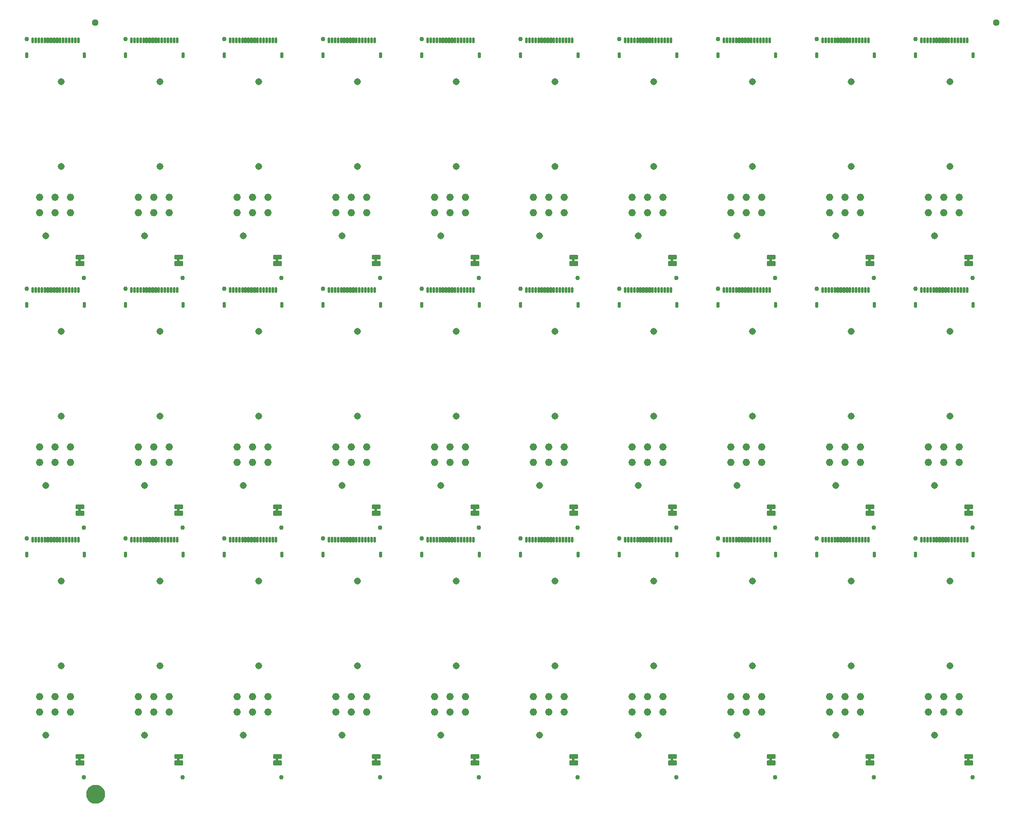
<source format=gbs>
G04 EAGLE Gerber RS-274X export*
G75*
%MOMM*%
%FSLAX34Y34*%
%LPD*%
%INSoldermask Bottom*%
%IPPOS*%
%AMOC8*
5,1,8,0,0,1.08239X$1,22.5*%
G01*
%ADD10C,0.762000*%
%ADD11C,0.230578*%
%ADD12C,0.226609*%
%ADD13C,0.228344*%
%ADD14C,1.143000*%
%ADD15C,1.221313*%
%ADD16C,1.127000*%
%ADD17C,1.270000*%
%ADD18C,1.627000*%

G36*
X744920Y856627D02*
X744920Y856627D01*
X744986Y856629D01*
X745029Y856647D01*
X745076Y856655D01*
X745133Y856689D01*
X745193Y856714D01*
X745228Y856745D01*
X745269Y856770D01*
X745311Y856821D01*
X745359Y856865D01*
X745381Y856907D01*
X745410Y856944D01*
X745431Y857006D01*
X745462Y857065D01*
X745470Y857119D01*
X745482Y857156D01*
X745481Y857196D01*
X745489Y857250D01*
X745489Y861060D01*
X745478Y861125D01*
X745476Y861191D01*
X745458Y861234D01*
X745450Y861281D01*
X745416Y861338D01*
X745391Y861398D01*
X745360Y861433D01*
X745335Y861474D01*
X745284Y861516D01*
X745240Y861564D01*
X745198Y861586D01*
X745161Y861615D01*
X745099Y861636D01*
X745040Y861667D01*
X744986Y861675D01*
X744949Y861687D01*
X744909Y861686D01*
X744855Y861694D01*
X742315Y861694D01*
X742250Y861683D01*
X742184Y861681D01*
X742141Y861663D01*
X742094Y861655D01*
X742037Y861621D01*
X741977Y861596D01*
X741942Y861565D01*
X741901Y861540D01*
X741860Y861489D01*
X741811Y861445D01*
X741789Y861403D01*
X741760Y861366D01*
X741739Y861304D01*
X741708Y861245D01*
X741700Y861191D01*
X741688Y861154D01*
X741688Y861150D01*
X741688Y861149D01*
X741689Y861114D01*
X741681Y861060D01*
X741681Y857250D01*
X741692Y857185D01*
X741694Y857119D01*
X741712Y857076D01*
X741720Y857029D01*
X741754Y856972D01*
X741779Y856912D01*
X741810Y856877D01*
X741835Y856836D01*
X741886Y856795D01*
X741930Y856746D01*
X741972Y856724D01*
X742009Y856695D01*
X742071Y856674D01*
X742130Y856643D01*
X742184Y856635D01*
X742221Y856623D01*
X742261Y856624D01*
X742315Y856616D01*
X744855Y856616D01*
X744920Y856627D01*
G37*
G36*
X1232600Y856627D02*
X1232600Y856627D01*
X1232666Y856629D01*
X1232709Y856647D01*
X1232756Y856655D01*
X1232813Y856689D01*
X1232873Y856714D01*
X1232908Y856745D01*
X1232949Y856770D01*
X1232991Y856821D01*
X1233039Y856865D01*
X1233061Y856907D01*
X1233090Y856944D01*
X1233111Y857006D01*
X1233142Y857065D01*
X1233150Y857119D01*
X1233162Y857156D01*
X1233161Y857196D01*
X1233169Y857250D01*
X1233169Y861060D01*
X1233158Y861125D01*
X1233156Y861191D01*
X1233138Y861234D01*
X1233130Y861281D01*
X1233096Y861338D01*
X1233071Y861398D01*
X1233040Y861433D01*
X1233015Y861474D01*
X1232964Y861516D01*
X1232920Y861564D01*
X1232878Y861586D01*
X1232841Y861615D01*
X1232779Y861636D01*
X1232720Y861667D01*
X1232666Y861675D01*
X1232629Y861687D01*
X1232589Y861686D01*
X1232535Y861694D01*
X1229995Y861694D01*
X1229930Y861683D01*
X1229864Y861681D01*
X1229821Y861663D01*
X1229774Y861655D01*
X1229717Y861621D01*
X1229657Y861596D01*
X1229622Y861565D01*
X1229581Y861540D01*
X1229540Y861489D01*
X1229491Y861445D01*
X1229469Y861403D01*
X1229440Y861366D01*
X1229419Y861304D01*
X1229388Y861245D01*
X1229380Y861191D01*
X1229368Y861154D01*
X1229368Y861150D01*
X1229368Y861149D01*
X1229369Y861114D01*
X1229361Y861060D01*
X1229361Y857250D01*
X1229372Y857185D01*
X1229374Y857119D01*
X1229392Y857076D01*
X1229400Y857029D01*
X1229434Y856972D01*
X1229459Y856912D01*
X1229490Y856877D01*
X1229515Y856836D01*
X1229566Y856795D01*
X1229610Y856746D01*
X1229652Y856724D01*
X1229689Y856695D01*
X1229751Y856674D01*
X1229810Y856643D01*
X1229864Y856635D01*
X1229901Y856623D01*
X1229941Y856624D01*
X1229995Y856616D01*
X1232535Y856616D01*
X1232600Y856627D01*
G37*
G36*
X257240Y856627D02*
X257240Y856627D01*
X257306Y856629D01*
X257349Y856647D01*
X257396Y856655D01*
X257453Y856689D01*
X257513Y856714D01*
X257548Y856745D01*
X257589Y856770D01*
X257631Y856821D01*
X257679Y856865D01*
X257701Y856907D01*
X257730Y856944D01*
X257751Y857006D01*
X257782Y857065D01*
X257790Y857119D01*
X257802Y857156D01*
X257801Y857196D01*
X257809Y857250D01*
X257809Y861060D01*
X257798Y861125D01*
X257796Y861191D01*
X257778Y861234D01*
X257770Y861281D01*
X257736Y861338D01*
X257711Y861398D01*
X257680Y861433D01*
X257655Y861474D01*
X257604Y861516D01*
X257560Y861564D01*
X257518Y861586D01*
X257481Y861615D01*
X257419Y861636D01*
X257360Y861667D01*
X257306Y861675D01*
X257269Y861687D01*
X257229Y861686D01*
X257175Y861694D01*
X254635Y861694D01*
X254570Y861683D01*
X254504Y861681D01*
X254461Y861663D01*
X254414Y861655D01*
X254357Y861621D01*
X254297Y861596D01*
X254262Y861565D01*
X254221Y861540D01*
X254180Y861489D01*
X254131Y861445D01*
X254109Y861403D01*
X254080Y861366D01*
X254059Y861304D01*
X254028Y861245D01*
X254020Y861191D01*
X254008Y861154D01*
X254008Y861150D01*
X254008Y861149D01*
X254009Y861114D01*
X254001Y861060D01*
X254001Y857250D01*
X254012Y857185D01*
X254014Y857119D01*
X254032Y857076D01*
X254040Y857029D01*
X254074Y856972D01*
X254099Y856912D01*
X254130Y856877D01*
X254155Y856836D01*
X254206Y856795D01*
X254250Y856746D01*
X254292Y856724D01*
X254329Y856695D01*
X254391Y856674D01*
X254450Y856643D01*
X254504Y856635D01*
X254541Y856623D01*
X254581Y856624D01*
X254635Y856616D01*
X257175Y856616D01*
X257240Y856627D01*
G37*
G36*
X1557720Y856627D02*
X1557720Y856627D01*
X1557786Y856629D01*
X1557829Y856647D01*
X1557876Y856655D01*
X1557933Y856689D01*
X1557993Y856714D01*
X1558028Y856745D01*
X1558069Y856770D01*
X1558111Y856821D01*
X1558159Y856865D01*
X1558181Y856907D01*
X1558210Y856944D01*
X1558231Y857006D01*
X1558262Y857065D01*
X1558270Y857119D01*
X1558282Y857156D01*
X1558281Y857196D01*
X1558289Y857250D01*
X1558289Y861060D01*
X1558278Y861125D01*
X1558276Y861191D01*
X1558258Y861234D01*
X1558250Y861281D01*
X1558216Y861338D01*
X1558191Y861398D01*
X1558160Y861433D01*
X1558135Y861474D01*
X1558084Y861516D01*
X1558040Y861564D01*
X1557998Y861586D01*
X1557961Y861615D01*
X1557899Y861636D01*
X1557840Y861667D01*
X1557786Y861675D01*
X1557749Y861687D01*
X1557709Y861686D01*
X1557655Y861694D01*
X1555115Y861694D01*
X1555050Y861683D01*
X1554984Y861681D01*
X1554941Y861663D01*
X1554894Y861655D01*
X1554837Y861621D01*
X1554777Y861596D01*
X1554742Y861565D01*
X1554701Y861540D01*
X1554660Y861489D01*
X1554611Y861445D01*
X1554589Y861403D01*
X1554560Y861366D01*
X1554539Y861304D01*
X1554508Y861245D01*
X1554500Y861191D01*
X1554488Y861154D01*
X1554488Y861150D01*
X1554488Y861149D01*
X1554489Y861114D01*
X1554481Y861060D01*
X1554481Y857250D01*
X1554492Y857185D01*
X1554494Y857119D01*
X1554512Y857076D01*
X1554520Y857029D01*
X1554554Y856972D01*
X1554579Y856912D01*
X1554610Y856877D01*
X1554635Y856836D01*
X1554686Y856795D01*
X1554730Y856746D01*
X1554772Y856724D01*
X1554809Y856695D01*
X1554871Y856674D01*
X1554930Y856643D01*
X1554984Y856635D01*
X1555021Y856623D01*
X1555061Y856624D01*
X1555115Y856616D01*
X1557655Y856616D01*
X1557720Y856627D01*
G37*
G36*
X1395160Y856627D02*
X1395160Y856627D01*
X1395226Y856629D01*
X1395269Y856647D01*
X1395316Y856655D01*
X1395373Y856689D01*
X1395433Y856714D01*
X1395468Y856745D01*
X1395509Y856770D01*
X1395551Y856821D01*
X1395599Y856865D01*
X1395621Y856907D01*
X1395650Y856944D01*
X1395671Y857006D01*
X1395702Y857065D01*
X1395710Y857119D01*
X1395722Y857156D01*
X1395721Y857196D01*
X1395729Y857250D01*
X1395729Y861060D01*
X1395718Y861125D01*
X1395716Y861191D01*
X1395698Y861234D01*
X1395690Y861281D01*
X1395656Y861338D01*
X1395631Y861398D01*
X1395600Y861433D01*
X1395575Y861474D01*
X1395524Y861516D01*
X1395480Y861564D01*
X1395438Y861586D01*
X1395401Y861615D01*
X1395339Y861636D01*
X1395280Y861667D01*
X1395226Y861675D01*
X1395189Y861687D01*
X1395149Y861686D01*
X1395095Y861694D01*
X1392555Y861694D01*
X1392490Y861683D01*
X1392424Y861681D01*
X1392381Y861663D01*
X1392334Y861655D01*
X1392277Y861621D01*
X1392217Y861596D01*
X1392182Y861565D01*
X1392141Y861540D01*
X1392100Y861489D01*
X1392051Y861445D01*
X1392029Y861403D01*
X1392000Y861366D01*
X1391979Y861304D01*
X1391948Y861245D01*
X1391940Y861191D01*
X1391928Y861154D01*
X1391928Y861150D01*
X1391928Y861149D01*
X1391929Y861114D01*
X1391921Y861060D01*
X1391921Y857250D01*
X1391932Y857185D01*
X1391934Y857119D01*
X1391952Y857076D01*
X1391960Y857029D01*
X1391994Y856972D01*
X1392019Y856912D01*
X1392050Y856877D01*
X1392075Y856836D01*
X1392126Y856795D01*
X1392170Y856746D01*
X1392212Y856724D01*
X1392249Y856695D01*
X1392311Y856674D01*
X1392370Y856643D01*
X1392424Y856635D01*
X1392461Y856623D01*
X1392501Y856624D01*
X1392555Y856616D01*
X1395095Y856616D01*
X1395160Y856627D01*
G37*
G36*
X94680Y856627D02*
X94680Y856627D01*
X94746Y856629D01*
X94789Y856647D01*
X94836Y856655D01*
X94893Y856689D01*
X94953Y856714D01*
X94988Y856745D01*
X95029Y856770D01*
X95071Y856821D01*
X95119Y856865D01*
X95141Y856907D01*
X95170Y856944D01*
X95191Y857006D01*
X95222Y857065D01*
X95230Y857119D01*
X95242Y857156D01*
X95241Y857196D01*
X95249Y857250D01*
X95249Y861060D01*
X95238Y861125D01*
X95236Y861191D01*
X95218Y861234D01*
X95210Y861281D01*
X95176Y861338D01*
X95151Y861398D01*
X95120Y861433D01*
X95095Y861474D01*
X95044Y861516D01*
X95000Y861564D01*
X94958Y861586D01*
X94921Y861615D01*
X94859Y861636D01*
X94800Y861667D01*
X94746Y861675D01*
X94709Y861687D01*
X94669Y861686D01*
X94615Y861694D01*
X92075Y861694D01*
X92010Y861683D01*
X91944Y861681D01*
X91901Y861663D01*
X91854Y861655D01*
X91797Y861621D01*
X91737Y861596D01*
X91702Y861565D01*
X91661Y861540D01*
X91620Y861489D01*
X91571Y861445D01*
X91549Y861403D01*
X91520Y861366D01*
X91499Y861304D01*
X91468Y861245D01*
X91460Y861191D01*
X91448Y861154D01*
X91448Y861150D01*
X91448Y861149D01*
X91449Y861114D01*
X91441Y861060D01*
X91441Y857250D01*
X91452Y857185D01*
X91454Y857119D01*
X91472Y857076D01*
X91480Y857029D01*
X91514Y856972D01*
X91539Y856912D01*
X91570Y856877D01*
X91595Y856836D01*
X91646Y856795D01*
X91690Y856746D01*
X91732Y856724D01*
X91769Y856695D01*
X91831Y856674D01*
X91890Y856643D01*
X91944Y856635D01*
X91981Y856623D01*
X92021Y856624D01*
X92075Y856616D01*
X94615Y856616D01*
X94680Y856627D01*
G37*
G36*
X582360Y856627D02*
X582360Y856627D01*
X582426Y856629D01*
X582469Y856647D01*
X582516Y856655D01*
X582573Y856689D01*
X582633Y856714D01*
X582668Y856745D01*
X582709Y856770D01*
X582751Y856821D01*
X582799Y856865D01*
X582821Y856907D01*
X582850Y856944D01*
X582871Y857006D01*
X582902Y857065D01*
X582910Y857119D01*
X582922Y857156D01*
X582921Y857196D01*
X582929Y857250D01*
X582929Y861060D01*
X582918Y861125D01*
X582916Y861191D01*
X582898Y861234D01*
X582890Y861281D01*
X582856Y861338D01*
X582831Y861398D01*
X582800Y861433D01*
X582775Y861474D01*
X582724Y861516D01*
X582680Y861564D01*
X582638Y861586D01*
X582601Y861615D01*
X582539Y861636D01*
X582480Y861667D01*
X582426Y861675D01*
X582389Y861687D01*
X582349Y861686D01*
X582295Y861694D01*
X579755Y861694D01*
X579690Y861683D01*
X579624Y861681D01*
X579581Y861663D01*
X579534Y861655D01*
X579477Y861621D01*
X579417Y861596D01*
X579382Y861565D01*
X579341Y861540D01*
X579300Y861489D01*
X579251Y861445D01*
X579229Y861403D01*
X579200Y861366D01*
X579179Y861304D01*
X579148Y861245D01*
X579140Y861191D01*
X579128Y861154D01*
X579128Y861150D01*
X579128Y861149D01*
X579129Y861114D01*
X579121Y861060D01*
X579121Y857250D01*
X579132Y857185D01*
X579134Y857119D01*
X579152Y857076D01*
X579160Y857029D01*
X579194Y856972D01*
X579219Y856912D01*
X579250Y856877D01*
X579275Y856836D01*
X579326Y856795D01*
X579370Y856746D01*
X579412Y856724D01*
X579449Y856695D01*
X579511Y856674D01*
X579570Y856643D01*
X579624Y856635D01*
X579661Y856623D01*
X579701Y856624D01*
X579755Y856616D01*
X582295Y856616D01*
X582360Y856627D01*
G37*
G36*
X419800Y856627D02*
X419800Y856627D01*
X419866Y856629D01*
X419909Y856647D01*
X419956Y856655D01*
X420013Y856689D01*
X420073Y856714D01*
X420108Y856745D01*
X420149Y856770D01*
X420191Y856821D01*
X420239Y856865D01*
X420261Y856907D01*
X420290Y856944D01*
X420311Y857006D01*
X420342Y857065D01*
X420350Y857119D01*
X420362Y857156D01*
X420361Y857196D01*
X420369Y857250D01*
X420369Y861060D01*
X420358Y861125D01*
X420356Y861191D01*
X420338Y861234D01*
X420330Y861281D01*
X420296Y861338D01*
X420271Y861398D01*
X420240Y861433D01*
X420215Y861474D01*
X420164Y861516D01*
X420120Y861564D01*
X420078Y861586D01*
X420041Y861615D01*
X419979Y861636D01*
X419920Y861667D01*
X419866Y861675D01*
X419829Y861687D01*
X419789Y861686D01*
X419735Y861694D01*
X417195Y861694D01*
X417130Y861683D01*
X417064Y861681D01*
X417021Y861663D01*
X416974Y861655D01*
X416917Y861621D01*
X416857Y861596D01*
X416822Y861565D01*
X416781Y861540D01*
X416740Y861489D01*
X416691Y861445D01*
X416669Y861403D01*
X416640Y861366D01*
X416619Y861304D01*
X416588Y861245D01*
X416580Y861191D01*
X416568Y861154D01*
X416568Y861150D01*
X416568Y861149D01*
X416569Y861114D01*
X416561Y861060D01*
X416561Y857250D01*
X416572Y857185D01*
X416574Y857119D01*
X416592Y857076D01*
X416600Y857029D01*
X416634Y856972D01*
X416659Y856912D01*
X416690Y856877D01*
X416715Y856836D01*
X416766Y856795D01*
X416810Y856746D01*
X416852Y856724D01*
X416889Y856695D01*
X416951Y856674D01*
X417010Y856643D01*
X417064Y856635D01*
X417101Y856623D01*
X417141Y856624D01*
X417195Y856616D01*
X419735Y856616D01*
X419800Y856627D01*
G37*
G36*
X1070040Y856627D02*
X1070040Y856627D01*
X1070106Y856629D01*
X1070149Y856647D01*
X1070196Y856655D01*
X1070253Y856689D01*
X1070313Y856714D01*
X1070348Y856745D01*
X1070389Y856770D01*
X1070431Y856821D01*
X1070479Y856865D01*
X1070501Y856907D01*
X1070530Y856944D01*
X1070551Y857006D01*
X1070582Y857065D01*
X1070590Y857119D01*
X1070602Y857156D01*
X1070601Y857196D01*
X1070609Y857250D01*
X1070609Y861060D01*
X1070598Y861125D01*
X1070596Y861191D01*
X1070578Y861234D01*
X1070570Y861281D01*
X1070536Y861338D01*
X1070511Y861398D01*
X1070480Y861433D01*
X1070455Y861474D01*
X1070404Y861516D01*
X1070360Y861564D01*
X1070318Y861586D01*
X1070281Y861615D01*
X1070219Y861636D01*
X1070160Y861667D01*
X1070106Y861675D01*
X1070069Y861687D01*
X1070029Y861686D01*
X1069975Y861694D01*
X1067435Y861694D01*
X1067370Y861683D01*
X1067304Y861681D01*
X1067261Y861663D01*
X1067214Y861655D01*
X1067157Y861621D01*
X1067097Y861596D01*
X1067062Y861565D01*
X1067021Y861540D01*
X1066980Y861489D01*
X1066931Y861445D01*
X1066909Y861403D01*
X1066880Y861366D01*
X1066859Y861304D01*
X1066828Y861245D01*
X1066820Y861191D01*
X1066808Y861154D01*
X1066808Y861150D01*
X1066808Y861149D01*
X1066809Y861114D01*
X1066801Y861060D01*
X1066801Y857250D01*
X1066812Y857185D01*
X1066814Y857119D01*
X1066832Y857076D01*
X1066840Y857029D01*
X1066874Y856972D01*
X1066899Y856912D01*
X1066930Y856877D01*
X1066955Y856836D01*
X1067006Y856795D01*
X1067050Y856746D01*
X1067092Y856724D01*
X1067129Y856695D01*
X1067191Y856674D01*
X1067250Y856643D01*
X1067304Y856635D01*
X1067341Y856623D01*
X1067381Y856624D01*
X1067435Y856616D01*
X1069975Y856616D01*
X1070040Y856627D01*
G37*
G36*
X907480Y856627D02*
X907480Y856627D01*
X907546Y856629D01*
X907589Y856647D01*
X907636Y856655D01*
X907693Y856689D01*
X907753Y856714D01*
X907788Y856745D01*
X907829Y856770D01*
X907871Y856821D01*
X907919Y856865D01*
X907941Y856907D01*
X907970Y856944D01*
X907991Y857006D01*
X908022Y857065D01*
X908030Y857119D01*
X908042Y857156D01*
X908041Y857196D01*
X908049Y857250D01*
X908049Y861060D01*
X908038Y861125D01*
X908036Y861191D01*
X908018Y861234D01*
X908010Y861281D01*
X907976Y861338D01*
X907951Y861398D01*
X907920Y861433D01*
X907895Y861474D01*
X907844Y861516D01*
X907800Y861564D01*
X907758Y861586D01*
X907721Y861615D01*
X907659Y861636D01*
X907600Y861667D01*
X907546Y861675D01*
X907509Y861687D01*
X907469Y861686D01*
X907415Y861694D01*
X904875Y861694D01*
X904810Y861683D01*
X904744Y861681D01*
X904701Y861663D01*
X904654Y861655D01*
X904597Y861621D01*
X904537Y861596D01*
X904502Y861565D01*
X904461Y861540D01*
X904420Y861489D01*
X904371Y861445D01*
X904349Y861403D01*
X904320Y861366D01*
X904299Y861304D01*
X904268Y861245D01*
X904260Y861191D01*
X904248Y861154D01*
X904248Y861150D01*
X904248Y861149D01*
X904249Y861114D01*
X904241Y861060D01*
X904241Y857250D01*
X904252Y857185D01*
X904254Y857119D01*
X904272Y857076D01*
X904280Y857029D01*
X904314Y856972D01*
X904339Y856912D01*
X904370Y856877D01*
X904395Y856836D01*
X904446Y856795D01*
X904490Y856746D01*
X904532Y856724D01*
X904569Y856695D01*
X904631Y856674D01*
X904690Y856643D01*
X904744Y856635D01*
X904781Y856623D01*
X904821Y856624D01*
X904875Y856616D01*
X907415Y856616D01*
X907480Y856627D01*
G37*
G36*
X744920Y445147D02*
X744920Y445147D01*
X744986Y445149D01*
X745029Y445167D01*
X745076Y445175D01*
X745133Y445209D01*
X745193Y445234D01*
X745228Y445265D01*
X745269Y445290D01*
X745311Y445341D01*
X745359Y445385D01*
X745381Y445427D01*
X745410Y445464D01*
X745431Y445526D01*
X745462Y445585D01*
X745470Y445639D01*
X745482Y445676D01*
X745481Y445716D01*
X745489Y445770D01*
X745489Y449580D01*
X745478Y449645D01*
X745476Y449711D01*
X745458Y449754D01*
X745450Y449801D01*
X745416Y449858D01*
X745391Y449918D01*
X745360Y449953D01*
X745335Y449994D01*
X745284Y450036D01*
X745240Y450084D01*
X745198Y450106D01*
X745161Y450135D01*
X745099Y450156D01*
X745040Y450187D01*
X744986Y450195D01*
X744949Y450207D01*
X744909Y450206D01*
X744855Y450214D01*
X742315Y450214D01*
X742250Y450203D01*
X742184Y450201D01*
X742141Y450183D01*
X742094Y450175D01*
X742037Y450141D01*
X741977Y450116D01*
X741942Y450085D01*
X741901Y450060D01*
X741860Y450009D01*
X741811Y449965D01*
X741789Y449923D01*
X741760Y449886D01*
X741739Y449824D01*
X741708Y449765D01*
X741700Y449711D01*
X741688Y449674D01*
X741688Y449670D01*
X741688Y449669D01*
X741689Y449634D01*
X741681Y449580D01*
X741681Y445770D01*
X741692Y445705D01*
X741694Y445639D01*
X741712Y445596D01*
X741720Y445549D01*
X741754Y445492D01*
X741779Y445432D01*
X741810Y445397D01*
X741835Y445356D01*
X741886Y445315D01*
X741930Y445266D01*
X741972Y445244D01*
X742009Y445215D01*
X742071Y445194D01*
X742130Y445163D01*
X742184Y445155D01*
X742221Y445143D01*
X742261Y445144D01*
X742315Y445136D01*
X744855Y445136D01*
X744920Y445147D01*
G37*
G36*
X907480Y445147D02*
X907480Y445147D01*
X907546Y445149D01*
X907589Y445167D01*
X907636Y445175D01*
X907693Y445209D01*
X907753Y445234D01*
X907788Y445265D01*
X907829Y445290D01*
X907871Y445341D01*
X907919Y445385D01*
X907941Y445427D01*
X907970Y445464D01*
X907991Y445526D01*
X908022Y445585D01*
X908030Y445639D01*
X908042Y445676D01*
X908041Y445716D01*
X908049Y445770D01*
X908049Y449580D01*
X908038Y449645D01*
X908036Y449711D01*
X908018Y449754D01*
X908010Y449801D01*
X907976Y449858D01*
X907951Y449918D01*
X907920Y449953D01*
X907895Y449994D01*
X907844Y450036D01*
X907800Y450084D01*
X907758Y450106D01*
X907721Y450135D01*
X907659Y450156D01*
X907600Y450187D01*
X907546Y450195D01*
X907509Y450207D01*
X907469Y450206D01*
X907415Y450214D01*
X904875Y450214D01*
X904810Y450203D01*
X904744Y450201D01*
X904701Y450183D01*
X904654Y450175D01*
X904597Y450141D01*
X904537Y450116D01*
X904502Y450085D01*
X904461Y450060D01*
X904420Y450009D01*
X904371Y449965D01*
X904349Y449923D01*
X904320Y449886D01*
X904299Y449824D01*
X904268Y449765D01*
X904260Y449711D01*
X904248Y449674D01*
X904248Y449670D01*
X904248Y449669D01*
X904249Y449634D01*
X904241Y449580D01*
X904241Y445770D01*
X904252Y445705D01*
X904254Y445639D01*
X904272Y445596D01*
X904280Y445549D01*
X904314Y445492D01*
X904339Y445432D01*
X904370Y445397D01*
X904395Y445356D01*
X904446Y445315D01*
X904490Y445266D01*
X904532Y445244D01*
X904569Y445215D01*
X904631Y445194D01*
X904690Y445163D01*
X904744Y445155D01*
X904781Y445143D01*
X904821Y445144D01*
X904875Y445136D01*
X907415Y445136D01*
X907480Y445147D01*
G37*
G36*
X94680Y445147D02*
X94680Y445147D01*
X94746Y445149D01*
X94789Y445167D01*
X94836Y445175D01*
X94893Y445209D01*
X94953Y445234D01*
X94988Y445265D01*
X95029Y445290D01*
X95071Y445341D01*
X95119Y445385D01*
X95141Y445427D01*
X95170Y445464D01*
X95191Y445526D01*
X95222Y445585D01*
X95230Y445639D01*
X95242Y445676D01*
X95241Y445716D01*
X95249Y445770D01*
X95249Y449580D01*
X95238Y449645D01*
X95236Y449711D01*
X95218Y449754D01*
X95210Y449801D01*
X95176Y449858D01*
X95151Y449918D01*
X95120Y449953D01*
X95095Y449994D01*
X95044Y450036D01*
X95000Y450084D01*
X94958Y450106D01*
X94921Y450135D01*
X94859Y450156D01*
X94800Y450187D01*
X94746Y450195D01*
X94709Y450207D01*
X94669Y450206D01*
X94615Y450214D01*
X92075Y450214D01*
X92010Y450203D01*
X91944Y450201D01*
X91901Y450183D01*
X91854Y450175D01*
X91797Y450141D01*
X91737Y450116D01*
X91702Y450085D01*
X91661Y450060D01*
X91620Y450009D01*
X91571Y449965D01*
X91549Y449923D01*
X91520Y449886D01*
X91499Y449824D01*
X91468Y449765D01*
X91460Y449711D01*
X91448Y449674D01*
X91448Y449670D01*
X91448Y449669D01*
X91449Y449634D01*
X91441Y449580D01*
X91441Y445770D01*
X91452Y445705D01*
X91454Y445639D01*
X91472Y445596D01*
X91480Y445549D01*
X91514Y445492D01*
X91539Y445432D01*
X91570Y445397D01*
X91595Y445356D01*
X91646Y445315D01*
X91690Y445266D01*
X91732Y445244D01*
X91769Y445215D01*
X91831Y445194D01*
X91890Y445163D01*
X91944Y445155D01*
X91981Y445143D01*
X92021Y445144D01*
X92075Y445136D01*
X94615Y445136D01*
X94680Y445147D01*
G37*
G36*
X1070040Y445147D02*
X1070040Y445147D01*
X1070106Y445149D01*
X1070149Y445167D01*
X1070196Y445175D01*
X1070253Y445209D01*
X1070313Y445234D01*
X1070348Y445265D01*
X1070389Y445290D01*
X1070431Y445341D01*
X1070479Y445385D01*
X1070501Y445427D01*
X1070530Y445464D01*
X1070551Y445526D01*
X1070582Y445585D01*
X1070590Y445639D01*
X1070602Y445676D01*
X1070601Y445716D01*
X1070609Y445770D01*
X1070609Y449580D01*
X1070598Y449645D01*
X1070596Y449711D01*
X1070578Y449754D01*
X1070570Y449801D01*
X1070536Y449858D01*
X1070511Y449918D01*
X1070480Y449953D01*
X1070455Y449994D01*
X1070404Y450036D01*
X1070360Y450084D01*
X1070318Y450106D01*
X1070281Y450135D01*
X1070219Y450156D01*
X1070160Y450187D01*
X1070106Y450195D01*
X1070069Y450207D01*
X1070029Y450206D01*
X1069975Y450214D01*
X1067435Y450214D01*
X1067370Y450203D01*
X1067304Y450201D01*
X1067261Y450183D01*
X1067214Y450175D01*
X1067157Y450141D01*
X1067097Y450116D01*
X1067062Y450085D01*
X1067021Y450060D01*
X1066980Y450009D01*
X1066931Y449965D01*
X1066909Y449923D01*
X1066880Y449886D01*
X1066859Y449824D01*
X1066828Y449765D01*
X1066820Y449711D01*
X1066808Y449674D01*
X1066808Y449670D01*
X1066808Y449669D01*
X1066809Y449634D01*
X1066801Y449580D01*
X1066801Y445770D01*
X1066812Y445705D01*
X1066814Y445639D01*
X1066832Y445596D01*
X1066840Y445549D01*
X1066874Y445492D01*
X1066899Y445432D01*
X1066930Y445397D01*
X1066955Y445356D01*
X1067006Y445315D01*
X1067050Y445266D01*
X1067092Y445244D01*
X1067129Y445215D01*
X1067191Y445194D01*
X1067250Y445163D01*
X1067304Y445155D01*
X1067341Y445143D01*
X1067381Y445144D01*
X1067435Y445136D01*
X1069975Y445136D01*
X1070040Y445147D01*
G37*
G36*
X257240Y445147D02*
X257240Y445147D01*
X257306Y445149D01*
X257349Y445167D01*
X257396Y445175D01*
X257453Y445209D01*
X257513Y445234D01*
X257548Y445265D01*
X257589Y445290D01*
X257631Y445341D01*
X257679Y445385D01*
X257701Y445427D01*
X257730Y445464D01*
X257751Y445526D01*
X257782Y445585D01*
X257790Y445639D01*
X257802Y445676D01*
X257801Y445716D01*
X257809Y445770D01*
X257809Y449580D01*
X257798Y449645D01*
X257796Y449711D01*
X257778Y449754D01*
X257770Y449801D01*
X257736Y449858D01*
X257711Y449918D01*
X257680Y449953D01*
X257655Y449994D01*
X257604Y450036D01*
X257560Y450084D01*
X257518Y450106D01*
X257481Y450135D01*
X257419Y450156D01*
X257360Y450187D01*
X257306Y450195D01*
X257269Y450207D01*
X257229Y450206D01*
X257175Y450214D01*
X254635Y450214D01*
X254570Y450203D01*
X254504Y450201D01*
X254461Y450183D01*
X254414Y450175D01*
X254357Y450141D01*
X254297Y450116D01*
X254262Y450085D01*
X254221Y450060D01*
X254180Y450009D01*
X254131Y449965D01*
X254109Y449923D01*
X254080Y449886D01*
X254059Y449824D01*
X254028Y449765D01*
X254020Y449711D01*
X254008Y449674D01*
X254008Y449670D01*
X254008Y449669D01*
X254009Y449634D01*
X254001Y449580D01*
X254001Y445770D01*
X254012Y445705D01*
X254014Y445639D01*
X254032Y445596D01*
X254040Y445549D01*
X254074Y445492D01*
X254099Y445432D01*
X254130Y445397D01*
X254155Y445356D01*
X254206Y445315D01*
X254250Y445266D01*
X254292Y445244D01*
X254329Y445215D01*
X254391Y445194D01*
X254450Y445163D01*
X254504Y445155D01*
X254541Y445143D01*
X254581Y445144D01*
X254635Y445136D01*
X257175Y445136D01*
X257240Y445147D01*
G37*
G36*
X419800Y445147D02*
X419800Y445147D01*
X419866Y445149D01*
X419909Y445167D01*
X419956Y445175D01*
X420013Y445209D01*
X420073Y445234D01*
X420108Y445265D01*
X420149Y445290D01*
X420191Y445341D01*
X420239Y445385D01*
X420261Y445427D01*
X420290Y445464D01*
X420311Y445526D01*
X420342Y445585D01*
X420350Y445639D01*
X420362Y445676D01*
X420361Y445716D01*
X420369Y445770D01*
X420369Y449580D01*
X420358Y449645D01*
X420356Y449711D01*
X420338Y449754D01*
X420330Y449801D01*
X420296Y449858D01*
X420271Y449918D01*
X420240Y449953D01*
X420215Y449994D01*
X420164Y450036D01*
X420120Y450084D01*
X420078Y450106D01*
X420041Y450135D01*
X419979Y450156D01*
X419920Y450187D01*
X419866Y450195D01*
X419829Y450207D01*
X419789Y450206D01*
X419735Y450214D01*
X417195Y450214D01*
X417130Y450203D01*
X417064Y450201D01*
X417021Y450183D01*
X416974Y450175D01*
X416917Y450141D01*
X416857Y450116D01*
X416822Y450085D01*
X416781Y450060D01*
X416740Y450009D01*
X416691Y449965D01*
X416669Y449923D01*
X416640Y449886D01*
X416619Y449824D01*
X416588Y449765D01*
X416580Y449711D01*
X416568Y449674D01*
X416568Y449670D01*
X416568Y449669D01*
X416569Y449634D01*
X416561Y449580D01*
X416561Y445770D01*
X416572Y445705D01*
X416574Y445639D01*
X416592Y445596D01*
X416600Y445549D01*
X416634Y445492D01*
X416659Y445432D01*
X416690Y445397D01*
X416715Y445356D01*
X416766Y445315D01*
X416810Y445266D01*
X416852Y445244D01*
X416889Y445215D01*
X416951Y445194D01*
X417010Y445163D01*
X417064Y445155D01*
X417101Y445143D01*
X417141Y445144D01*
X417195Y445136D01*
X419735Y445136D01*
X419800Y445147D01*
G37*
G36*
X1232600Y445147D02*
X1232600Y445147D01*
X1232666Y445149D01*
X1232709Y445167D01*
X1232756Y445175D01*
X1232813Y445209D01*
X1232873Y445234D01*
X1232908Y445265D01*
X1232949Y445290D01*
X1232991Y445341D01*
X1233039Y445385D01*
X1233061Y445427D01*
X1233090Y445464D01*
X1233111Y445526D01*
X1233142Y445585D01*
X1233150Y445639D01*
X1233162Y445676D01*
X1233161Y445716D01*
X1233169Y445770D01*
X1233169Y449580D01*
X1233158Y449645D01*
X1233156Y449711D01*
X1233138Y449754D01*
X1233130Y449801D01*
X1233096Y449858D01*
X1233071Y449918D01*
X1233040Y449953D01*
X1233015Y449994D01*
X1232964Y450036D01*
X1232920Y450084D01*
X1232878Y450106D01*
X1232841Y450135D01*
X1232779Y450156D01*
X1232720Y450187D01*
X1232666Y450195D01*
X1232629Y450207D01*
X1232589Y450206D01*
X1232535Y450214D01*
X1229995Y450214D01*
X1229930Y450203D01*
X1229864Y450201D01*
X1229821Y450183D01*
X1229774Y450175D01*
X1229717Y450141D01*
X1229657Y450116D01*
X1229622Y450085D01*
X1229581Y450060D01*
X1229540Y450009D01*
X1229491Y449965D01*
X1229469Y449923D01*
X1229440Y449886D01*
X1229419Y449824D01*
X1229388Y449765D01*
X1229380Y449711D01*
X1229368Y449674D01*
X1229368Y449670D01*
X1229368Y449669D01*
X1229369Y449634D01*
X1229361Y449580D01*
X1229361Y445770D01*
X1229372Y445705D01*
X1229374Y445639D01*
X1229392Y445596D01*
X1229400Y445549D01*
X1229434Y445492D01*
X1229459Y445432D01*
X1229490Y445397D01*
X1229515Y445356D01*
X1229566Y445315D01*
X1229610Y445266D01*
X1229652Y445244D01*
X1229689Y445215D01*
X1229751Y445194D01*
X1229810Y445163D01*
X1229864Y445155D01*
X1229901Y445143D01*
X1229941Y445144D01*
X1229995Y445136D01*
X1232535Y445136D01*
X1232600Y445147D01*
G37*
G36*
X1395160Y445147D02*
X1395160Y445147D01*
X1395226Y445149D01*
X1395269Y445167D01*
X1395316Y445175D01*
X1395373Y445209D01*
X1395433Y445234D01*
X1395468Y445265D01*
X1395509Y445290D01*
X1395551Y445341D01*
X1395599Y445385D01*
X1395621Y445427D01*
X1395650Y445464D01*
X1395671Y445526D01*
X1395702Y445585D01*
X1395710Y445639D01*
X1395722Y445676D01*
X1395721Y445716D01*
X1395729Y445770D01*
X1395729Y449580D01*
X1395718Y449645D01*
X1395716Y449711D01*
X1395698Y449754D01*
X1395690Y449801D01*
X1395656Y449858D01*
X1395631Y449918D01*
X1395600Y449953D01*
X1395575Y449994D01*
X1395524Y450036D01*
X1395480Y450084D01*
X1395438Y450106D01*
X1395401Y450135D01*
X1395339Y450156D01*
X1395280Y450187D01*
X1395226Y450195D01*
X1395189Y450207D01*
X1395149Y450206D01*
X1395095Y450214D01*
X1392555Y450214D01*
X1392490Y450203D01*
X1392424Y450201D01*
X1392381Y450183D01*
X1392334Y450175D01*
X1392277Y450141D01*
X1392217Y450116D01*
X1392182Y450085D01*
X1392141Y450060D01*
X1392100Y450009D01*
X1392051Y449965D01*
X1392029Y449923D01*
X1392000Y449886D01*
X1391979Y449824D01*
X1391948Y449765D01*
X1391940Y449711D01*
X1391928Y449674D01*
X1391928Y449670D01*
X1391928Y449669D01*
X1391929Y449634D01*
X1391921Y449580D01*
X1391921Y445770D01*
X1391932Y445705D01*
X1391934Y445639D01*
X1391952Y445596D01*
X1391960Y445549D01*
X1391994Y445492D01*
X1392019Y445432D01*
X1392050Y445397D01*
X1392075Y445356D01*
X1392126Y445315D01*
X1392170Y445266D01*
X1392212Y445244D01*
X1392249Y445215D01*
X1392311Y445194D01*
X1392370Y445163D01*
X1392424Y445155D01*
X1392461Y445143D01*
X1392501Y445144D01*
X1392555Y445136D01*
X1395095Y445136D01*
X1395160Y445147D01*
G37*
G36*
X582360Y445147D02*
X582360Y445147D01*
X582426Y445149D01*
X582469Y445167D01*
X582516Y445175D01*
X582573Y445209D01*
X582633Y445234D01*
X582668Y445265D01*
X582709Y445290D01*
X582751Y445341D01*
X582799Y445385D01*
X582821Y445427D01*
X582850Y445464D01*
X582871Y445526D01*
X582902Y445585D01*
X582910Y445639D01*
X582922Y445676D01*
X582921Y445716D01*
X582929Y445770D01*
X582929Y449580D01*
X582918Y449645D01*
X582916Y449711D01*
X582898Y449754D01*
X582890Y449801D01*
X582856Y449858D01*
X582831Y449918D01*
X582800Y449953D01*
X582775Y449994D01*
X582724Y450036D01*
X582680Y450084D01*
X582638Y450106D01*
X582601Y450135D01*
X582539Y450156D01*
X582480Y450187D01*
X582426Y450195D01*
X582389Y450207D01*
X582349Y450206D01*
X582295Y450214D01*
X579755Y450214D01*
X579690Y450203D01*
X579624Y450201D01*
X579581Y450183D01*
X579534Y450175D01*
X579477Y450141D01*
X579417Y450116D01*
X579382Y450085D01*
X579341Y450060D01*
X579300Y450009D01*
X579251Y449965D01*
X579229Y449923D01*
X579200Y449886D01*
X579179Y449824D01*
X579148Y449765D01*
X579140Y449711D01*
X579128Y449674D01*
X579128Y449670D01*
X579128Y449669D01*
X579129Y449634D01*
X579121Y449580D01*
X579121Y445770D01*
X579132Y445705D01*
X579134Y445639D01*
X579152Y445596D01*
X579160Y445549D01*
X579194Y445492D01*
X579219Y445432D01*
X579250Y445397D01*
X579275Y445356D01*
X579326Y445315D01*
X579370Y445266D01*
X579412Y445244D01*
X579449Y445215D01*
X579511Y445194D01*
X579570Y445163D01*
X579624Y445155D01*
X579661Y445143D01*
X579701Y445144D01*
X579755Y445136D01*
X582295Y445136D01*
X582360Y445147D01*
G37*
G36*
X1557720Y445147D02*
X1557720Y445147D01*
X1557786Y445149D01*
X1557829Y445167D01*
X1557876Y445175D01*
X1557933Y445209D01*
X1557993Y445234D01*
X1558028Y445265D01*
X1558069Y445290D01*
X1558111Y445341D01*
X1558159Y445385D01*
X1558181Y445427D01*
X1558210Y445464D01*
X1558231Y445526D01*
X1558262Y445585D01*
X1558270Y445639D01*
X1558282Y445676D01*
X1558281Y445716D01*
X1558289Y445770D01*
X1558289Y449580D01*
X1558278Y449645D01*
X1558276Y449711D01*
X1558258Y449754D01*
X1558250Y449801D01*
X1558216Y449858D01*
X1558191Y449918D01*
X1558160Y449953D01*
X1558135Y449994D01*
X1558084Y450036D01*
X1558040Y450084D01*
X1557998Y450106D01*
X1557961Y450135D01*
X1557899Y450156D01*
X1557840Y450187D01*
X1557786Y450195D01*
X1557749Y450207D01*
X1557709Y450206D01*
X1557655Y450214D01*
X1555115Y450214D01*
X1555050Y450203D01*
X1554984Y450201D01*
X1554941Y450183D01*
X1554894Y450175D01*
X1554837Y450141D01*
X1554777Y450116D01*
X1554742Y450085D01*
X1554701Y450060D01*
X1554660Y450009D01*
X1554611Y449965D01*
X1554589Y449923D01*
X1554560Y449886D01*
X1554539Y449824D01*
X1554508Y449765D01*
X1554500Y449711D01*
X1554488Y449674D01*
X1554488Y449670D01*
X1554488Y449669D01*
X1554489Y449634D01*
X1554481Y449580D01*
X1554481Y445770D01*
X1554492Y445705D01*
X1554494Y445639D01*
X1554512Y445596D01*
X1554520Y445549D01*
X1554554Y445492D01*
X1554579Y445432D01*
X1554610Y445397D01*
X1554635Y445356D01*
X1554686Y445315D01*
X1554730Y445266D01*
X1554772Y445244D01*
X1554809Y445215D01*
X1554871Y445194D01*
X1554930Y445163D01*
X1554984Y445155D01*
X1555021Y445143D01*
X1555061Y445144D01*
X1555115Y445136D01*
X1557655Y445136D01*
X1557720Y445147D01*
G37*
G36*
X744920Y33667D02*
X744920Y33667D01*
X744986Y33669D01*
X745029Y33687D01*
X745076Y33695D01*
X745133Y33729D01*
X745193Y33754D01*
X745228Y33785D01*
X745269Y33810D01*
X745311Y33861D01*
X745359Y33905D01*
X745381Y33947D01*
X745410Y33984D01*
X745431Y34046D01*
X745462Y34105D01*
X745470Y34159D01*
X745482Y34196D01*
X745481Y34236D01*
X745489Y34290D01*
X745489Y38100D01*
X745478Y38165D01*
X745476Y38231D01*
X745458Y38274D01*
X745450Y38321D01*
X745416Y38378D01*
X745391Y38438D01*
X745360Y38473D01*
X745335Y38514D01*
X745284Y38556D01*
X745240Y38604D01*
X745198Y38626D01*
X745161Y38655D01*
X745099Y38676D01*
X745040Y38707D01*
X744986Y38715D01*
X744949Y38727D01*
X744909Y38726D01*
X744855Y38734D01*
X742315Y38734D01*
X742250Y38723D01*
X742184Y38721D01*
X742141Y38703D01*
X742094Y38695D01*
X742037Y38661D01*
X741977Y38636D01*
X741942Y38605D01*
X741901Y38580D01*
X741860Y38529D01*
X741811Y38485D01*
X741789Y38443D01*
X741760Y38406D01*
X741739Y38344D01*
X741708Y38285D01*
X741700Y38231D01*
X741688Y38194D01*
X741688Y38190D01*
X741688Y38189D01*
X741689Y38154D01*
X741681Y38100D01*
X741681Y34290D01*
X741692Y34225D01*
X741694Y34159D01*
X741712Y34116D01*
X741720Y34069D01*
X741754Y34012D01*
X741779Y33952D01*
X741810Y33917D01*
X741835Y33876D01*
X741886Y33835D01*
X741930Y33786D01*
X741972Y33764D01*
X742009Y33735D01*
X742071Y33714D01*
X742130Y33683D01*
X742184Y33675D01*
X742221Y33663D01*
X742261Y33664D01*
X742315Y33656D01*
X744855Y33656D01*
X744920Y33667D01*
G37*
G36*
X1232600Y33667D02*
X1232600Y33667D01*
X1232666Y33669D01*
X1232709Y33687D01*
X1232756Y33695D01*
X1232813Y33729D01*
X1232873Y33754D01*
X1232908Y33785D01*
X1232949Y33810D01*
X1232991Y33861D01*
X1233039Y33905D01*
X1233061Y33947D01*
X1233090Y33984D01*
X1233111Y34046D01*
X1233142Y34105D01*
X1233150Y34159D01*
X1233162Y34196D01*
X1233161Y34236D01*
X1233169Y34290D01*
X1233169Y38100D01*
X1233158Y38165D01*
X1233156Y38231D01*
X1233138Y38274D01*
X1233130Y38321D01*
X1233096Y38378D01*
X1233071Y38438D01*
X1233040Y38473D01*
X1233015Y38514D01*
X1232964Y38556D01*
X1232920Y38604D01*
X1232878Y38626D01*
X1232841Y38655D01*
X1232779Y38676D01*
X1232720Y38707D01*
X1232666Y38715D01*
X1232629Y38727D01*
X1232589Y38726D01*
X1232535Y38734D01*
X1229995Y38734D01*
X1229930Y38723D01*
X1229864Y38721D01*
X1229821Y38703D01*
X1229774Y38695D01*
X1229717Y38661D01*
X1229657Y38636D01*
X1229622Y38605D01*
X1229581Y38580D01*
X1229540Y38529D01*
X1229491Y38485D01*
X1229469Y38443D01*
X1229440Y38406D01*
X1229419Y38344D01*
X1229388Y38285D01*
X1229380Y38231D01*
X1229368Y38194D01*
X1229368Y38190D01*
X1229368Y38189D01*
X1229369Y38154D01*
X1229361Y38100D01*
X1229361Y34290D01*
X1229372Y34225D01*
X1229374Y34159D01*
X1229392Y34116D01*
X1229400Y34069D01*
X1229434Y34012D01*
X1229459Y33952D01*
X1229490Y33917D01*
X1229515Y33876D01*
X1229566Y33835D01*
X1229610Y33786D01*
X1229652Y33764D01*
X1229689Y33735D01*
X1229751Y33714D01*
X1229810Y33683D01*
X1229864Y33675D01*
X1229901Y33663D01*
X1229941Y33664D01*
X1229995Y33656D01*
X1232535Y33656D01*
X1232600Y33667D01*
G37*
G36*
X907480Y33667D02*
X907480Y33667D01*
X907546Y33669D01*
X907589Y33687D01*
X907636Y33695D01*
X907693Y33729D01*
X907753Y33754D01*
X907788Y33785D01*
X907829Y33810D01*
X907871Y33861D01*
X907919Y33905D01*
X907941Y33947D01*
X907970Y33984D01*
X907991Y34046D01*
X908022Y34105D01*
X908030Y34159D01*
X908042Y34196D01*
X908041Y34236D01*
X908049Y34290D01*
X908049Y38100D01*
X908038Y38165D01*
X908036Y38231D01*
X908018Y38274D01*
X908010Y38321D01*
X907976Y38378D01*
X907951Y38438D01*
X907920Y38473D01*
X907895Y38514D01*
X907844Y38556D01*
X907800Y38604D01*
X907758Y38626D01*
X907721Y38655D01*
X907659Y38676D01*
X907600Y38707D01*
X907546Y38715D01*
X907509Y38727D01*
X907469Y38726D01*
X907415Y38734D01*
X904875Y38734D01*
X904810Y38723D01*
X904744Y38721D01*
X904701Y38703D01*
X904654Y38695D01*
X904597Y38661D01*
X904537Y38636D01*
X904502Y38605D01*
X904461Y38580D01*
X904420Y38529D01*
X904371Y38485D01*
X904349Y38443D01*
X904320Y38406D01*
X904299Y38344D01*
X904268Y38285D01*
X904260Y38231D01*
X904248Y38194D01*
X904248Y38190D01*
X904248Y38189D01*
X904249Y38154D01*
X904241Y38100D01*
X904241Y34290D01*
X904252Y34225D01*
X904254Y34159D01*
X904272Y34116D01*
X904280Y34069D01*
X904314Y34012D01*
X904339Y33952D01*
X904370Y33917D01*
X904395Y33876D01*
X904446Y33835D01*
X904490Y33786D01*
X904532Y33764D01*
X904569Y33735D01*
X904631Y33714D01*
X904690Y33683D01*
X904744Y33675D01*
X904781Y33663D01*
X904821Y33664D01*
X904875Y33656D01*
X907415Y33656D01*
X907480Y33667D01*
G37*
G36*
X1557720Y33667D02*
X1557720Y33667D01*
X1557786Y33669D01*
X1557829Y33687D01*
X1557876Y33695D01*
X1557933Y33729D01*
X1557993Y33754D01*
X1558028Y33785D01*
X1558069Y33810D01*
X1558111Y33861D01*
X1558159Y33905D01*
X1558181Y33947D01*
X1558210Y33984D01*
X1558231Y34046D01*
X1558262Y34105D01*
X1558270Y34159D01*
X1558282Y34196D01*
X1558281Y34236D01*
X1558289Y34290D01*
X1558289Y38100D01*
X1558278Y38165D01*
X1558276Y38231D01*
X1558258Y38274D01*
X1558250Y38321D01*
X1558216Y38378D01*
X1558191Y38438D01*
X1558160Y38473D01*
X1558135Y38514D01*
X1558084Y38556D01*
X1558040Y38604D01*
X1557998Y38626D01*
X1557961Y38655D01*
X1557899Y38676D01*
X1557840Y38707D01*
X1557786Y38715D01*
X1557749Y38727D01*
X1557709Y38726D01*
X1557655Y38734D01*
X1555115Y38734D01*
X1555050Y38723D01*
X1554984Y38721D01*
X1554941Y38703D01*
X1554894Y38695D01*
X1554837Y38661D01*
X1554777Y38636D01*
X1554742Y38605D01*
X1554701Y38580D01*
X1554660Y38529D01*
X1554611Y38485D01*
X1554589Y38443D01*
X1554560Y38406D01*
X1554539Y38344D01*
X1554508Y38285D01*
X1554500Y38231D01*
X1554488Y38194D01*
X1554488Y38190D01*
X1554488Y38189D01*
X1554489Y38154D01*
X1554481Y38100D01*
X1554481Y34290D01*
X1554492Y34225D01*
X1554494Y34159D01*
X1554512Y34116D01*
X1554520Y34069D01*
X1554554Y34012D01*
X1554579Y33952D01*
X1554610Y33917D01*
X1554635Y33876D01*
X1554686Y33835D01*
X1554730Y33786D01*
X1554772Y33764D01*
X1554809Y33735D01*
X1554871Y33714D01*
X1554930Y33683D01*
X1554984Y33675D01*
X1555021Y33663D01*
X1555061Y33664D01*
X1555115Y33656D01*
X1557655Y33656D01*
X1557720Y33667D01*
G37*
G36*
X582360Y33667D02*
X582360Y33667D01*
X582426Y33669D01*
X582469Y33687D01*
X582516Y33695D01*
X582573Y33729D01*
X582633Y33754D01*
X582668Y33785D01*
X582709Y33810D01*
X582751Y33861D01*
X582799Y33905D01*
X582821Y33947D01*
X582850Y33984D01*
X582871Y34046D01*
X582902Y34105D01*
X582910Y34159D01*
X582922Y34196D01*
X582921Y34236D01*
X582929Y34290D01*
X582929Y38100D01*
X582918Y38165D01*
X582916Y38231D01*
X582898Y38274D01*
X582890Y38321D01*
X582856Y38378D01*
X582831Y38438D01*
X582800Y38473D01*
X582775Y38514D01*
X582724Y38556D01*
X582680Y38604D01*
X582638Y38626D01*
X582601Y38655D01*
X582539Y38676D01*
X582480Y38707D01*
X582426Y38715D01*
X582389Y38727D01*
X582349Y38726D01*
X582295Y38734D01*
X579755Y38734D01*
X579690Y38723D01*
X579624Y38721D01*
X579581Y38703D01*
X579534Y38695D01*
X579477Y38661D01*
X579417Y38636D01*
X579382Y38605D01*
X579341Y38580D01*
X579300Y38529D01*
X579251Y38485D01*
X579229Y38443D01*
X579200Y38406D01*
X579179Y38344D01*
X579148Y38285D01*
X579140Y38231D01*
X579128Y38194D01*
X579128Y38190D01*
X579128Y38189D01*
X579129Y38154D01*
X579121Y38100D01*
X579121Y34290D01*
X579132Y34225D01*
X579134Y34159D01*
X579152Y34116D01*
X579160Y34069D01*
X579194Y34012D01*
X579219Y33952D01*
X579250Y33917D01*
X579275Y33876D01*
X579326Y33835D01*
X579370Y33786D01*
X579412Y33764D01*
X579449Y33735D01*
X579511Y33714D01*
X579570Y33683D01*
X579624Y33675D01*
X579661Y33663D01*
X579701Y33664D01*
X579755Y33656D01*
X582295Y33656D01*
X582360Y33667D01*
G37*
G36*
X419800Y33667D02*
X419800Y33667D01*
X419866Y33669D01*
X419909Y33687D01*
X419956Y33695D01*
X420013Y33729D01*
X420073Y33754D01*
X420108Y33785D01*
X420149Y33810D01*
X420191Y33861D01*
X420239Y33905D01*
X420261Y33947D01*
X420290Y33984D01*
X420311Y34046D01*
X420342Y34105D01*
X420350Y34159D01*
X420362Y34196D01*
X420361Y34236D01*
X420369Y34290D01*
X420369Y38100D01*
X420358Y38165D01*
X420356Y38231D01*
X420338Y38274D01*
X420330Y38321D01*
X420296Y38378D01*
X420271Y38438D01*
X420240Y38473D01*
X420215Y38514D01*
X420164Y38556D01*
X420120Y38604D01*
X420078Y38626D01*
X420041Y38655D01*
X419979Y38676D01*
X419920Y38707D01*
X419866Y38715D01*
X419829Y38727D01*
X419789Y38726D01*
X419735Y38734D01*
X417195Y38734D01*
X417130Y38723D01*
X417064Y38721D01*
X417021Y38703D01*
X416974Y38695D01*
X416917Y38661D01*
X416857Y38636D01*
X416822Y38605D01*
X416781Y38580D01*
X416740Y38529D01*
X416691Y38485D01*
X416669Y38443D01*
X416640Y38406D01*
X416619Y38344D01*
X416588Y38285D01*
X416580Y38231D01*
X416568Y38194D01*
X416568Y38190D01*
X416568Y38189D01*
X416569Y38154D01*
X416561Y38100D01*
X416561Y34290D01*
X416572Y34225D01*
X416574Y34159D01*
X416592Y34116D01*
X416600Y34069D01*
X416634Y34012D01*
X416659Y33952D01*
X416690Y33917D01*
X416715Y33876D01*
X416766Y33835D01*
X416810Y33786D01*
X416852Y33764D01*
X416889Y33735D01*
X416951Y33714D01*
X417010Y33683D01*
X417064Y33675D01*
X417101Y33663D01*
X417141Y33664D01*
X417195Y33656D01*
X419735Y33656D01*
X419800Y33667D01*
G37*
G36*
X1395160Y33667D02*
X1395160Y33667D01*
X1395226Y33669D01*
X1395269Y33687D01*
X1395316Y33695D01*
X1395373Y33729D01*
X1395433Y33754D01*
X1395468Y33785D01*
X1395509Y33810D01*
X1395551Y33861D01*
X1395599Y33905D01*
X1395621Y33947D01*
X1395650Y33984D01*
X1395671Y34046D01*
X1395702Y34105D01*
X1395710Y34159D01*
X1395722Y34196D01*
X1395721Y34236D01*
X1395729Y34290D01*
X1395729Y38100D01*
X1395718Y38165D01*
X1395716Y38231D01*
X1395698Y38274D01*
X1395690Y38321D01*
X1395656Y38378D01*
X1395631Y38438D01*
X1395600Y38473D01*
X1395575Y38514D01*
X1395524Y38556D01*
X1395480Y38604D01*
X1395438Y38626D01*
X1395401Y38655D01*
X1395339Y38676D01*
X1395280Y38707D01*
X1395226Y38715D01*
X1395189Y38727D01*
X1395149Y38726D01*
X1395095Y38734D01*
X1392555Y38734D01*
X1392490Y38723D01*
X1392424Y38721D01*
X1392381Y38703D01*
X1392334Y38695D01*
X1392277Y38661D01*
X1392217Y38636D01*
X1392182Y38605D01*
X1392141Y38580D01*
X1392100Y38529D01*
X1392051Y38485D01*
X1392029Y38443D01*
X1392000Y38406D01*
X1391979Y38344D01*
X1391948Y38285D01*
X1391940Y38231D01*
X1391928Y38194D01*
X1391928Y38190D01*
X1391928Y38189D01*
X1391929Y38154D01*
X1391921Y38100D01*
X1391921Y34290D01*
X1391932Y34225D01*
X1391934Y34159D01*
X1391952Y34116D01*
X1391960Y34069D01*
X1391994Y34012D01*
X1392019Y33952D01*
X1392050Y33917D01*
X1392075Y33876D01*
X1392126Y33835D01*
X1392170Y33786D01*
X1392212Y33764D01*
X1392249Y33735D01*
X1392311Y33714D01*
X1392370Y33683D01*
X1392424Y33675D01*
X1392461Y33663D01*
X1392501Y33664D01*
X1392555Y33656D01*
X1395095Y33656D01*
X1395160Y33667D01*
G37*
G36*
X1070040Y33667D02*
X1070040Y33667D01*
X1070106Y33669D01*
X1070149Y33687D01*
X1070196Y33695D01*
X1070253Y33729D01*
X1070313Y33754D01*
X1070348Y33785D01*
X1070389Y33810D01*
X1070431Y33861D01*
X1070479Y33905D01*
X1070501Y33947D01*
X1070530Y33984D01*
X1070551Y34046D01*
X1070582Y34105D01*
X1070590Y34159D01*
X1070602Y34196D01*
X1070601Y34236D01*
X1070609Y34290D01*
X1070609Y38100D01*
X1070598Y38165D01*
X1070596Y38231D01*
X1070578Y38274D01*
X1070570Y38321D01*
X1070536Y38378D01*
X1070511Y38438D01*
X1070480Y38473D01*
X1070455Y38514D01*
X1070404Y38556D01*
X1070360Y38604D01*
X1070318Y38626D01*
X1070281Y38655D01*
X1070219Y38676D01*
X1070160Y38707D01*
X1070106Y38715D01*
X1070069Y38727D01*
X1070029Y38726D01*
X1069975Y38734D01*
X1067435Y38734D01*
X1067370Y38723D01*
X1067304Y38721D01*
X1067261Y38703D01*
X1067214Y38695D01*
X1067157Y38661D01*
X1067097Y38636D01*
X1067062Y38605D01*
X1067021Y38580D01*
X1066980Y38529D01*
X1066931Y38485D01*
X1066909Y38443D01*
X1066880Y38406D01*
X1066859Y38344D01*
X1066828Y38285D01*
X1066820Y38231D01*
X1066808Y38194D01*
X1066808Y38190D01*
X1066808Y38189D01*
X1066809Y38154D01*
X1066801Y38100D01*
X1066801Y34290D01*
X1066812Y34225D01*
X1066814Y34159D01*
X1066832Y34116D01*
X1066840Y34069D01*
X1066874Y34012D01*
X1066899Y33952D01*
X1066930Y33917D01*
X1066955Y33876D01*
X1067006Y33835D01*
X1067050Y33786D01*
X1067092Y33764D01*
X1067129Y33735D01*
X1067191Y33714D01*
X1067250Y33683D01*
X1067304Y33675D01*
X1067341Y33663D01*
X1067381Y33664D01*
X1067435Y33656D01*
X1069975Y33656D01*
X1070040Y33667D01*
G37*
G36*
X257240Y33667D02*
X257240Y33667D01*
X257306Y33669D01*
X257349Y33687D01*
X257396Y33695D01*
X257453Y33729D01*
X257513Y33754D01*
X257548Y33785D01*
X257589Y33810D01*
X257631Y33861D01*
X257679Y33905D01*
X257701Y33947D01*
X257730Y33984D01*
X257751Y34046D01*
X257782Y34105D01*
X257790Y34159D01*
X257802Y34196D01*
X257801Y34236D01*
X257809Y34290D01*
X257809Y38100D01*
X257798Y38165D01*
X257796Y38231D01*
X257778Y38274D01*
X257770Y38321D01*
X257736Y38378D01*
X257711Y38438D01*
X257680Y38473D01*
X257655Y38514D01*
X257604Y38556D01*
X257560Y38604D01*
X257518Y38626D01*
X257481Y38655D01*
X257419Y38676D01*
X257360Y38707D01*
X257306Y38715D01*
X257269Y38727D01*
X257229Y38726D01*
X257175Y38734D01*
X254635Y38734D01*
X254570Y38723D01*
X254504Y38721D01*
X254461Y38703D01*
X254414Y38695D01*
X254357Y38661D01*
X254297Y38636D01*
X254262Y38605D01*
X254221Y38580D01*
X254180Y38529D01*
X254131Y38485D01*
X254109Y38443D01*
X254080Y38406D01*
X254059Y38344D01*
X254028Y38285D01*
X254020Y38231D01*
X254008Y38194D01*
X254008Y38190D01*
X254008Y38189D01*
X254009Y38154D01*
X254001Y38100D01*
X254001Y34290D01*
X254012Y34225D01*
X254014Y34159D01*
X254032Y34116D01*
X254040Y34069D01*
X254074Y34012D01*
X254099Y33952D01*
X254130Y33917D01*
X254155Y33876D01*
X254206Y33835D01*
X254250Y33786D01*
X254292Y33764D01*
X254329Y33735D01*
X254391Y33714D01*
X254450Y33683D01*
X254504Y33675D01*
X254541Y33663D01*
X254581Y33664D01*
X254635Y33656D01*
X257175Y33656D01*
X257240Y33667D01*
G37*
G36*
X94680Y33667D02*
X94680Y33667D01*
X94746Y33669D01*
X94789Y33687D01*
X94836Y33695D01*
X94893Y33729D01*
X94953Y33754D01*
X94988Y33785D01*
X95029Y33810D01*
X95071Y33861D01*
X95119Y33905D01*
X95141Y33947D01*
X95170Y33984D01*
X95191Y34046D01*
X95222Y34105D01*
X95230Y34159D01*
X95242Y34196D01*
X95241Y34236D01*
X95249Y34290D01*
X95249Y38100D01*
X95238Y38165D01*
X95236Y38231D01*
X95218Y38274D01*
X95210Y38321D01*
X95176Y38378D01*
X95151Y38438D01*
X95120Y38473D01*
X95095Y38514D01*
X95044Y38556D01*
X95000Y38604D01*
X94958Y38626D01*
X94921Y38655D01*
X94859Y38676D01*
X94800Y38707D01*
X94746Y38715D01*
X94709Y38727D01*
X94669Y38726D01*
X94615Y38734D01*
X92075Y38734D01*
X92010Y38723D01*
X91944Y38721D01*
X91901Y38703D01*
X91854Y38695D01*
X91797Y38661D01*
X91737Y38636D01*
X91702Y38605D01*
X91661Y38580D01*
X91620Y38529D01*
X91571Y38485D01*
X91549Y38443D01*
X91520Y38406D01*
X91499Y38344D01*
X91468Y38285D01*
X91460Y38231D01*
X91448Y38194D01*
X91448Y38190D01*
X91448Y38189D01*
X91449Y38154D01*
X91441Y38100D01*
X91441Y34290D01*
X91452Y34225D01*
X91454Y34159D01*
X91472Y34116D01*
X91480Y34069D01*
X91514Y34012D01*
X91539Y33952D01*
X91570Y33917D01*
X91595Y33876D01*
X91646Y33835D01*
X91690Y33786D01*
X91732Y33764D01*
X91769Y33735D01*
X91831Y33714D01*
X91890Y33683D01*
X91944Y33675D01*
X91981Y33663D01*
X92021Y33664D01*
X92075Y33656D01*
X94615Y33656D01*
X94680Y33667D01*
G37*
D10*
X6350Y400050D03*
X100330Y6350D03*
D11*
X91822Y402427D02*
X89858Y402427D01*
X91822Y402427D02*
X91822Y395463D01*
X89858Y395463D01*
X89858Y402427D01*
X89858Y397654D02*
X91822Y397654D01*
X91822Y399845D02*
X89858Y399845D01*
X89858Y402036D02*
X91822Y402036D01*
X86822Y402427D02*
X84858Y402427D01*
X86822Y402427D02*
X86822Y395463D01*
X84858Y395463D01*
X84858Y402427D01*
X84858Y397654D02*
X86822Y397654D01*
X86822Y399845D02*
X84858Y399845D01*
X84858Y402036D02*
X86822Y402036D01*
D12*
X99338Y377447D02*
X102342Y377447D01*
X102342Y370443D01*
X99338Y370443D01*
X99338Y377447D01*
X99338Y372596D02*
X102342Y372596D01*
X102342Y374749D02*
X99338Y374749D01*
X99338Y376902D02*
X102342Y376902D01*
X7342Y377447D02*
X4338Y377447D01*
X7342Y377447D02*
X7342Y370443D01*
X4338Y370443D01*
X4338Y377447D01*
X4338Y372596D02*
X7342Y372596D01*
X7342Y374749D02*
X4338Y374749D01*
X4338Y376902D02*
X7342Y376902D01*
D11*
X79858Y402427D02*
X81822Y402427D01*
X81822Y395463D01*
X79858Y395463D01*
X79858Y402427D01*
X79858Y397654D02*
X81822Y397654D01*
X81822Y399845D02*
X79858Y399845D01*
X79858Y402036D02*
X81822Y402036D01*
X76822Y402427D02*
X74858Y402427D01*
X76822Y402427D02*
X76822Y395463D01*
X74858Y395463D01*
X74858Y402427D01*
X74858Y397654D02*
X76822Y397654D01*
X76822Y399845D02*
X74858Y399845D01*
X74858Y402036D02*
X76822Y402036D01*
X71822Y402427D02*
X69858Y402427D01*
X71822Y402427D02*
X71822Y395463D01*
X69858Y395463D01*
X69858Y402427D01*
X69858Y397654D02*
X71822Y397654D01*
X71822Y399845D02*
X69858Y399845D01*
X69858Y402036D02*
X71822Y402036D01*
X66822Y402427D02*
X64858Y402427D01*
X66822Y402427D02*
X66822Y395463D01*
X64858Y395463D01*
X64858Y402427D01*
X64858Y397654D02*
X66822Y397654D01*
X66822Y399845D02*
X64858Y399845D01*
X64858Y402036D02*
X66822Y402036D01*
X61822Y402427D02*
X59858Y402427D01*
X61822Y402427D02*
X61822Y395463D01*
X59858Y395463D01*
X59858Y402427D01*
X59858Y397654D02*
X61822Y397654D01*
X61822Y399845D02*
X59858Y399845D01*
X59858Y402036D02*
X61822Y402036D01*
X56822Y402427D02*
X54858Y402427D01*
X56822Y402427D02*
X56822Y395463D01*
X54858Y395463D01*
X54858Y402427D01*
X54858Y397654D02*
X56822Y397654D01*
X56822Y399845D02*
X54858Y399845D01*
X54858Y402036D02*
X56822Y402036D01*
X51822Y402427D02*
X49858Y402427D01*
X51822Y402427D02*
X51822Y395463D01*
X49858Y395463D01*
X49858Y402427D01*
X49858Y397654D02*
X51822Y397654D01*
X51822Y399845D02*
X49858Y399845D01*
X49858Y402036D02*
X51822Y402036D01*
X46822Y402427D02*
X44858Y402427D01*
X46822Y402427D02*
X46822Y395463D01*
X44858Y395463D01*
X44858Y402427D01*
X44858Y397654D02*
X46822Y397654D01*
X46822Y399845D02*
X44858Y399845D01*
X44858Y402036D02*
X46822Y402036D01*
X41822Y402427D02*
X39858Y402427D01*
X41822Y402427D02*
X41822Y395463D01*
X39858Y395463D01*
X39858Y402427D01*
X39858Y397654D02*
X41822Y397654D01*
X41822Y399845D02*
X39858Y399845D01*
X39858Y402036D02*
X41822Y402036D01*
X36822Y402427D02*
X34858Y402427D01*
X36822Y402427D02*
X36822Y395463D01*
X34858Y395463D01*
X34858Y402427D01*
X34858Y397654D02*
X36822Y397654D01*
X36822Y399845D02*
X34858Y399845D01*
X34858Y402036D02*
X36822Y402036D01*
X31822Y402427D02*
X29858Y402427D01*
X31822Y402427D02*
X31822Y395463D01*
X29858Y395463D01*
X29858Y402427D01*
X29858Y397654D02*
X31822Y397654D01*
X31822Y399845D02*
X29858Y399845D01*
X29858Y402036D02*
X31822Y402036D01*
X26822Y402427D02*
X24858Y402427D01*
X26822Y402427D02*
X26822Y395463D01*
X24858Y395463D01*
X24858Y402427D01*
X24858Y397654D02*
X26822Y397654D01*
X26822Y399845D02*
X24858Y399845D01*
X24858Y402036D02*
X26822Y402036D01*
X21822Y402427D02*
X19858Y402427D01*
X21822Y402427D02*
X21822Y395463D01*
X19858Y395463D01*
X19858Y402427D01*
X19858Y397654D02*
X21822Y397654D01*
X21822Y399845D02*
X19858Y399845D01*
X19858Y402036D02*
X21822Y402036D01*
X16822Y402427D02*
X14858Y402427D01*
X16822Y402427D02*
X16822Y395463D01*
X14858Y395463D01*
X14858Y402427D01*
X14858Y397654D02*
X16822Y397654D01*
X16822Y399845D02*
X14858Y399845D01*
X14858Y402036D02*
X16822Y402036D01*
D13*
X99189Y33784D02*
X99189Y28192D01*
X87501Y28192D01*
X87501Y33784D01*
X99189Y33784D01*
X99189Y30361D02*
X87501Y30361D01*
X87501Y32530D02*
X99189Y32530D01*
X99189Y38606D02*
X99189Y44198D01*
X99189Y38606D02*
X87501Y38606D01*
X87501Y44198D01*
X99189Y44198D01*
X99189Y40775D02*
X87501Y40775D01*
X87501Y42944D02*
X99189Y42944D01*
D14*
X38100Y76200D03*
X63500Y190500D03*
D15*
X78740Y139700D03*
X53340Y139700D03*
X27940Y139700D03*
X78740Y114300D03*
X53340Y114300D03*
X27940Y114300D03*
D14*
X63500Y330200D03*
D10*
X168910Y400050D03*
X262890Y6350D03*
D11*
X254382Y402427D02*
X252418Y402427D01*
X254382Y402427D02*
X254382Y395463D01*
X252418Y395463D01*
X252418Y402427D01*
X252418Y397654D02*
X254382Y397654D01*
X254382Y399845D02*
X252418Y399845D01*
X252418Y402036D02*
X254382Y402036D01*
X249382Y402427D02*
X247418Y402427D01*
X249382Y402427D02*
X249382Y395463D01*
X247418Y395463D01*
X247418Y402427D01*
X247418Y397654D02*
X249382Y397654D01*
X249382Y399845D02*
X247418Y399845D01*
X247418Y402036D02*
X249382Y402036D01*
D12*
X261898Y377447D02*
X264902Y377447D01*
X264902Y370443D01*
X261898Y370443D01*
X261898Y377447D01*
X261898Y372596D02*
X264902Y372596D01*
X264902Y374749D02*
X261898Y374749D01*
X261898Y376902D02*
X264902Y376902D01*
X169902Y377447D02*
X166898Y377447D01*
X169902Y377447D02*
X169902Y370443D01*
X166898Y370443D01*
X166898Y377447D01*
X166898Y372596D02*
X169902Y372596D01*
X169902Y374749D02*
X166898Y374749D01*
X166898Y376902D02*
X169902Y376902D01*
D11*
X242418Y402427D02*
X244382Y402427D01*
X244382Y395463D01*
X242418Y395463D01*
X242418Y402427D01*
X242418Y397654D02*
X244382Y397654D01*
X244382Y399845D02*
X242418Y399845D01*
X242418Y402036D02*
X244382Y402036D01*
X239382Y402427D02*
X237418Y402427D01*
X239382Y402427D02*
X239382Y395463D01*
X237418Y395463D01*
X237418Y402427D01*
X237418Y397654D02*
X239382Y397654D01*
X239382Y399845D02*
X237418Y399845D01*
X237418Y402036D02*
X239382Y402036D01*
X234382Y402427D02*
X232418Y402427D01*
X234382Y402427D02*
X234382Y395463D01*
X232418Y395463D01*
X232418Y402427D01*
X232418Y397654D02*
X234382Y397654D01*
X234382Y399845D02*
X232418Y399845D01*
X232418Y402036D02*
X234382Y402036D01*
X229382Y402427D02*
X227418Y402427D01*
X229382Y402427D02*
X229382Y395463D01*
X227418Y395463D01*
X227418Y402427D01*
X227418Y397654D02*
X229382Y397654D01*
X229382Y399845D02*
X227418Y399845D01*
X227418Y402036D02*
X229382Y402036D01*
X224382Y402427D02*
X222418Y402427D01*
X224382Y402427D02*
X224382Y395463D01*
X222418Y395463D01*
X222418Y402427D01*
X222418Y397654D02*
X224382Y397654D01*
X224382Y399845D02*
X222418Y399845D01*
X222418Y402036D02*
X224382Y402036D01*
X219382Y402427D02*
X217418Y402427D01*
X219382Y402427D02*
X219382Y395463D01*
X217418Y395463D01*
X217418Y402427D01*
X217418Y397654D02*
X219382Y397654D01*
X219382Y399845D02*
X217418Y399845D01*
X217418Y402036D02*
X219382Y402036D01*
X214382Y402427D02*
X212418Y402427D01*
X214382Y402427D02*
X214382Y395463D01*
X212418Y395463D01*
X212418Y402427D01*
X212418Y397654D02*
X214382Y397654D01*
X214382Y399845D02*
X212418Y399845D01*
X212418Y402036D02*
X214382Y402036D01*
X209382Y402427D02*
X207418Y402427D01*
X209382Y402427D02*
X209382Y395463D01*
X207418Y395463D01*
X207418Y402427D01*
X207418Y397654D02*
X209382Y397654D01*
X209382Y399845D02*
X207418Y399845D01*
X207418Y402036D02*
X209382Y402036D01*
X204382Y402427D02*
X202418Y402427D01*
X204382Y402427D02*
X204382Y395463D01*
X202418Y395463D01*
X202418Y402427D01*
X202418Y397654D02*
X204382Y397654D01*
X204382Y399845D02*
X202418Y399845D01*
X202418Y402036D02*
X204382Y402036D01*
X199382Y402427D02*
X197418Y402427D01*
X199382Y402427D02*
X199382Y395463D01*
X197418Y395463D01*
X197418Y402427D01*
X197418Y397654D02*
X199382Y397654D01*
X199382Y399845D02*
X197418Y399845D01*
X197418Y402036D02*
X199382Y402036D01*
X194382Y402427D02*
X192418Y402427D01*
X194382Y402427D02*
X194382Y395463D01*
X192418Y395463D01*
X192418Y402427D01*
X192418Y397654D02*
X194382Y397654D01*
X194382Y399845D02*
X192418Y399845D01*
X192418Y402036D02*
X194382Y402036D01*
X189382Y402427D02*
X187418Y402427D01*
X189382Y402427D02*
X189382Y395463D01*
X187418Y395463D01*
X187418Y402427D01*
X187418Y397654D02*
X189382Y397654D01*
X189382Y399845D02*
X187418Y399845D01*
X187418Y402036D02*
X189382Y402036D01*
X184382Y402427D02*
X182418Y402427D01*
X184382Y402427D02*
X184382Y395463D01*
X182418Y395463D01*
X182418Y402427D01*
X182418Y397654D02*
X184382Y397654D01*
X184382Y399845D02*
X182418Y399845D01*
X182418Y402036D02*
X184382Y402036D01*
X179382Y402427D02*
X177418Y402427D01*
X179382Y402427D02*
X179382Y395463D01*
X177418Y395463D01*
X177418Y402427D01*
X177418Y397654D02*
X179382Y397654D01*
X179382Y399845D02*
X177418Y399845D01*
X177418Y402036D02*
X179382Y402036D01*
D13*
X261749Y33784D02*
X261749Y28192D01*
X250061Y28192D01*
X250061Y33784D01*
X261749Y33784D01*
X261749Y30361D02*
X250061Y30361D01*
X250061Y32530D02*
X261749Y32530D01*
X261749Y38606D02*
X261749Y44198D01*
X261749Y38606D02*
X250061Y38606D01*
X250061Y44198D01*
X261749Y44198D01*
X261749Y40775D02*
X250061Y40775D01*
X250061Y42944D02*
X261749Y42944D01*
D14*
X200660Y76200D03*
X226060Y190500D03*
D15*
X241300Y139700D03*
X215900Y139700D03*
X190500Y139700D03*
X241300Y114300D03*
X215900Y114300D03*
X190500Y114300D03*
D14*
X226060Y330200D03*
D10*
X331470Y400050D03*
X425450Y6350D03*
D11*
X416942Y402427D02*
X414978Y402427D01*
X416942Y402427D02*
X416942Y395463D01*
X414978Y395463D01*
X414978Y402427D01*
X414978Y397654D02*
X416942Y397654D01*
X416942Y399845D02*
X414978Y399845D01*
X414978Y402036D02*
X416942Y402036D01*
X411942Y402427D02*
X409978Y402427D01*
X411942Y402427D02*
X411942Y395463D01*
X409978Y395463D01*
X409978Y402427D01*
X409978Y397654D02*
X411942Y397654D01*
X411942Y399845D02*
X409978Y399845D01*
X409978Y402036D02*
X411942Y402036D01*
D12*
X424458Y377447D02*
X427462Y377447D01*
X427462Y370443D01*
X424458Y370443D01*
X424458Y377447D01*
X424458Y372596D02*
X427462Y372596D01*
X427462Y374749D02*
X424458Y374749D01*
X424458Y376902D02*
X427462Y376902D01*
X332462Y377447D02*
X329458Y377447D01*
X332462Y377447D02*
X332462Y370443D01*
X329458Y370443D01*
X329458Y377447D01*
X329458Y372596D02*
X332462Y372596D01*
X332462Y374749D02*
X329458Y374749D01*
X329458Y376902D02*
X332462Y376902D01*
D11*
X404978Y402427D02*
X406942Y402427D01*
X406942Y395463D01*
X404978Y395463D01*
X404978Y402427D01*
X404978Y397654D02*
X406942Y397654D01*
X406942Y399845D02*
X404978Y399845D01*
X404978Y402036D02*
X406942Y402036D01*
X401942Y402427D02*
X399978Y402427D01*
X401942Y402427D02*
X401942Y395463D01*
X399978Y395463D01*
X399978Y402427D01*
X399978Y397654D02*
X401942Y397654D01*
X401942Y399845D02*
X399978Y399845D01*
X399978Y402036D02*
X401942Y402036D01*
X396942Y402427D02*
X394978Y402427D01*
X396942Y402427D02*
X396942Y395463D01*
X394978Y395463D01*
X394978Y402427D01*
X394978Y397654D02*
X396942Y397654D01*
X396942Y399845D02*
X394978Y399845D01*
X394978Y402036D02*
X396942Y402036D01*
X391942Y402427D02*
X389978Y402427D01*
X391942Y402427D02*
X391942Y395463D01*
X389978Y395463D01*
X389978Y402427D01*
X389978Y397654D02*
X391942Y397654D01*
X391942Y399845D02*
X389978Y399845D01*
X389978Y402036D02*
X391942Y402036D01*
X386942Y402427D02*
X384978Y402427D01*
X386942Y402427D02*
X386942Y395463D01*
X384978Y395463D01*
X384978Y402427D01*
X384978Y397654D02*
X386942Y397654D01*
X386942Y399845D02*
X384978Y399845D01*
X384978Y402036D02*
X386942Y402036D01*
X381942Y402427D02*
X379978Y402427D01*
X381942Y402427D02*
X381942Y395463D01*
X379978Y395463D01*
X379978Y402427D01*
X379978Y397654D02*
X381942Y397654D01*
X381942Y399845D02*
X379978Y399845D01*
X379978Y402036D02*
X381942Y402036D01*
X376942Y402427D02*
X374978Y402427D01*
X376942Y402427D02*
X376942Y395463D01*
X374978Y395463D01*
X374978Y402427D01*
X374978Y397654D02*
X376942Y397654D01*
X376942Y399845D02*
X374978Y399845D01*
X374978Y402036D02*
X376942Y402036D01*
X371942Y402427D02*
X369978Y402427D01*
X371942Y402427D02*
X371942Y395463D01*
X369978Y395463D01*
X369978Y402427D01*
X369978Y397654D02*
X371942Y397654D01*
X371942Y399845D02*
X369978Y399845D01*
X369978Y402036D02*
X371942Y402036D01*
X366942Y402427D02*
X364978Y402427D01*
X366942Y402427D02*
X366942Y395463D01*
X364978Y395463D01*
X364978Y402427D01*
X364978Y397654D02*
X366942Y397654D01*
X366942Y399845D02*
X364978Y399845D01*
X364978Y402036D02*
X366942Y402036D01*
X361942Y402427D02*
X359978Y402427D01*
X361942Y402427D02*
X361942Y395463D01*
X359978Y395463D01*
X359978Y402427D01*
X359978Y397654D02*
X361942Y397654D01*
X361942Y399845D02*
X359978Y399845D01*
X359978Y402036D02*
X361942Y402036D01*
X356942Y402427D02*
X354978Y402427D01*
X356942Y402427D02*
X356942Y395463D01*
X354978Y395463D01*
X354978Y402427D01*
X354978Y397654D02*
X356942Y397654D01*
X356942Y399845D02*
X354978Y399845D01*
X354978Y402036D02*
X356942Y402036D01*
X351942Y402427D02*
X349978Y402427D01*
X351942Y402427D02*
X351942Y395463D01*
X349978Y395463D01*
X349978Y402427D01*
X349978Y397654D02*
X351942Y397654D01*
X351942Y399845D02*
X349978Y399845D01*
X349978Y402036D02*
X351942Y402036D01*
X346942Y402427D02*
X344978Y402427D01*
X346942Y402427D02*
X346942Y395463D01*
X344978Y395463D01*
X344978Y402427D01*
X344978Y397654D02*
X346942Y397654D01*
X346942Y399845D02*
X344978Y399845D01*
X344978Y402036D02*
X346942Y402036D01*
X341942Y402427D02*
X339978Y402427D01*
X341942Y402427D02*
X341942Y395463D01*
X339978Y395463D01*
X339978Y402427D01*
X339978Y397654D02*
X341942Y397654D01*
X341942Y399845D02*
X339978Y399845D01*
X339978Y402036D02*
X341942Y402036D01*
D13*
X424309Y33784D02*
X424309Y28192D01*
X412621Y28192D01*
X412621Y33784D01*
X424309Y33784D01*
X424309Y30361D02*
X412621Y30361D01*
X412621Y32530D02*
X424309Y32530D01*
X424309Y38606D02*
X424309Y44198D01*
X424309Y38606D02*
X412621Y38606D01*
X412621Y44198D01*
X424309Y44198D01*
X424309Y40775D02*
X412621Y40775D01*
X412621Y42944D02*
X424309Y42944D01*
D14*
X363220Y76200D03*
X388620Y190500D03*
D15*
X403860Y139700D03*
X378460Y139700D03*
X353060Y139700D03*
X403860Y114300D03*
X378460Y114300D03*
X353060Y114300D03*
D14*
X388620Y330200D03*
D10*
X494030Y400050D03*
X588010Y6350D03*
D11*
X579502Y402427D02*
X577538Y402427D01*
X579502Y402427D02*
X579502Y395463D01*
X577538Y395463D01*
X577538Y402427D01*
X577538Y397654D02*
X579502Y397654D01*
X579502Y399845D02*
X577538Y399845D01*
X577538Y402036D02*
X579502Y402036D01*
X574502Y402427D02*
X572538Y402427D01*
X574502Y402427D02*
X574502Y395463D01*
X572538Y395463D01*
X572538Y402427D01*
X572538Y397654D02*
X574502Y397654D01*
X574502Y399845D02*
X572538Y399845D01*
X572538Y402036D02*
X574502Y402036D01*
D12*
X587018Y377447D02*
X590022Y377447D01*
X590022Y370443D01*
X587018Y370443D01*
X587018Y377447D01*
X587018Y372596D02*
X590022Y372596D01*
X590022Y374749D02*
X587018Y374749D01*
X587018Y376902D02*
X590022Y376902D01*
X495022Y377447D02*
X492018Y377447D01*
X495022Y377447D02*
X495022Y370443D01*
X492018Y370443D01*
X492018Y377447D01*
X492018Y372596D02*
X495022Y372596D01*
X495022Y374749D02*
X492018Y374749D01*
X492018Y376902D02*
X495022Y376902D01*
D11*
X567538Y402427D02*
X569502Y402427D01*
X569502Y395463D01*
X567538Y395463D01*
X567538Y402427D01*
X567538Y397654D02*
X569502Y397654D01*
X569502Y399845D02*
X567538Y399845D01*
X567538Y402036D02*
X569502Y402036D01*
X564502Y402427D02*
X562538Y402427D01*
X564502Y402427D02*
X564502Y395463D01*
X562538Y395463D01*
X562538Y402427D01*
X562538Y397654D02*
X564502Y397654D01*
X564502Y399845D02*
X562538Y399845D01*
X562538Y402036D02*
X564502Y402036D01*
X559502Y402427D02*
X557538Y402427D01*
X559502Y402427D02*
X559502Y395463D01*
X557538Y395463D01*
X557538Y402427D01*
X557538Y397654D02*
X559502Y397654D01*
X559502Y399845D02*
X557538Y399845D01*
X557538Y402036D02*
X559502Y402036D01*
X554502Y402427D02*
X552538Y402427D01*
X554502Y402427D02*
X554502Y395463D01*
X552538Y395463D01*
X552538Y402427D01*
X552538Y397654D02*
X554502Y397654D01*
X554502Y399845D02*
X552538Y399845D01*
X552538Y402036D02*
X554502Y402036D01*
X549502Y402427D02*
X547538Y402427D01*
X549502Y402427D02*
X549502Y395463D01*
X547538Y395463D01*
X547538Y402427D01*
X547538Y397654D02*
X549502Y397654D01*
X549502Y399845D02*
X547538Y399845D01*
X547538Y402036D02*
X549502Y402036D01*
X544502Y402427D02*
X542538Y402427D01*
X544502Y402427D02*
X544502Y395463D01*
X542538Y395463D01*
X542538Y402427D01*
X542538Y397654D02*
X544502Y397654D01*
X544502Y399845D02*
X542538Y399845D01*
X542538Y402036D02*
X544502Y402036D01*
X539502Y402427D02*
X537538Y402427D01*
X539502Y402427D02*
X539502Y395463D01*
X537538Y395463D01*
X537538Y402427D01*
X537538Y397654D02*
X539502Y397654D01*
X539502Y399845D02*
X537538Y399845D01*
X537538Y402036D02*
X539502Y402036D01*
X534502Y402427D02*
X532538Y402427D01*
X534502Y402427D02*
X534502Y395463D01*
X532538Y395463D01*
X532538Y402427D01*
X532538Y397654D02*
X534502Y397654D01*
X534502Y399845D02*
X532538Y399845D01*
X532538Y402036D02*
X534502Y402036D01*
X529502Y402427D02*
X527538Y402427D01*
X529502Y402427D02*
X529502Y395463D01*
X527538Y395463D01*
X527538Y402427D01*
X527538Y397654D02*
X529502Y397654D01*
X529502Y399845D02*
X527538Y399845D01*
X527538Y402036D02*
X529502Y402036D01*
X524502Y402427D02*
X522538Y402427D01*
X524502Y402427D02*
X524502Y395463D01*
X522538Y395463D01*
X522538Y402427D01*
X522538Y397654D02*
X524502Y397654D01*
X524502Y399845D02*
X522538Y399845D01*
X522538Y402036D02*
X524502Y402036D01*
X519502Y402427D02*
X517538Y402427D01*
X519502Y402427D02*
X519502Y395463D01*
X517538Y395463D01*
X517538Y402427D01*
X517538Y397654D02*
X519502Y397654D01*
X519502Y399845D02*
X517538Y399845D01*
X517538Y402036D02*
X519502Y402036D01*
X514502Y402427D02*
X512538Y402427D01*
X514502Y402427D02*
X514502Y395463D01*
X512538Y395463D01*
X512538Y402427D01*
X512538Y397654D02*
X514502Y397654D01*
X514502Y399845D02*
X512538Y399845D01*
X512538Y402036D02*
X514502Y402036D01*
X509502Y402427D02*
X507538Y402427D01*
X509502Y402427D02*
X509502Y395463D01*
X507538Y395463D01*
X507538Y402427D01*
X507538Y397654D02*
X509502Y397654D01*
X509502Y399845D02*
X507538Y399845D01*
X507538Y402036D02*
X509502Y402036D01*
X504502Y402427D02*
X502538Y402427D01*
X504502Y402427D02*
X504502Y395463D01*
X502538Y395463D01*
X502538Y402427D01*
X502538Y397654D02*
X504502Y397654D01*
X504502Y399845D02*
X502538Y399845D01*
X502538Y402036D02*
X504502Y402036D01*
D13*
X586869Y33784D02*
X586869Y28192D01*
X575181Y28192D01*
X575181Y33784D01*
X586869Y33784D01*
X586869Y30361D02*
X575181Y30361D01*
X575181Y32530D02*
X586869Y32530D01*
X586869Y38606D02*
X586869Y44198D01*
X586869Y38606D02*
X575181Y38606D01*
X575181Y44198D01*
X586869Y44198D01*
X586869Y40775D02*
X575181Y40775D01*
X575181Y42944D02*
X586869Y42944D01*
D14*
X525780Y76200D03*
X551180Y190500D03*
D15*
X566420Y139700D03*
X541020Y139700D03*
X515620Y139700D03*
X566420Y114300D03*
X541020Y114300D03*
X515620Y114300D03*
D14*
X551180Y330200D03*
D10*
X656590Y400050D03*
X750570Y6350D03*
D11*
X742062Y402427D02*
X740098Y402427D01*
X742062Y402427D02*
X742062Y395463D01*
X740098Y395463D01*
X740098Y402427D01*
X740098Y397654D02*
X742062Y397654D01*
X742062Y399845D02*
X740098Y399845D01*
X740098Y402036D02*
X742062Y402036D01*
X737062Y402427D02*
X735098Y402427D01*
X737062Y402427D02*
X737062Y395463D01*
X735098Y395463D01*
X735098Y402427D01*
X735098Y397654D02*
X737062Y397654D01*
X737062Y399845D02*
X735098Y399845D01*
X735098Y402036D02*
X737062Y402036D01*
D12*
X749578Y377447D02*
X752582Y377447D01*
X752582Y370443D01*
X749578Y370443D01*
X749578Y377447D01*
X749578Y372596D02*
X752582Y372596D01*
X752582Y374749D02*
X749578Y374749D01*
X749578Y376902D02*
X752582Y376902D01*
X657582Y377447D02*
X654578Y377447D01*
X657582Y377447D02*
X657582Y370443D01*
X654578Y370443D01*
X654578Y377447D01*
X654578Y372596D02*
X657582Y372596D01*
X657582Y374749D02*
X654578Y374749D01*
X654578Y376902D02*
X657582Y376902D01*
D11*
X730098Y402427D02*
X732062Y402427D01*
X732062Y395463D01*
X730098Y395463D01*
X730098Y402427D01*
X730098Y397654D02*
X732062Y397654D01*
X732062Y399845D02*
X730098Y399845D01*
X730098Y402036D02*
X732062Y402036D01*
X727062Y402427D02*
X725098Y402427D01*
X727062Y402427D02*
X727062Y395463D01*
X725098Y395463D01*
X725098Y402427D01*
X725098Y397654D02*
X727062Y397654D01*
X727062Y399845D02*
X725098Y399845D01*
X725098Y402036D02*
X727062Y402036D01*
X722062Y402427D02*
X720098Y402427D01*
X722062Y402427D02*
X722062Y395463D01*
X720098Y395463D01*
X720098Y402427D01*
X720098Y397654D02*
X722062Y397654D01*
X722062Y399845D02*
X720098Y399845D01*
X720098Y402036D02*
X722062Y402036D01*
X717062Y402427D02*
X715098Y402427D01*
X717062Y402427D02*
X717062Y395463D01*
X715098Y395463D01*
X715098Y402427D01*
X715098Y397654D02*
X717062Y397654D01*
X717062Y399845D02*
X715098Y399845D01*
X715098Y402036D02*
X717062Y402036D01*
X712062Y402427D02*
X710098Y402427D01*
X712062Y402427D02*
X712062Y395463D01*
X710098Y395463D01*
X710098Y402427D01*
X710098Y397654D02*
X712062Y397654D01*
X712062Y399845D02*
X710098Y399845D01*
X710098Y402036D02*
X712062Y402036D01*
X707062Y402427D02*
X705098Y402427D01*
X707062Y402427D02*
X707062Y395463D01*
X705098Y395463D01*
X705098Y402427D01*
X705098Y397654D02*
X707062Y397654D01*
X707062Y399845D02*
X705098Y399845D01*
X705098Y402036D02*
X707062Y402036D01*
X702062Y402427D02*
X700098Y402427D01*
X702062Y402427D02*
X702062Y395463D01*
X700098Y395463D01*
X700098Y402427D01*
X700098Y397654D02*
X702062Y397654D01*
X702062Y399845D02*
X700098Y399845D01*
X700098Y402036D02*
X702062Y402036D01*
X697062Y402427D02*
X695098Y402427D01*
X697062Y402427D02*
X697062Y395463D01*
X695098Y395463D01*
X695098Y402427D01*
X695098Y397654D02*
X697062Y397654D01*
X697062Y399845D02*
X695098Y399845D01*
X695098Y402036D02*
X697062Y402036D01*
X692062Y402427D02*
X690098Y402427D01*
X692062Y402427D02*
X692062Y395463D01*
X690098Y395463D01*
X690098Y402427D01*
X690098Y397654D02*
X692062Y397654D01*
X692062Y399845D02*
X690098Y399845D01*
X690098Y402036D02*
X692062Y402036D01*
X687062Y402427D02*
X685098Y402427D01*
X687062Y402427D02*
X687062Y395463D01*
X685098Y395463D01*
X685098Y402427D01*
X685098Y397654D02*
X687062Y397654D01*
X687062Y399845D02*
X685098Y399845D01*
X685098Y402036D02*
X687062Y402036D01*
X682062Y402427D02*
X680098Y402427D01*
X682062Y402427D02*
X682062Y395463D01*
X680098Y395463D01*
X680098Y402427D01*
X680098Y397654D02*
X682062Y397654D01*
X682062Y399845D02*
X680098Y399845D01*
X680098Y402036D02*
X682062Y402036D01*
X677062Y402427D02*
X675098Y402427D01*
X677062Y402427D02*
X677062Y395463D01*
X675098Y395463D01*
X675098Y402427D01*
X675098Y397654D02*
X677062Y397654D01*
X677062Y399845D02*
X675098Y399845D01*
X675098Y402036D02*
X677062Y402036D01*
X672062Y402427D02*
X670098Y402427D01*
X672062Y402427D02*
X672062Y395463D01*
X670098Y395463D01*
X670098Y402427D01*
X670098Y397654D02*
X672062Y397654D01*
X672062Y399845D02*
X670098Y399845D01*
X670098Y402036D02*
X672062Y402036D01*
X667062Y402427D02*
X665098Y402427D01*
X667062Y402427D02*
X667062Y395463D01*
X665098Y395463D01*
X665098Y402427D01*
X665098Y397654D02*
X667062Y397654D01*
X667062Y399845D02*
X665098Y399845D01*
X665098Y402036D02*
X667062Y402036D01*
D13*
X749429Y33784D02*
X749429Y28192D01*
X737741Y28192D01*
X737741Y33784D01*
X749429Y33784D01*
X749429Y30361D02*
X737741Y30361D01*
X737741Y32530D02*
X749429Y32530D01*
X749429Y38606D02*
X749429Y44198D01*
X749429Y38606D02*
X737741Y38606D01*
X737741Y44198D01*
X749429Y44198D01*
X749429Y40775D02*
X737741Y40775D01*
X737741Y42944D02*
X749429Y42944D01*
D14*
X688340Y76200D03*
X713740Y190500D03*
D15*
X728980Y139700D03*
X703580Y139700D03*
X678180Y139700D03*
X728980Y114300D03*
X703580Y114300D03*
X678180Y114300D03*
D14*
X713740Y330200D03*
D10*
X819150Y400050D03*
X913130Y6350D03*
D11*
X904622Y402427D02*
X902658Y402427D01*
X904622Y402427D02*
X904622Y395463D01*
X902658Y395463D01*
X902658Y402427D01*
X902658Y397654D02*
X904622Y397654D01*
X904622Y399845D02*
X902658Y399845D01*
X902658Y402036D02*
X904622Y402036D01*
X899622Y402427D02*
X897658Y402427D01*
X899622Y402427D02*
X899622Y395463D01*
X897658Y395463D01*
X897658Y402427D01*
X897658Y397654D02*
X899622Y397654D01*
X899622Y399845D02*
X897658Y399845D01*
X897658Y402036D02*
X899622Y402036D01*
D12*
X912138Y377447D02*
X915142Y377447D01*
X915142Y370443D01*
X912138Y370443D01*
X912138Y377447D01*
X912138Y372596D02*
X915142Y372596D01*
X915142Y374749D02*
X912138Y374749D01*
X912138Y376902D02*
X915142Y376902D01*
X820142Y377447D02*
X817138Y377447D01*
X820142Y377447D02*
X820142Y370443D01*
X817138Y370443D01*
X817138Y377447D01*
X817138Y372596D02*
X820142Y372596D01*
X820142Y374749D02*
X817138Y374749D01*
X817138Y376902D02*
X820142Y376902D01*
D11*
X892658Y402427D02*
X894622Y402427D01*
X894622Y395463D01*
X892658Y395463D01*
X892658Y402427D01*
X892658Y397654D02*
X894622Y397654D01*
X894622Y399845D02*
X892658Y399845D01*
X892658Y402036D02*
X894622Y402036D01*
X889622Y402427D02*
X887658Y402427D01*
X889622Y402427D02*
X889622Y395463D01*
X887658Y395463D01*
X887658Y402427D01*
X887658Y397654D02*
X889622Y397654D01*
X889622Y399845D02*
X887658Y399845D01*
X887658Y402036D02*
X889622Y402036D01*
X884622Y402427D02*
X882658Y402427D01*
X884622Y402427D02*
X884622Y395463D01*
X882658Y395463D01*
X882658Y402427D01*
X882658Y397654D02*
X884622Y397654D01*
X884622Y399845D02*
X882658Y399845D01*
X882658Y402036D02*
X884622Y402036D01*
X879622Y402427D02*
X877658Y402427D01*
X879622Y402427D02*
X879622Y395463D01*
X877658Y395463D01*
X877658Y402427D01*
X877658Y397654D02*
X879622Y397654D01*
X879622Y399845D02*
X877658Y399845D01*
X877658Y402036D02*
X879622Y402036D01*
X874622Y402427D02*
X872658Y402427D01*
X874622Y402427D02*
X874622Y395463D01*
X872658Y395463D01*
X872658Y402427D01*
X872658Y397654D02*
X874622Y397654D01*
X874622Y399845D02*
X872658Y399845D01*
X872658Y402036D02*
X874622Y402036D01*
X869622Y402427D02*
X867658Y402427D01*
X869622Y402427D02*
X869622Y395463D01*
X867658Y395463D01*
X867658Y402427D01*
X867658Y397654D02*
X869622Y397654D01*
X869622Y399845D02*
X867658Y399845D01*
X867658Y402036D02*
X869622Y402036D01*
X864622Y402427D02*
X862658Y402427D01*
X864622Y402427D02*
X864622Y395463D01*
X862658Y395463D01*
X862658Y402427D01*
X862658Y397654D02*
X864622Y397654D01*
X864622Y399845D02*
X862658Y399845D01*
X862658Y402036D02*
X864622Y402036D01*
X859622Y402427D02*
X857658Y402427D01*
X859622Y402427D02*
X859622Y395463D01*
X857658Y395463D01*
X857658Y402427D01*
X857658Y397654D02*
X859622Y397654D01*
X859622Y399845D02*
X857658Y399845D01*
X857658Y402036D02*
X859622Y402036D01*
X854622Y402427D02*
X852658Y402427D01*
X854622Y402427D02*
X854622Y395463D01*
X852658Y395463D01*
X852658Y402427D01*
X852658Y397654D02*
X854622Y397654D01*
X854622Y399845D02*
X852658Y399845D01*
X852658Y402036D02*
X854622Y402036D01*
X849622Y402427D02*
X847658Y402427D01*
X849622Y402427D02*
X849622Y395463D01*
X847658Y395463D01*
X847658Y402427D01*
X847658Y397654D02*
X849622Y397654D01*
X849622Y399845D02*
X847658Y399845D01*
X847658Y402036D02*
X849622Y402036D01*
X844622Y402427D02*
X842658Y402427D01*
X844622Y402427D02*
X844622Y395463D01*
X842658Y395463D01*
X842658Y402427D01*
X842658Y397654D02*
X844622Y397654D01*
X844622Y399845D02*
X842658Y399845D01*
X842658Y402036D02*
X844622Y402036D01*
X839622Y402427D02*
X837658Y402427D01*
X839622Y402427D02*
X839622Y395463D01*
X837658Y395463D01*
X837658Y402427D01*
X837658Y397654D02*
X839622Y397654D01*
X839622Y399845D02*
X837658Y399845D01*
X837658Y402036D02*
X839622Y402036D01*
X834622Y402427D02*
X832658Y402427D01*
X834622Y402427D02*
X834622Y395463D01*
X832658Y395463D01*
X832658Y402427D01*
X832658Y397654D02*
X834622Y397654D01*
X834622Y399845D02*
X832658Y399845D01*
X832658Y402036D02*
X834622Y402036D01*
X829622Y402427D02*
X827658Y402427D01*
X829622Y402427D02*
X829622Y395463D01*
X827658Y395463D01*
X827658Y402427D01*
X827658Y397654D02*
X829622Y397654D01*
X829622Y399845D02*
X827658Y399845D01*
X827658Y402036D02*
X829622Y402036D01*
D13*
X911989Y33784D02*
X911989Y28192D01*
X900301Y28192D01*
X900301Y33784D01*
X911989Y33784D01*
X911989Y30361D02*
X900301Y30361D01*
X900301Y32530D02*
X911989Y32530D01*
X911989Y38606D02*
X911989Y44198D01*
X911989Y38606D02*
X900301Y38606D01*
X900301Y44198D01*
X911989Y44198D01*
X911989Y40775D02*
X900301Y40775D01*
X900301Y42944D02*
X911989Y42944D01*
D14*
X850900Y76200D03*
X876300Y190500D03*
D15*
X891540Y139700D03*
X866140Y139700D03*
X840740Y139700D03*
X891540Y114300D03*
X866140Y114300D03*
X840740Y114300D03*
D14*
X876300Y330200D03*
D10*
X981710Y400050D03*
X1075690Y6350D03*
D11*
X1067182Y402427D02*
X1065218Y402427D01*
X1067182Y402427D02*
X1067182Y395463D01*
X1065218Y395463D01*
X1065218Y402427D01*
X1065218Y397654D02*
X1067182Y397654D01*
X1067182Y399845D02*
X1065218Y399845D01*
X1065218Y402036D02*
X1067182Y402036D01*
X1062182Y402427D02*
X1060218Y402427D01*
X1062182Y402427D02*
X1062182Y395463D01*
X1060218Y395463D01*
X1060218Y402427D01*
X1060218Y397654D02*
X1062182Y397654D01*
X1062182Y399845D02*
X1060218Y399845D01*
X1060218Y402036D02*
X1062182Y402036D01*
D12*
X1074698Y377447D02*
X1077702Y377447D01*
X1077702Y370443D01*
X1074698Y370443D01*
X1074698Y377447D01*
X1074698Y372596D02*
X1077702Y372596D01*
X1077702Y374749D02*
X1074698Y374749D01*
X1074698Y376902D02*
X1077702Y376902D01*
X982702Y377447D02*
X979698Y377447D01*
X982702Y377447D02*
X982702Y370443D01*
X979698Y370443D01*
X979698Y377447D01*
X979698Y372596D02*
X982702Y372596D01*
X982702Y374749D02*
X979698Y374749D01*
X979698Y376902D02*
X982702Y376902D01*
D11*
X1055218Y402427D02*
X1057182Y402427D01*
X1057182Y395463D01*
X1055218Y395463D01*
X1055218Y402427D01*
X1055218Y397654D02*
X1057182Y397654D01*
X1057182Y399845D02*
X1055218Y399845D01*
X1055218Y402036D02*
X1057182Y402036D01*
X1052182Y402427D02*
X1050218Y402427D01*
X1052182Y402427D02*
X1052182Y395463D01*
X1050218Y395463D01*
X1050218Y402427D01*
X1050218Y397654D02*
X1052182Y397654D01*
X1052182Y399845D02*
X1050218Y399845D01*
X1050218Y402036D02*
X1052182Y402036D01*
X1047182Y402427D02*
X1045218Y402427D01*
X1047182Y402427D02*
X1047182Y395463D01*
X1045218Y395463D01*
X1045218Y402427D01*
X1045218Y397654D02*
X1047182Y397654D01*
X1047182Y399845D02*
X1045218Y399845D01*
X1045218Y402036D02*
X1047182Y402036D01*
X1042182Y402427D02*
X1040218Y402427D01*
X1042182Y402427D02*
X1042182Y395463D01*
X1040218Y395463D01*
X1040218Y402427D01*
X1040218Y397654D02*
X1042182Y397654D01*
X1042182Y399845D02*
X1040218Y399845D01*
X1040218Y402036D02*
X1042182Y402036D01*
X1037182Y402427D02*
X1035218Y402427D01*
X1037182Y402427D02*
X1037182Y395463D01*
X1035218Y395463D01*
X1035218Y402427D01*
X1035218Y397654D02*
X1037182Y397654D01*
X1037182Y399845D02*
X1035218Y399845D01*
X1035218Y402036D02*
X1037182Y402036D01*
X1032182Y402427D02*
X1030218Y402427D01*
X1032182Y402427D02*
X1032182Y395463D01*
X1030218Y395463D01*
X1030218Y402427D01*
X1030218Y397654D02*
X1032182Y397654D01*
X1032182Y399845D02*
X1030218Y399845D01*
X1030218Y402036D02*
X1032182Y402036D01*
X1027182Y402427D02*
X1025218Y402427D01*
X1027182Y402427D02*
X1027182Y395463D01*
X1025218Y395463D01*
X1025218Y402427D01*
X1025218Y397654D02*
X1027182Y397654D01*
X1027182Y399845D02*
X1025218Y399845D01*
X1025218Y402036D02*
X1027182Y402036D01*
X1022182Y402427D02*
X1020218Y402427D01*
X1022182Y402427D02*
X1022182Y395463D01*
X1020218Y395463D01*
X1020218Y402427D01*
X1020218Y397654D02*
X1022182Y397654D01*
X1022182Y399845D02*
X1020218Y399845D01*
X1020218Y402036D02*
X1022182Y402036D01*
X1017182Y402427D02*
X1015218Y402427D01*
X1017182Y402427D02*
X1017182Y395463D01*
X1015218Y395463D01*
X1015218Y402427D01*
X1015218Y397654D02*
X1017182Y397654D01*
X1017182Y399845D02*
X1015218Y399845D01*
X1015218Y402036D02*
X1017182Y402036D01*
X1012182Y402427D02*
X1010218Y402427D01*
X1012182Y402427D02*
X1012182Y395463D01*
X1010218Y395463D01*
X1010218Y402427D01*
X1010218Y397654D02*
X1012182Y397654D01*
X1012182Y399845D02*
X1010218Y399845D01*
X1010218Y402036D02*
X1012182Y402036D01*
X1007182Y402427D02*
X1005218Y402427D01*
X1007182Y402427D02*
X1007182Y395463D01*
X1005218Y395463D01*
X1005218Y402427D01*
X1005218Y397654D02*
X1007182Y397654D01*
X1007182Y399845D02*
X1005218Y399845D01*
X1005218Y402036D02*
X1007182Y402036D01*
X1002182Y402427D02*
X1000218Y402427D01*
X1002182Y402427D02*
X1002182Y395463D01*
X1000218Y395463D01*
X1000218Y402427D01*
X1000218Y397654D02*
X1002182Y397654D01*
X1002182Y399845D02*
X1000218Y399845D01*
X1000218Y402036D02*
X1002182Y402036D01*
X997182Y402427D02*
X995218Y402427D01*
X997182Y402427D02*
X997182Y395463D01*
X995218Y395463D01*
X995218Y402427D01*
X995218Y397654D02*
X997182Y397654D01*
X997182Y399845D02*
X995218Y399845D01*
X995218Y402036D02*
X997182Y402036D01*
X992182Y402427D02*
X990218Y402427D01*
X992182Y402427D02*
X992182Y395463D01*
X990218Y395463D01*
X990218Y402427D01*
X990218Y397654D02*
X992182Y397654D01*
X992182Y399845D02*
X990218Y399845D01*
X990218Y402036D02*
X992182Y402036D01*
D13*
X1074549Y33784D02*
X1074549Y28192D01*
X1062861Y28192D01*
X1062861Y33784D01*
X1074549Y33784D01*
X1074549Y30361D02*
X1062861Y30361D01*
X1062861Y32530D02*
X1074549Y32530D01*
X1074549Y38606D02*
X1074549Y44198D01*
X1074549Y38606D02*
X1062861Y38606D01*
X1062861Y44198D01*
X1074549Y44198D01*
X1074549Y40775D02*
X1062861Y40775D01*
X1062861Y42944D02*
X1074549Y42944D01*
D14*
X1013460Y76200D03*
X1038860Y190500D03*
D15*
X1054100Y139700D03*
X1028700Y139700D03*
X1003300Y139700D03*
X1054100Y114300D03*
X1028700Y114300D03*
X1003300Y114300D03*
D14*
X1038860Y330200D03*
D10*
X1144270Y400050D03*
X1238250Y6350D03*
D11*
X1229742Y402427D02*
X1227778Y402427D01*
X1229742Y402427D02*
X1229742Y395463D01*
X1227778Y395463D01*
X1227778Y402427D01*
X1227778Y397654D02*
X1229742Y397654D01*
X1229742Y399845D02*
X1227778Y399845D01*
X1227778Y402036D02*
X1229742Y402036D01*
X1224742Y402427D02*
X1222778Y402427D01*
X1224742Y402427D02*
X1224742Y395463D01*
X1222778Y395463D01*
X1222778Y402427D01*
X1222778Y397654D02*
X1224742Y397654D01*
X1224742Y399845D02*
X1222778Y399845D01*
X1222778Y402036D02*
X1224742Y402036D01*
D12*
X1237258Y377447D02*
X1240262Y377447D01*
X1240262Y370443D01*
X1237258Y370443D01*
X1237258Y377447D01*
X1237258Y372596D02*
X1240262Y372596D01*
X1240262Y374749D02*
X1237258Y374749D01*
X1237258Y376902D02*
X1240262Y376902D01*
X1145262Y377447D02*
X1142258Y377447D01*
X1145262Y377447D02*
X1145262Y370443D01*
X1142258Y370443D01*
X1142258Y377447D01*
X1142258Y372596D02*
X1145262Y372596D01*
X1145262Y374749D02*
X1142258Y374749D01*
X1142258Y376902D02*
X1145262Y376902D01*
D11*
X1217778Y402427D02*
X1219742Y402427D01*
X1219742Y395463D01*
X1217778Y395463D01*
X1217778Y402427D01*
X1217778Y397654D02*
X1219742Y397654D01*
X1219742Y399845D02*
X1217778Y399845D01*
X1217778Y402036D02*
X1219742Y402036D01*
X1214742Y402427D02*
X1212778Y402427D01*
X1214742Y402427D02*
X1214742Y395463D01*
X1212778Y395463D01*
X1212778Y402427D01*
X1212778Y397654D02*
X1214742Y397654D01*
X1214742Y399845D02*
X1212778Y399845D01*
X1212778Y402036D02*
X1214742Y402036D01*
X1209742Y402427D02*
X1207778Y402427D01*
X1209742Y402427D02*
X1209742Y395463D01*
X1207778Y395463D01*
X1207778Y402427D01*
X1207778Y397654D02*
X1209742Y397654D01*
X1209742Y399845D02*
X1207778Y399845D01*
X1207778Y402036D02*
X1209742Y402036D01*
X1204742Y402427D02*
X1202778Y402427D01*
X1204742Y402427D02*
X1204742Y395463D01*
X1202778Y395463D01*
X1202778Y402427D01*
X1202778Y397654D02*
X1204742Y397654D01*
X1204742Y399845D02*
X1202778Y399845D01*
X1202778Y402036D02*
X1204742Y402036D01*
X1199742Y402427D02*
X1197778Y402427D01*
X1199742Y402427D02*
X1199742Y395463D01*
X1197778Y395463D01*
X1197778Y402427D01*
X1197778Y397654D02*
X1199742Y397654D01*
X1199742Y399845D02*
X1197778Y399845D01*
X1197778Y402036D02*
X1199742Y402036D01*
X1194742Y402427D02*
X1192778Y402427D01*
X1194742Y402427D02*
X1194742Y395463D01*
X1192778Y395463D01*
X1192778Y402427D01*
X1192778Y397654D02*
X1194742Y397654D01*
X1194742Y399845D02*
X1192778Y399845D01*
X1192778Y402036D02*
X1194742Y402036D01*
X1189742Y402427D02*
X1187778Y402427D01*
X1189742Y402427D02*
X1189742Y395463D01*
X1187778Y395463D01*
X1187778Y402427D01*
X1187778Y397654D02*
X1189742Y397654D01*
X1189742Y399845D02*
X1187778Y399845D01*
X1187778Y402036D02*
X1189742Y402036D01*
X1184742Y402427D02*
X1182778Y402427D01*
X1184742Y402427D02*
X1184742Y395463D01*
X1182778Y395463D01*
X1182778Y402427D01*
X1182778Y397654D02*
X1184742Y397654D01*
X1184742Y399845D02*
X1182778Y399845D01*
X1182778Y402036D02*
X1184742Y402036D01*
X1179742Y402427D02*
X1177778Y402427D01*
X1179742Y402427D02*
X1179742Y395463D01*
X1177778Y395463D01*
X1177778Y402427D01*
X1177778Y397654D02*
X1179742Y397654D01*
X1179742Y399845D02*
X1177778Y399845D01*
X1177778Y402036D02*
X1179742Y402036D01*
X1174742Y402427D02*
X1172778Y402427D01*
X1174742Y402427D02*
X1174742Y395463D01*
X1172778Y395463D01*
X1172778Y402427D01*
X1172778Y397654D02*
X1174742Y397654D01*
X1174742Y399845D02*
X1172778Y399845D01*
X1172778Y402036D02*
X1174742Y402036D01*
X1169742Y402427D02*
X1167778Y402427D01*
X1169742Y402427D02*
X1169742Y395463D01*
X1167778Y395463D01*
X1167778Y402427D01*
X1167778Y397654D02*
X1169742Y397654D01*
X1169742Y399845D02*
X1167778Y399845D01*
X1167778Y402036D02*
X1169742Y402036D01*
X1164742Y402427D02*
X1162778Y402427D01*
X1164742Y402427D02*
X1164742Y395463D01*
X1162778Y395463D01*
X1162778Y402427D01*
X1162778Y397654D02*
X1164742Y397654D01*
X1164742Y399845D02*
X1162778Y399845D01*
X1162778Y402036D02*
X1164742Y402036D01*
X1159742Y402427D02*
X1157778Y402427D01*
X1159742Y402427D02*
X1159742Y395463D01*
X1157778Y395463D01*
X1157778Y402427D01*
X1157778Y397654D02*
X1159742Y397654D01*
X1159742Y399845D02*
X1157778Y399845D01*
X1157778Y402036D02*
X1159742Y402036D01*
X1154742Y402427D02*
X1152778Y402427D01*
X1154742Y402427D02*
X1154742Y395463D01*
X1152778Y395463D01*
X1152778Y402427D01*
X1152778Y397654D02*
X1154742Y397654D01*
X1154742Y399845D02*
X1152778Y399845D01*
X1152778Y402036D02*
X1154742Y402036D01*
D13*
X1237109Y33784D02*
X1237109Y28192D01*
X1225421Y28192D01*
X1225421Y33784D01*
X1237109Y33784D01*
X1237109Y30361D02*
X1225421Y30361D01*
X1225421Y32530D02*
X1237109Y32530D01*
X1237109Y38606D02*
X1237109Y44198D01*
X1237109Y38606D02*
X1225421Y38606D01*
X1225421Y44198D01*
X1237109Y44198D01*
X1237109Y40775D02*
X1225421Y40775D01*
X1225421Y42944D02*
X1237109Y42944D01*
D14*
X1176020Y76200D03*
X1201420Y190500D03*
D15*
X1216660Y139700D03*
X1191260Y139700D03*
X1165860Y139700D03*
X1216660Y114300D03*
X1191260Y114300D03*
X1165860Y114300D03*
D14*
X1201420Y330200D03*
D10*
X1306830Y400050D03*
X1400810Y6350D03*
D11*
X1392302Y402427D02*
X1390338Y402427D01*
X1392302Y402427D02*
X1392302Y395463D01*
X1390338Y395463D01*
X1390338Y402427D01*
X1390338Y397654D02*
X1392302Y397654D01*
X1392302Y399845D02*
X1390338Y399845D01*
X1390338Y402036D02*
X1392302Y402036D01*
X1387302Y402427D02*
X1385338Y402427D01*
X1387302Y402427D02*
X1387302Y395463D01*
X1385338Y395463D01*
X1385338Y402427D01*
X1385338Y397654D02*
X1387302Y397654D01*
X1387302Y399845D02*
X1385338Y399845D01*
X1385338Y402036D02*
X1387302Y402036D01*
D12*
X1399818Y377447D02*
X1402822Y377447D01*
X1402822Y370443D01*
X1399818Y370443D01*
X1399818Y377447D01*
X1399818Y372596D02*
X1402822Y372596D01*
X1402822Y374749D02*
X1399818Y374749D01*
X1399818Y376902D02*
X1402822Y376902D01*
X1307822Y377447D02*
X1304818Y377447D01*
X1307822Y377447D02*
X1307822Y370443D01*
X1304818Y370443D01*
X1304818Y377447D01*
X1304818Y372596D02*
X1307822Y372596D01*
X1307822Y374749D02*
X1304818Y374749D01*
X1304818Y376902D02*
X1307822Y376902D01*
D11*
X1380338Y402427D02*
X1382302Y402427D01*
X1382302Y395463D01*
X1380338Y395463D01*
X1380338Y402427D01*
X1380338Y397654D02*
X1382302Y397654D01*
X1382302Y399845D02*
X1380338Y399845D01*
X1380338Y402036D02*
X1382302Y402036D01*
X1377302Y402427D02*
X1375338Y402427D01*
X1377302Y402427D02*
X1377302Y395463D01*
X1375338Y395463D01*
X1375338Y402427D01*
X1375338Y397654D02*
X1377302Y397654D01*
X1377302Y399845D02*
X1375338Y399845D01*
X1375338Y402036D02*
X1377302Y402036D01*
X1372302Y402427D02*
X1370338Y402427D01*
X1372302Y402427D02*
X1372302Y395463D01*
X1370338Y395463D01*
X1370338Y402427D01*
X1370338Y397654D02*
X1372302Y397654D01*
X1372302Y399845D02*
X1370338Y399845D01*
X1370338Y402036D02*
X1372302Y402036D01*
X1367302Y402427D02*
X1365338Y402427D01*
X1367302Y402427D02*
X1367302Y395463D01*
X1365338Y395463D01*
X1365338Y402427D01*
X1365338Y397654D02*
X1367302Y397654D01*
X1367302Y399845D02*
X1365338Y399845D01*
X1365338Y402036D02*
X1367302Y402036D01*
X1362302Y402427D02*
X1360338Y402427D01*
X1362302Y402427D02*
X1362302Y395463D01*
X1360338Y395463D01*
X1360338Y402427D01*
X1360338Y397654D02*
X1362302Y397654D01*
X1362302Y399845D02*
X1360338Y399845D01*
X1360338Y402036D02*
X1362302Y402036D01*
X1357302Y402427D02*
X1355338Y402427D01*
X1357302Y402427D02*
X1357302Y395463D01*
X1355338Y395463D01*
X1355338Y402427D01*
X1355338Y397654D02*
X1357302Y397654D01*
X1357302Y399845D02*
X1355338Y399845D01*
X1355338Y402036D02*
X1357302Y402036D01*
X1352302Y402427D02*
X1350338Y402427D01*
X1352302Y402427D02*
X1352302Y395463D01*
X1350338Y395463D01*
X1350338Y402427D01*
X1350338Y397654D02*
X1352302Y397654D01*
X1352302Y399845D02*
X1350338Y399845D01*
X1350338Y402036D02*
X1352302Y402036D01*
X1347302Y402427D02*
X1345338Y402427D01*
X1347302Y402427D02*
X1347302Y395463D01*
X1345338Y395463D01*
X1345338Y402427D01*
X1345338Y397654D02*
X1347302Y397654D01*
X1347302Y399845D02*
X1345338Y399845D01*
X1345338Y402036D02*
X1347302Y402036D01*
X1342302Y402427D02*
X1340338Y402427D01*
X1342302Y402427D02*
X1342302Y395463D01*
X1340338Y395463D01*
X1340338Y402427D01*
X1340338Y397654D02*
X1342302Y397654D01*
X1342302Y399845D02*
X1340338Y399845D01*
X1340338Y402036D02*
X1342302Y402036D01*
X1337302Y402427D02*
X1335338Y402427D01*
X1337302Y402427D02*
X1337302Y395463D01*
X1335338Y395463D01*
X1335338Y402427D01*
X1335338Y397654D02*
X1337302Y397654D01*
X1337302Y399845D02*
X1335338Y399845D01*
X1335338Y402036D02*
X1337302Y402036D01*
X1332302Y402427D02*
X1330338Y402427D01*
X1332302Y402427D02*
X1332302Y395463D01*
X1330338Y395463D01*
X1330338Y402427D01*
X1330338Y397654D02*
X1332302Y397654D01*
X1332302Y399845D02*
X1330338Y399845D01*
X1330338Y402036D02*
X1332302Y402036D01*
X1327302Y402427D02*
X1325338Y402427D01*
X1327302Y402427D02*
X1327302Y395463D01*
X1325338Y395463D01*
X1325338Y402427D01*
X1325338Y397654D02*
X1327302Y397654D01*
X1327302Y399845D02*
X1325338Y399845D01*
X1325338Y402036D02*
X1327302Y402036D01*
X1322302Y402427D02*
X1320338Y402427D01*
X1322302Y402427D02*
X1322302Y395463D01*
X1320338Y395463D01*
X1320338Y402427D01*
X1320338Y397654D02*
X1322302Y397654D01*
X1322302Y399845D02*
X1320338Y399845D01*
X1320338Y402036D02*
X1322302Y402036D01*
X1317302Y402427D02*
X1315338Y402427D01*
X1317302Y402427D02*
X1317302Y395463D01*
X1315338Y395463D01*
X1315338Y402427D01*
X1315338Y397654D02*
X1317302Y397654D01*
X1317302Y399845D02*
X1315338Y399845D01*
X1315338Y402036D02*
X1317302Y402036D01*
D13*
X1399669Y33784D02*
X1399669Y28192D01*
X1387981Y28192D01*
X1387981Y33784D01*
X1399669Y33784D01*
X1399669Y30361D02*
X1387981Y30361D01*
X1387981Y32530D02*
X1399669Y32530D01*
X1399669Y38606D02*
X1399669Y44198D01*
X1399669Y38606D02*
X1387981Y38606D01*
X1387981Y44198D01*
X1399669Y44198D01*
X1399669Y40775D02*
X1387981Y40775D01*
X1387981Y42944D02*
X1399669Y42944D01*
D14*
X1338580Y76200D03*
X1363980Y190500D03*
D15*
X1379220Y139700D03*
X1353820Y139700D03*
X1328420Y139700D03*
X1379220Y114300D03*
X1353820Y114300D03*
X1328420Y114300D03*
D14*
X1363980Y330200D03*
D10*
X1469390Y400050D03*
X1563370Y6350D03*
D11*
X1554862Y402427D02*
X1552898Y402427D01*
X1554862Y402427D02*
X1554862Y395463D01*
X1552898Y395463D01*
X1552898Y402427D01*
X1552898Y397654D02*
X1554862Y397654D01*
X1554862Y399845D02*
X1552898Y399845D01*
X1552898Y402036D02*
X1554862Y402036D01*
X1549862Y402427D02*
X1547898Y402427D01*
X1549862Y402427D02*
X1549862Y395463D01*
X1547898Y395463D01*
X1547898Y402427D01*
X1547898Y397654D02*
X1549862Y397654D01*
X1549862Y399845D02*
X1547898Y399845D01*
X1547898Y402036D02*
X1549862Y402036D01*
D12*
X1562378Y377447D02*
X1565382Y377447D01*
X1565382Y370443D01*
X1562378Y370443D01*
X1562378Y377447D01*
X1562378Y372596D02*
X1565382Y372596D01*
X1565382Y374749D02*
X1562378Y374749D01*
X1562378Y376902D02*
X1565382Y376902D01*
X1470382Y377447D02*
X1467378Y377447D01*
X1470382Y377447D02*
X1470382Y370443D01*
X1467378Y370443D01*
X1467378Y377447D01*
X1467378Y372596D02*
X1470382Y372596D01*
X1470382Y374749D02*
X1467378Y374749D01*
X1467378Y376902D02*
X1470382Y376902D01*
D11*
X1542898Y402427D02*
X1544862Y402427D01*
X1544862Y395463D01*
X1542898Y395463D01*
X1542898Y402427D01*
X1542898Y397654D02*
X1544862Y397654D01*
X1544862Y399845D02*
X1542898Y399845D01*
X1542898Y402036D02*
X1544862Y402036D01*
X1539862Y402427D02*
X1537898Y402427D01*
X1539862Y402427D02*
X1539862Y395463D01*
X1537898Y395463D01*
X1537898Y402427D01*
X1537898Y397654D02*
X1539862Y397654D01*
X1539862Y399845D02*
X1537898Y399845D01*
X1537898Y402036D02*
X1539862Y402036D01*
X1534862Y402427D02*
X1532898Y402427D01*
X1534862Y402427D02*
X1534862Y395463D01*
X1532898Y395463D01*
X1532898Y402427D01*
X1532898Y397654D02*
X1534862Y397654D01*
X1534862Y399845D02*
X1532898Y399845D01*
X1532898Y402036D02*
X1534862Y402036D01*
X1529862Y402427D02*
X1527898Y402427D01*
X1529862Y402427D02*
X1529862Y395463D01*
X1527898Y395463D01*
X1527898Y402427D01*
X1527898Y397654D02*
X1529862Y397654D01*
X1529862Y399845D02*
X1527898Y399845D01*
X1527898Y402036D02*
X1529862Y402036D01*
X1524862Y402427D02*
X1522898Y402427D01*
X1524862Y402427D02*
X1524862Y395463D01*
X1522898Y395463D01*
X1522898Y402427D01*
X1522898Y397654D02*
X1524862Y397654D01*
X1524862Y399845D02*
X1522898Y399845D01*
X1522898Y402036D02*
X1524862Y402036D01*
X1519862Y402427D02*
X1517898Y402427D01*
X1519862Y402427D02*
X1519862Y395463D01*
X1517898Y395463D01*
X1517898Y402427D01*
X1517898Y397654D02*
X1519862Y397654D01*
X1519862Y399845D02*
X1517898Y399845D01*
X1517898Y402036D02*
X1519862Y402036D01*
X1514862Y402427D02*
X1512898Y402427D01*
X1514862Y402427D02*
X1514862Y395463D01*
X1512898Y395463D01*
X1512898Y402427D01*
X1512898Y397654D02*
X1514862Y397654D01*
X1514862Y399845D02*
X1512898Y399845D01*
X1512898Y402036D02*
X1514862Y402036D01*
X1509862Y402427D02*
X1507898Y402427D01*
X1509862Y402427D02*
X1509862Y395463D01*
X1507898Y395463D01*
X1507898Y402427D01*
X1507898Y397654D02*
X1509862Y397654D01*
X1509862Y399845D02*
X1507898Y399845D01*
X1507898Y402036D02*
X1509862Y402036D01*
X1504862Y402427D02*
X1502898Y402427D01*
X1504862Y402427D02*
X1504862Y395463D01*
X1502898Y395463D01*
X1502898Y402427D01*
X1502898Y397654D02*
X1504862Y397654D01*
X1504862Y399845D02*
X1502898Y399845D01*
X1502898Y402036D02*
X1504862Y402036D01*
X1499862Y402427D02*
X1497898Y402427D01*
X1499862Y402427D02*
X1499862Y395463D01*
X1497898Y395463D01*
X1497898Y402427D01*
X1497898Y397654D02*
X1499862Y397654D01*
X1499862Y399845D02*
X1497898Y399845D01*
X1497898Y402036D02*
X1499862Y402036D01*
X1494862Y402427D02*
X1492898Y402427D01*
X1494862Y402427D02*
X1494862Y395463D01*
X1492898Y395463D01*
X1492898Y402427D01*
X1492898Y397654D02*
X1494862Y397654D01*
X1494862Y399845D02*
X1492898Y399845D01*
X1492898Y402036D02*
X1494862Y402036D01*
X1489862Y402427D02*
X1487898Y402427D01*
X1489862Y402427D02*
X1489862Y395463D01*
X1487898Y395463D01*
X1487898Y402427D01*
X1487898Y397654D02*
X1489862Y397654D01*
X1489862Y399845D02*
X1487898Y399845D01*
X1487898Y402036D02*
X1489862Y402036D01*
X1484862Y402427D02*
X1482898Y402427D01*
X1484862Y402427D02*
X1484862Y395463D01*
X1482898Y395463D01*
X1482898Y402427D01*
X1482898Y397654D02*
X1484862Y397654D01*
X1484862Y399845D02*
X1482898Y399845D01*
X1482898Y402036D02*
X1484862Y402036D01*
X1479862Y402427D02*
X1477898Y402427D01*
X1479862Y402427D02*
X1479862Y395463D01*
X1477898Y395463D01*
X1477898Y402427D01*
X1477898Y397654D02*
X1479862Y397654D01*
X1479862Y399845D02*
X1477898Y399845D01*
X1477898Y402036D02*
X1479862Y402036D01*
D13*
X1562229Y33784D02*
X1562229Y28192D01*
X1550541Y28192D01*
X1550541Y33784D01*
X1562229Y33784D01*
X1562229Y30361D02*
X1550541Y30361D01*
X1550541Y32530D02*
X1562229Y32530D01*
X1562229Y38606D02*
X1562229Y44198D01*
X1562229Y38606D02*
X1550541Y38606D01*
X1550541Y44198D01*
X1562229Y44198D01*
X1562229Y40775D02*
X1550541Y40775D01*
X1550541Y42944D02*
X1562229Y42944D01*
D14*
X1501140Y76200D03*
X1526540Y190500D03*
D15*
X1541780Y139700D03*
X1516380Y139700D03*
X1490980Y139700D03*
X1541780Y114300D03*
X1516380Y114300D03*
X1490980Y114300D03*
D14*
X1526540Y330200D03*
D10*
X6350Y811530D03*
X100330Y417830D03*
D11*
X91822Y813907D02*
X89858Y813907D01*
X91822Y813907D02*
X91822Y806943D01*
X89858Y806943D01*
X89858Y813907D01*
X89858Y809134D02*
X91822Y809134D01*
X91822Y811325D02*
X89858Y811325D01*
X89858Y813516D02*
X91822Y813516D01*
X86822Y813907D02*
X84858Y813907D01*
X86822Y813907D02*
X86822Y806943D01*
X84858Y806943D01*
X84858Y813907D01*
X84858Y809134D02*
X86822Y809134D01*
X86822Y811325D02*
X84858Y811325D01*
X84858Y813516D02*
X86822Y813516D01*
D12*
X99338Y788927D02*
X102342Y788927D01*
X102342Y781923D01*
X99338Y781923D01*
X99338Y788927D01*
X99338Y784076D02*
X102342Y784076D01*
X102342Y786229D02*
X99338Y786229D01*
X99338Y788382D02*
X102342Y788382D01*
X7342Y788927D02*
X4338Y788927D01*
X7342Y788927D02*
X7342Y781923D01*
X4338Y781923D01*
X4338Y788927D01*
X4338Y784076D02*
X7342Y784076D01*
X7342Y786229D02*
X4338Y786229D01*
X4338Y788382D02*
X7342Y788382D01*
D11*
X79858Y813907D02*
X81822Y813907D01*
X81822Y806943D01*
X79858Y806943D01*
X79858Y813907D01*
X79858Y809134D02*
X81822Y809134D01*
X81822Y811325D02*
X79858Y811325D01*
X79858Y813516D02*
X81822Y813516D01*
X76822Y813907D02*
X74858Y813907D01*
X76822Y813907D02*
X76822Y806943D01*
X74858Y806943D01*
X74858Y813907D01*
X74858Y809134D02*
X76822Y809134D01*
X76822Y811325D02*
X74858Y811325D01*
X74858Y813516D02*
X76822Y813516D01*
X71822Y813907D02*
X69858Y813907D01*
X71822Y813907D02*
X71822Y806943D01*
X69858Y806943D01*
X69858Y813907D01*
X69858Y809134D02*
X71822Y809134D01*
X71822Y811325D02*
X69858Y811325D01*
X69858Y813516D02*
X71822Y813516D01*
X66822Y813907D02*
X64858Y813907D01*
X66822Y813907D02*
X66822Y806943D01*
X64858Y806943D01*
X64858Y813907D01*
X64858Y809134D02*
X66822Y809134D01*
X66822Y811325D02*
X64858Y811325D01*
X64858Y813516D02*
X66822Y813516D01*
X61822Y813907D02*
X59858Y813907D01*
X61822Y813907D02*
X61822Y806943D01*
X59858Y806943D01*
X59858Y813907D01*
X59858Y809134D02*
X61822Y809134D01*
X61822Y811325D02*
X59858Y811325D01*
X59858Y813516D02*
X61822Y813516D01*
X56822Y813907D02*
X54858Y813907D01*
X56822Y813907D02*
X56822Y806943D01*
X54858Y806943D01*
X54858Y813907D01*
X54858Y809134D02*
X56822Y809134D01*
X56822Y811325D02*
X54858Y811325D01*
X54858Y813516D02*
X56822Y813516D01*
X51822Y813907D02*
X49858Y813907D01*
X51822Y813907D02*
X51822Y806943D01*
X49858Y806943D01*
X49858Y813907D01*
X49858Y809134D02*
X51822Y809134D01*
X51822Y811325D02*
X49858Y811325D01*
X49858Y813516D02*
X51822Y813516D01*
X46822Y813907D02*
X44858Y813907D01*
X46822Y813907D02*
X46822Y806943D01*
X44858Y806943D01*
X44858Y813907D01*
X44858Y809134D02*
X46822Y809134D01*
X46822Y811325D02*
X44858Y811325D01*
X44858Y813516D02*
X46822Y813516D01*
X41822Y813907D02*
X39858Y813907D01*
X41822Y813907D02*
X41822Y806943D01*
X39858Y806943D01*
X39858Y813907D01*
X39858Y809134D02*
X41822Y809134D01*
X41822Y811325D02*
X39858Y811325D01*
X39858Y813516D02*
X41822Y813516D01*
X36822Y813907D02*
X34858Y813907D01*
X36822Y813907D02*
X36822Y806943D01*
X34858Y806943D01*
X34858Y813907D01*
X34858Y809134D02*
X36822Y809134D01*
X36822Y811325D02*
X34858Y811325D01*
X34858Y813516D02*
X36822Y813516D01*
X31822Y813907D02*
X29858Y813907D01*
X31822Y813907D02*
X31822Y806943D01*
X29858Y806943D01*
X29858Y813907D01*
X29858Y809134D02*
X31822Y809134D01*
X31822Y811325D02*
X29858Y811325D01*
X29858Y813516D02*
X31822Y813516D01*
X26822Y813907D02*
X24858Y813907D01*
X26822Y813907D02*
X26822Y806943D01*
X24858Y806943D01*
X24858Y813907D01*
X24858Y809134D02*
X26822Y809134D01*
X26822Y811325D02*
X24858Y811325D01*
X24858Y813516D02*
X26822Y813516D01*
X21822Y813907D02*
X19858Y813907D01*
X21822Y813907D02*
X21822Y806943D01*
X19858Y806943D01*
X19858Y813907D01*
X19858Y809134D02*
X21822Y809134D01*
X21822Y811325D02*
X19858Y811325D01*
X19858Y813516D02*
X21822Y813516D01*
X16822Y813907D02*
X14858Y813907D01*
X16822Y813907D02*
X16822Y806943D01*
X14858Y806943D01*
X14858Y813907D01*
X14858Y809134D02*
X16822Y809134D01*
X16822Y811325D02*
X14858Y811325D01*
X14858Y813516D02*
X16822Y813516D01*
D13*
X99189Y445264D02*
X99189Y439672D01*
X87501Y439672D01*
X87501Y445264D01*
X99189Y445264D01*
X99189Y441841D02*
X87501Y441841D01*
X87501Y444010D02*
X99189Y444010D01*
X99189Y450086D02*
X99189Y455678D01*
X99189Y450086D02*
X87501Y450086D01*
X87501Y455678D01*
X99189Y455678D01*
X99189Y452255D02*
X87501Y452255D01*
X87501Y454424D02*
X99189Y454424D01*
D14*
X38100Y487680D03*
X63500Y601980D03*
D15*
X78740Y551180D03*
X53340Y551180D03*
X27940Y551180D03*
X78740Y525780D03*
X53340Y525780D03*
X27940Y525780D03*
D14*
X63500Y741680D03*
D10*
X168910Y811530D03*
X262890Y417830D03*
D11*
X254382Y813907D02*
X252418Y813907D01*
X254382Y813907D02*
X254382Y806943D01*
X252418Y806943D01*
X252418Y813907D01*
X252418Y809134D02*
X254382Y809134D01*
X254382Y811325D02*
X252418Y811325D01*
X252418Y813516D02*
X254382Y813516D01*
X249382Y813907D02*
X247418Y813907D01*
X249382Y813907D02*
X249382Y806943D01*
X247418Y806943D01*
X247418Y813907D01*
X247418Y809134D02*
X249382Y809134D01*
X249382Y811325D02*
X247418Y811325D01*
X247418Y813516D02*
X249382Y813516D01*
D12*
X261898Y788927D02*
X264902Y788927D01*
X264902Y781923D01*
X261898Y781923D01*
X261898Y788927D01*
X261898Y784076D02*
X264902Y784076D01*
X264902Y786229D02*
X261898Y786229D01*
X261898Y788382D02*
X264902Y788382D01*
X169902Y788927D02*
X166898Y788927D01*
X169902Y788927D02*
X169902Y781923D01*
X166898Y781923D01*
X166898Y788927D01*
X166898Y784076D02*
X169902Y784076D01*
X169902Y786229D02*
X166898Y786229D01*
X166898Y788382D02*
X169902Y788382D01*
D11*
X242418Y813907D02*
X244382Y813907D01*
X244382Y806943D01*
X242418Y806943D01*
X242418Y813907D01*
X242418Y809134D02*
X244382Y809134D01*
X244382Y811325D02*
X242418Y811325D01*
X242418Y813516D02*
X244382Y813516D01*
X239382Y813907D02*
X237418Y813907D01*
X239382Y813907D02*
X239382Y806943D01*
X237418Y806943D01*
X237418Y813907D01*
X237418Y809134D02*
X239382Y809134D01*
X239382Y811325D02*
X237418Y811325D01*
X237418Y813516D02*
X239382Y813516D01*
X234382Y813907D02*
X232418Y813907D01*
X234382Y813907D02*
X234382Y806943D01*
X232418Y806943D01*
X232418Y813907D01*
X232418Y809134D02*
X234382Y809134D01*
X234382Y811325D02*
X232418Y811325D01*
X232418Y813516D02*
X234382Y813516D01*
X229382Y813907D02*
X227418Y813907D01*
X229382Y813907D02*
X229382Y806943D01*
X227418Y806943D01*
X227418Y813907D01*
X227418Y809134D02*
X229382Y809134D01*
X229382Y811325D02*
X227418Y811325D01*
X227418Y813516D02*
X229382Y813516D01*
X224382Y813907D02*
X222418Y813907D01*
X224382Y813907D02*
X224382Y806943D01*
X222418Y806943D01*
X222418Y813907D01*
X222418Y809134D02*
X224382Y809134D01*
X224382Y811325D02*
X222418Y811325D01*
X222418Y813516D02*
X224382Y813516D01*
X219382Y813907D02*
X217418Y813907D01*
X219382Y813907D02*
X219382Y806943D01*
X217418Y806943D01*
X217418Y813907D01*
X217418Y809134D02*
X219382Y809134D01*
X219382Y811325D02*
X217418Y811325D01*
X217418Y813516D02*
X219382Y813516D01*
X214382Y813907D02*
X212418Y813907D01*
X214382Y813907D02*
X214382Y806943D01*
X212418Y806943D01*
X212418Y813907D01*
X212418Y809134D02*
X214382Y809134D01*
X214382Y811325D02*
X212418Y811325D01*
X212418Y813516D02*
X214382Y813516D01*
X209382Y813907D02*
X207418Y813907D01*
X209382Y813907D02*
X209382Y806943D01*
X207418Y806943D01*
X207418Y813907D01*
X207418Y809134D02*
X209382Y809134D01*
X209382Y811325D02*
X207418Y811325D01*
X207418Y813516D02*
X209382Y813516D01*
X204382Y813907D02*
X202418Y813907D01*
X204382Y813907D02*
X204382Y806943D01*
X202418Y806943D01*
X202418Y813907D01*
X202418Y809134D02*
X204382Y809134D01*
X204382Y811325D02*
X202418Y811325D01*
X202418Y813516D02*
X204382Y813516D01*
X199382Y813907D02*
X197418Y813907D01*
X199382Y813907D02*
X199382Y806943D01*
X197418Y806943D01*
X197418Y813907D01*
X197418Y809134D02*
X199382Y809134D01*
X199382Y811325D02*
X197418Y811325D01*
X197418Y813516D02*
X199382Y813516D01*
X194382Y813907D02*
X192418Y813907D01*
X194382Y813907D02*
X194382Y806943D01*
X192418Y806943D01*
X192418Y813907D01*
X192418Y809134D02*
X194382Y809134D01*
X194382Y811325D02*
X192418Y811325D01*
X192418Y813516D02*
X194382Y813516D01*
X189382Y813907D02*
X187418Y813907D01*
X189382Y813907D02*
X189382Y806943D01*
X187418Y806943D01*
X187418Y813907D01*
X187418Y809134D02*
X189382Y809134D01*
X189382Y811325D02*
X187418Y811325D01*
X187418Y813516D02*
X189382Y813516D01*
X184382Y813907D02*
X182418Y813907D01*
X184382Y813907D02*
X184382Y806943D01*
X182418Y806943D01*
X182418Y813907D01*
X182418Y809134D02*
X184382Y809134D01*
X184382Y811325D02*
X182418Y811325D01*
X182418Y813516D02*
X184382Y813516D01*
X179382Y813907D02*
X177418Y813907D01*
X179382Y813907D02*
X179382Y806943D01*
X177418Y806943D01*
X177418Y813907D01*
X177418Y809134D02*
X179382Y809134D01*
X179382Y811325D02*
X177418Y811325D01*
X177418Y813516D02*
X179382Y813516D01*
D13*
X261749Y445264D02*
X261749Y439672D01*
X250061Y439672D01*
X250061Y445264D01*
X261749Y445264D01*
X261749Y441841D02*
X250061Y441841D01*
X250061Y444010D02*
X261749Y444010D01*
X261749Y450086D02*
X261749Y455678D01*
X261749Y450086D02*
X250061Y450086D01*
X250061Y455678D01*
X261749Y455678D01*
X261749Y452255D02*
X250061Y452255D01*
X250061Y454424D02*
X261749Y454424D01*
D14*
X200660Y487680D03*
X226060Y601980D03*
D15*
X241300Y551180D03*
X215900Y551180D03*
X190500Y551180D03*
X241300Y525780D03*
X215900Y525780D03*
X190500Y525780D03*
D14*
X226060Y741680D03*
D10*
X331470Y811530D03*
X425450Y417830D03*
D11*
X416942Y813907D02*
X414978Y813907D01*
X416942Y813907D02*
X416942Y806943D01*
X414978Y806943D01*
X414978Y813907D01*
X414978Y809134D02*
X416942Y809134D01*
X416942Y811325D02*
X414978Y811325D01*
X414978Y813516D02*
X416942Y813516D01*
X411942Y813907D02*
X409978Y813907D01*
X411942Y813907D02*
X411942Y806943D01*
X409978Y806943D01*
X409978Y813907D01*
X409978Y809134D02*
X411942Y809134D01*
X411942Y811325D02*
X409978Y811325D01*
X409978Y813516D02*
X411942Y813516D01*
D12*
X424458Y788927D02*
X427462Y788927D01*
X427462Y781923D01*
X424458Y781923D01*
X424458Y788927D01*
X424458Y784076D02*
X427462Y784076D01*
X427462Y786229D02*
X424458Y786229D01*
X424458Y788382D02*
X427462Y788382D01*
X332462Y788927D02*
X329458Y788927D01*
X332462Y788927D02*
X332462Y781923D01*
X329458Y781923D01*
X329458Y788927D01*
X329458Y784076D02*
X332462Y784076D01*
X332462Y786229D02*
X329458Y786229D01*
X329458Y788382D02*
X332462Y788382D01*
D11*
X404978Y813907D02*
X406942Y813907D01*
X406942Y806943D01*
X404978Y806943D01*
X404978Y813907D01*
X404978Y809134D02*
X406942Y809134D01*
X406942Y811325D02*
X404978Y811325D01*
X404978Y813516D02*
X406942Y813516D01*
X401942Y813907D02*
X399978Y813907D01*
X401942Y813907D02*
X401942Y806943D01*
X399978Y806943D01*
X399978Y813907D01*
X399978Y809134D02*
X401942Y809134D01*
X401942Y811325D02*
X399978Y811325D01*
X399978Y813516D02*
X401942Y813516D01*
X396942Y813907D02*
X394978Y813907D01*
X396942Y813907D02*
X396942Y806943D01*
X394978Y806943D01*
X394978Y813907D01*
X394978Y809134D02*
X396942Y809134D01*
X396942Y811325D02*
X394978Y811325D01*
X394978Y813516D02*
X396942Y813516D01*
X391942Y813907D02*
X389978Y813907D01*
X391942Y813907D02*
X391942Y806943D01*
X389978Y806943D01*
X389978Y813907D01*
X389978Y809134D02*
X391942Y809134D01*
X391942Y811325D02*
X389978Y811325D01*
X389978Y813516D02*
X391942Y813516D01*
X386942Y813907D02*
X384978Y813907D01*
X386942Y813907D02*
X386942Y806943D01*
X384978Y806943D01*
X384978Y813907D01*
X384978Y809134D02*
X386942Y809134D01*
X386942Y811325D02*
X384978Y811325D01*
X384978Y813516D02*
X386942Y813516D01*
X381942Y813907D02*
X379978Y813907D01*
X381942Y813907D02*
X381942Y806943D01*
X379978Y806943D01*
X379978Y813907D01*
X379978Y809134D02*
X381942Y809134D01*
X381942Y811325D02*
X379978Y811325D01*
X379978Y813516D02*
X381942Y813516D01*
X376942Y813907D02*
X374978Y813907D01*
X376942Y813907D02*
X376942Y806943D01*
X374978Y806943D01*
X374978Y813907D01*
X374978Y809134D02*
X376942Y809134D01*
X376942Y811325D02*
X374978Y811325D01*
X374978Y813516D02*
X376942Y813516D01*
X371942Y813907D02*
X369978Y813907D01*
X371942Y813907D02*
X371942Y806943D01*
X369978Y806943D01*
X369978Y813907D01*
X369978Y809134D02*
X371942Y809134D01*
X371942Y811325D02*
X369978Y811325D01*
X369978Y813516D02*
X371942Y813516D01*
X366942Y813907D02*
X364978Y813907D01*
X366942Y813907D02*
X366942Y806943D01*
X364978Y806943D01*
X364978Y813907D01*
X364978Y809134D02*
X366942Y809134D01*
X366942Y811325D02*
X364978Y811325D01*
X364978Y813516D02*
X366942Y813516D01*
X361942Y813907D02*
X359978Y813907D01*
X361942Y813907D02*
X361942Y806943D01*
X359978Y806943D01*
X359978Y813907D01*
X359978Y809134D02*
X361942Y809134D01*
X361942Y811325D02*
X359978Y811325D01*
X359978Y813516D02*
X361942Y813516D01*
X356942Y813907D02*
X354978Y813907D01*
X356942Y813907D02*
X356942Y806943D01*
X354978Y806943D01*
X354978Y813907D01*
X354978Y809134D02*
X356942Y809134D01*
X356942Y811325D02*
X354978Y811325D01*
X354978Y813516D02*
X356942Y813516D01*
X351942Y813907D02*
X349978Y813907D01*
X351942Y813907D02*
X351942Y806943D01*
X349978Y806943D01*
X349978Y813907D01*
X349978Y809134D02*
X351942Y809134D01*
X351942Y811325D02*
X349978Y811325D01*
X349978Y813516D02*
X351942Y813516D01*
X346942Y813907D02*
X344978Y813907D01*
X346942Y813907D02*
X346942Y806943D01*
X344978Y806943D01*
X344978Y813907D01*
X344978Y809134D02*
X346942Y809134D01*
X346942Y811325D02*
X344978Y811325D01*
X344978Y813516D02*
X346942Y813516D01*
X341942Y813907D02*
X339978Y813907D01*
X341942Y813907D02*
X341942Y806943D01*
X339978Y806943D01*
X339978Y813907D01*
X339978Y809134D02*
X341942Y809134D01*
X341942Y811325D02*
X339978Y811325D01*
X339978Y813516D02*
X341942Y813516D01*
D13*
X424309Y445264D02*
X424309Y439672D01*
X412621Y439672D01*
X412621Y445264D01*
X424309Y445264D01*
X424309Y441841D02*
X412621Y441841D01*
X412621Y444010D02*
X424309Y444010D01*
X424309Y450086D02*
X424309Y455678D01*
X424309Y450086D02*
X412621Y450086D01*
X412621Y455678D01*
X424309Y455678D01*
X424309Y452255D02*
X412621Y452255D01*
X412621Y454424D02*
X424309Y454424D01*
D14*
X363220Y487680D03*
X388620Y601980D03*
D15*
X403860Y551180D03*
X378460Y551180D03*
X353060Y551180D03*
X403860Y525780D03*
X378460Y525780D03*
X353060Y525780D03*
D14*
X388620Y741680D03*
D10*
X494030Y811530D03*
X588010Y417830D03*
D11*
X579502Y813907D02*
X577538Y813907D01*
X579502Y813907D02*
X579502Y806943D01*
X577538Y806943D01*
X577538Y813907D01*
X577538Y809134D02*
X579502Y809134D01*
X579502Y811325D02*
X577538Y811325D01*
X577538Y813516D02*
X579502Y813516D01*
X574502Y813907D02*
X572538Y813907D01*
X574502Y813907D02*
X574502Y806943D01*
X572538Y806943D01*
X572538Y813907D01*
X572538Y809134D02*
X574502Y809134D01*
X574502Y811325D02*
X572538Y811325D01*
X572538Y813516D02*
X574502Y813516D01*
D12*
X587018Y788927D02*
X590022Y788927D01*
X590022Y781923D01*
X587018Y781923D01*
X587018Y788927D01*
X587018Y784076D02*
X590022Y784076D01*
X590022Y786229D02*
X587018Y786229D01*
X587018Y788382D02*
X590022Y788382D01*
X495022Y788927D02*
X492018Y788927D01*
X495022Y788927D02*
X495022Y781923D01*
X492018Y781923D01*
X492018Y788927D01*
X492018Y784076D02*
X495022Y784076D01*
X495022Y786229D02*
X492018Y786229D01*
X492018Y788382D02*
X495022Y788382D01*
D11*
X567538Y813907D02*
X569502Y813907D01*
X569502Y806943D01*
X567538Y806943D01*
X567538Y813907D01*
X567538Y809134D02*
X569502Y809134D01*
X569502Y811325D02*
X567538Y811325D01*
X567538Y813516D02*
X569502Y813516D01*
X564502Y813907D02*
X562538Y813907D01*
X564502Y813907D02*
X564502Y806943D01*
X562538Y806943D01*
X562538Y813907D01*
X562538Y809134D02*
X564502Y809134D01*
X564502Y811325D02*
X562538Y811325D01*
X562538Y813516D02*
X564502Y813516D01*
X559502Y813907D02*
X557538Y813907D01*
X559502Y813907D02*
X559502Y806943D01*
X557538Y806943D01*
X557538Y813907D01*
X557538Y809134D02*
X559502Y809134D01*
X559502Y811325D02*
X557538Y811325D01*
X557538Y813516D02*
X559502Y813516D01*
X554502Y813907D02*
X552538Y813907D01*
X554502Y813907D02*
X554502Y806943D01*
X552538Y806943D01*
X552538Y813907D01*
X552538Y809134D02*
X554502Y809134D01*
X554502Y811325D02*
X552538Y811325D01*
X552538Y813516D02*
X554502Y813516D01*
X549502Y813907D02*
X547538Y813907D01*
X549502Y813907D02*
X549502Y806943D01*
X547538Y806943D01*
X547538Y813907D01*
X547538Y809134D02*
X549502Y809134D01*
X549502Y811325D02*
X547538Y811325D01*
X547538Y813516D02*
X549502Y813516D01*
X544502Y813907D02*
X542538Y813907D01*
X544502Y813907D02*
X544502Y806943D01*
X542538Y806943D01*
X542538Y813907D01*
X542538Y809134D02*
X544502Y809134D01*
X544502Y811325D02*
X542538Y811325D01*
X542538Y813516D02*
X544502Y813516D01*
X539502Y813907D02*
X537538Y813907D01*
X539502Y813907D02*
X539502Y806943D01*
X537538Y806943D01*
X537538Y813907D01*
X537538Y809134D02*
X539502Y809134D01*
X539502Y811325D02*
X537538Y811325D01*
X537538Y813516D02*
X539502Y813516D01*
X534502Y813907D02*
X532538Y813907D01*
X534502Y813907D02*
X534502Y806943D01*
X532538Y806943D01*
X532538Y813907D01*
X532538Y809134D02*
X534502Y809134D01*
X534502Y811325D02*
X532538Y811325D01*
X532538Y813516D02*
X534502Y813516D01*
X529502Y813907D02*
X527538Y813907D01*
X529502Y813907D02*
X529502Y806943D01*
X527538Y806943D01*
X527538Y813907D01*
X527538Y809134D02*
X529502Y809134D01*
X529502Y811325D02*
X527538Y811325D01*
X527538Y813516D02*
X529502Y813516D01*
X524502Y813907D02*
X522538Y813907D01*
X524502Y813907D02*
X524502Y806943D01*
X522538Y806943D01*
X522538Y813907D01*
X522538Y809134D02*
X524502Y809134D01*
X524502Y811325D02*
X522538Y811325D01*
X522538Y813516D02*
X524502Y813516D01*
X519502Y813907D02*
X517538Y813907D01*
X519502Y813907D02*
X519502Y806943D01*
X517538Y806943D01*
X517538Y813907D01*
X517538Y809134D02*
X519502Y809134D01*
X519502Y811325D02*
X517538Y811325D01*
X517538Y813516D02*
X519502Y813516D01*
X514502Y813907D02*
X512538Y813907D01*
X514502Y813907D02*
X514502Y806943D01*
X512538Y806943D01*
X512538Y813907D01*
X512538Y809134D02*
X514502Y809134D01*
X514502Y811325D02*
X512538Y811325D01*
X512538Y813516D02*
X514502Y813516D01*
X509502Y813907D02*
X507538Y813907D01*
X509502Y813907D02*
X509502Y806943D01*
X507538Y806943D01*
X507538Y813907D01*
X507538Y809134D02*
X509502Y809134D01*
X509502Y811325D02*
X507538Y811325D01*
X507538Y813516D02*
X509502Y813516D01*
X504502Y813907D02*
X502538Y813907D01*
X504502Y813907D02*
X504502Y806943D01*
X502538Y806943D01*
X502538Y813907D01*
X502538Y809134D02*
X504502Y809134D01*
X504502Y811325D02*
X502538Y811325D01*
X502538Y813516D02*
X504502Y813516D01*
D13*
X586869Y445264D02*
X586869Y439672D01*
X575181Y439672D01*
X575181Y445264D01*
X586869Y445264D01*
X586869Y441841D02*
X575181Y441841D01*
X575181Y444010D02*
X586869Y444010D01*
X586869Y450086D02*
X586869Y455678D01*
X586869Y450086D02*
X575181Y450086D01*
X575181Y455678D01*
X586869Y455678D01*
X586869Y452255D02*
X575181Y452255D01*
X575181Y454424D02*
X586869Y454424D01*
D14*
X525780Y487680D03*
X551180Y601980D03*
D15*
X566420Y551180D03*
X541020Y551180D03*
X515620Y551180D03*
X566420Y525780D03*
X541020Y525780D03*
X515620Y525780D03*
D14*
X551180Y741680D03*
D10*
X656590Y811530D03*
X750570Y417830D03*
D11*
X742062Y813907D02*
X740098Y813907D01*
X742062Y813907D02*
X742062Y806943D01*
X740098Y806943D01*
X740098Y813907D01*
X740098Y809134D02*
X742062Y809134D01*
X742062Y811325D02*
X740098Y811325D01*
X740098Y813516D02*
X742062Y813516D01*
X737062Y813907D02*
X735098Y813907D01*
X737062Y813907D02*
X737062Y806943D01*
X735098Y806943D01*
X735098Y813907D01*
X735098Y809134D02*
X737062Y809134D01*
X737062Y811325D02*
X735098Y811325D01*
X735098Y813516D02*
X737062Y813516D01*
D12*
X749578Y788927D02*
X752582Y788927D01*
X752582Y781923D01*
X749578Y781923D01*
X749578Y788927D01*
X749578Y784076D02*
X752582Y784076D01*
X752582Y786229D02*
X749578Y786229D01*
X749578Y788382D02*
X752582Y788382D01*
X657582Y788927D02*
X654578Y788927D01*
X657582Y788927D02*
X657582Y781923D01*
X654578Y781923D01*
X654578Y788927D01*
X654578Y784076D02*
X657582Y784076D01*
X657582Y786229D02*
X654578Y786229D01*
X654578Y788382D02*
X657582Y788382D01*
D11*
X730098Y813907D02*
X732062Y813907D01*
X732062Y806943D01*
X730098Y806943D01*
X730098Y813907D01*
X730098Y809134D02*
X732062Y809134D01*
X732062Y811325D02*
X730098Y811325D01*
X730098Y813516D02*
X732062Y813516D01*
X727062Y813907D02*
X725098Y813907D01*
X727062Y813907D02*
X727062Y806943D01*
X725098Y806943D01*
X725098Y813907D01*
X725098Y809134D02*
X727062Y809134D01*
X727062Y811325D02*
X725098Y811325D01*
X725098Y813516D02*
X727062Y813516D01*
X722062Y813907D02*
X720098Y813907D01*
X722062Y813907D02*
X722062Y806943D01*
X720098Y806943D01*
X720098Y813907D01*
X720098Y809134D02*
X722062Y809134D01*
X722062Y811325D02*
X720098Y811325D01*
X720098Y813516D02*
X722062Y813516D01*
X717062Y813907D02*
X715098Y813907D01*
X717062Y813907D02*
X717062Y806943D01*
X715098Y806943D01*
X715098Y813907D01*
X715098Y809134D02*
X717062Y809134D01*
X717062Y811325D02*
X715098Y811325D01*
X715098Y813516D02*
X717062Y813516D01*
X712062Y813907D02*
X710098Y813907D01*
X712062Y813907D02*
X712062Y806943D01*
X710098Y806943D01*
X710098Y813907D01*
X710098Y809134D02*
X712062Y809134D01*
X712062Y811325D02*
X710098Y811325D01*
X710098Y813516D02*
X712062Y813516D01*
X707062Y813907D02*
X705098Y813907D01*
X707062Y813907D02*
X707062Y806943D01*
X705098Y806943D01*
X705098Y813907D01*
X705098Y809134D02*
X707062Y809134D01*
X707062Y811325D02*
X705098Y811325D01*
X705098Y813516D02*
X707062Y813516D01*
X702062Y813907D02*
X700098Y813907D01*
X702062Y813907D02*
X702062Y806943D01*
X700098Y806943D01*
X700098Y813907D01*
X700098Y809134D02*
X702062Y809134D01*
X702062Y811325D02*
X700098Y811325D01*
X700098Y813516D02*
X702062Y813516D01*
X697062Y813907D02*
X695098Y813907D01*
X697062Y813907D02*
X697062Y806943D01*
X695098Y806943D01*
X695098Y813907D01*
X695098Y809134D02*
X697062Y809134D01*
X697062Y811325D02*
X695098Y811325D01*
X695098Y813516D02*
X697062Y813516D01*
X692062Y813907D02*
X690098Y813907D01*
X692062Y813907D02*
X692062Y806943D01*
X690098Y806943D01*
X690098Y813907D01*
X690098Y809134D02*
X692062Y809134D01*
X692062Y811325D02*
X690098Y811325D01*
X690098Y813516D02*
X692062Y813516D01*
X687062Y813907D02*
X685098Y813907D01*
X687062Y813907D02*
X687062Y806943D01*
X685098Y806943D01*
X685098Y813907D01*
X685098Y809134D02*
X687062Y809134D01*
X687062Y811325D02*
X685098Y811325D01*
X685098Y813516D02*
X687062Y813516D01*
X682062Y813907D02*
X680098Y813907D01*
X682062Y813907D02*
X682062Y806943D01*
X680098Y806943D01*
X680098Y813907D01*
X680098Y809134D02*
X682062Y809134D01*
X682062Y811325D02*
X680098Y811325D01*
X680098Y813516D02*
X682062Y813516D01*
X677062Y813907D02*
X675098Y813907D01*
X677062Y813907D02*
X677062Y806943D01*
X675098Y806943D01*
X675098Y813907D01*
X675098Y809134D02*
X677062Y809134D01*
X677062Y811325D02*
X675098Y811325D01*
X675098Y813516D02*
X677062Y813516D01*
X672062Y813907D02*
X670098Y813907D01*
X672062Y813907D02*
X672062Y806943D01*
X670098Y806943D01*
X670098Y813907D01*
X670098Y809134D02*
X672062Y809134D01*
X672062Y811325D02*
X670098Y811325D01*
X670098Y813516D02*
X672062Y813516D01*
X667062Y813907D02*
X665098Y813907D01*
X667062Y813907D02*
X667062Y806943D01*
X665098Y806943D01*
X665098Y813907D01*
X665098Y809134D02*
X667062Y809134D01*
X667062Y811325D02*
X665098Y811325D01*
X665098Y813516D02*
X667062Y813516D01*
D13*
X749429Y445264D02*
X749429Y439672D01*
X737741Y439672D01*
X737741Y445264D01*
X749429Y445264D01*
X749429Y441841D02*
X737741Y441841D01*
X737741Y444010D02*
X749429Y444010D01*
X749429Y450086D02*
X749429Y455678D01*
X749429Y450086D02*
X737741Y450086D01*
X737741Y455678D01*
X749429Y455678D01*
X749429Y452255D02*
X737741Y452255D01*
X737741Y454424D02*
X749429Y454424D01*
D14*
X688340Y487680D03*
X713740Y601980D03*
D15*
X728980Y551180D03*
X703580Y551180D03*
X678180Y551180D03*
X728980Y525780D03*
X703580Y525780D03*
X678180Y525780D03*
D14*
X713740Y741680D03*
D10*
X819150Y811530D03*
X913130Y417830D03*
D11*
X904622Y813907D02*
X902658Y813907D01*
X904622Y813907D02*
X904622Y806943D01*
X902658Y806943D01*
X902658Y813907D01*
X902658Y809134D02*
X904622Y809134D01*
X904622Y811325D02*
X902658Y811325D01*
X902658Y813516D02*
X904622Y813516D01*
X899622Y813907D02*
X897658Y813907D01*
X899622Y813907D02*
X899622Y806943D01*
X897658Y806943D01*
X897658Y813907D01*
X897658Y809134D02*
X899622Y809134D01*
X899622Y811325D02*
X897658Y811325D01*
X897658Y813516D02*
X899622Y813516D01*
D12*
X912138Y788927D02*
X915142Y788927D01*
X915142Y781923D01*
X912138Y781923D01*
X912138Y788927D01*
X912138Y784076D02*
X915142Y784076D01*
X915142Y786229D02*
X912138Y786229D01*
X912138Y788382D02*
X915142Y788382D01*
X820142Y788927D02*
X817138Y788927D01*
X820142Y788927D02*
X820142Y781923D01*
X817138Y781923D01*
X817138Y788927D01*
X817138Y784076D02*
X820142Y784076D01*
X820142Y786229D02*
X817138Y786229D01*
X817138Y788382D02*
X820142Y788382D01*
D11*
X892658Y813907D02*
X894622Y813907D01*
X894622Y806943D01*
X892658Y806943D01*
X892658Y813907D01*
X892658Y809134D02*
X894622Y809134D01*
X894622Y811325D02*
X892658Y811325D01*
X892658Y813516D02*
X894622Y813516D01*
X889622Y813907D02*
X887658Y813907D01*
X889622Y813907D02*
X889622Y806943D01*
X887658Y806943D01*
X887658Y813907D01*
X887658Y809134D02*
X889622Y809134D01*
X889622Y811325D02*
X887658Y811325D01*
X887658Y813516D02*
X889622Y813516D01*
X884622Y813907D02*
X882658Y813907D01*
X884622Y813907D02*
X884622Y806943D01*
X882658Y806943D01*
X882658Y813907D01*
X882658Y809134D02*
X884622Y809134D01*
X884622Y811325D02*
X882658Y811325D01*
X882658Y813516D02*
X884622Y813516D01*
X879622Y813907D02*
X877658Y813907D01*
X879622Y813907D02*
X879622Y806943D01*
X877658Y806943D01*
X877658Y813907D01*
X877658Y809134D02*
X879622Y809134D01*
X879622Y811325D02*
X877658Y811325D01*
X877658Y813516D02*
X879622Y813516D01*
X874622Y813907D02*
X872658Y813907D01*
X874622Y813907D02*
X874622Y806943D01*
X872658Y806943D01*
X872658Y813907D01*
X872658Y809134D02*
X874622Y809134D01*
X874622Y811325D02*
X872658Y811325D01*
X872658Y813516D02*
X874622Y813516D01*
X869622Y813907D02*
X867658Y813907D01*
X869622Y813907D02*
X869622Y806943D01*
X867658Y806943D01*
X867658Y813907D01*
X867658Y809134D02*
X869622Y809134D01*
X869622Y811325D02*
X867658Y811325D01*
X867658Y813516D02*
X869622Y813516D01*
X864622Y813907D02*
X862658Y813907D01*
X864622Y813907D02*
X864622Y806943D01*
X862658Y806943D01*
X862658Y813907D01*
X862658Y809134D02*
X864622Y809134D01*
X864622Y811325D02*
X862658Y811325D01*
X862658Y813516D02*
X864622Y813516D01*
X859622Y813907D02*
X857658Y813907D01*
X859622Y813907D02*
X859622Y806943D01*
X857658Y806943D01*
X857658Y813907D01*
X857658Y809134D02*
X859622Y809134D01*
X859622Y811325D02*
X857658Y811325D01*
X857658Y813516D02*
X859622Y813516D01*
X854622Y813907D02*
X852658Y813907D01*
X854622Y813907D02*
X854622Y806943D01*
X852658Y806943D01*
X852658Y813907D01*
X852658Y809134D02*
X854622Y809134D01*
X854622Y811325D02*
X852658Y811325D01*
X852658Y813516D02*
X854622Y813516D01*
X849622Y813907D02*
X847658Y813907D01*
X849622Y813907D02*
X849622Y806943D01*
X847658Y806943D01*
X847658Y813907D01*
X847658Y809134D02*
X849622Y809134D01*
X849622Y811325D02*
X847658Y811325D01*
X847658Y813516D02*
X849622Y813516D01*
X844622Y813907D02*
X842658Y813907D01*
X844622Y813907D02*
X844622Y806943D01*
X842658Y806943D01*
X842658Y813907D01*
X842658Y809134D02*
X844622Y809134D01*
X844622Y811325D02*
X842658Y811325D01*
X842658Y813516D02*
X844622Y813516D01*
X839622Y813907D02*
X837658Y813907D01*
X839622Y813907D02*
X839622Y806943D01*
X837658Y806943D01*
X837658Y813907D01*
X837658Y809134D02*
X839622Y809134D01*
X839622Y811325D02*
X837658Y811325D01*
X837658Y813516D02*
X839622Y813516D01*
X834622Y813907D02*
X832658Y813907D01*
X834622Y813907D02*
X834622Y806943D01*
X832658Y806943D01*
X832658Y813907D01*
X832658Y809134D02*
X834622Y809134D01*
X834622Y811325D02*
X832658Y811325D01*
X832658Y813516D02*
X834622Y813516D01*
X829622Y813907D02*
X827658Y813907D01*
X829622Y813907D02*
X829622Y806943D01*
X827658Y806943D01*
X827658Y813907D01*
X827658Y809134D02*
X829622Y809134D01*
X829622Y811325D02*
X827658Y811325D01*
X827658Y813516D02*
X829622Y813516D01*
D13*
X911989Y445264D02*
X911989Y439672D01*
X900301Y439672D01*
X900301Y445264D01*
X911989Y445264D01*
X911989Y441841D02*
X900301Y441841D01*
X900301Y444010D02*
X911989Y444010D01*
X911989Y450086D02*
X911989Y455678D01*
X911989Y450086D02*
X900301Y450086D01*
X900301Y455678D01*
X911989Y455678D01*
X911989Y452255D02*
X900301Y452255D01*
X900301Y454424D02*
X911989Y454424D01*
D14*
X850900Y487680D03*
X876300Y601980D03*
D15*
X891540Y551180D03*
X866140Y551180D03*
X840740Y551180D03*
X891540Y525780D03*
X866140Y525780D03*
X840740Y525780D03*
D14*
X876300Y741680D03*
D10*
X981710Y811530D03*
X1075690Y417830D03*
D11*
X1067182Y813907D02*
X1065218Y813907D01*
X1067182Y813907D02*
X1067182Y806943D01*
X1065218Y806943D01*
X1065218Y813907D01*
X1065218Y809134D02*
X1067182Y809134D01*
X1067182Y811325D02*
X1065218Y811325D01*
X1065218Y813516D02*
X1067182Y813516D01*
X1062182Y813907D02*
X1060218Y813907D01*
X1062182Y813907D02*
X1062182Y806943D01*
X1060218Y806943D01*
X1060218Y813907D01*
X1060218Y809134D02*
X1062182Y809134D01*
X1062182Y811325D02*
X1060218Y811325D01*
X1060218Y813516D02*
X1062182Y813516D01*
D12*
X1074698Y788927D02*
X1077702Y788927D01*
X1077702Y781923D01*
X1074698Y781923D01*
X1074698Y788927D01*
X1074698Y784076D02*
X1077702Y784076D01*
X1077702Y786229D02*
X1074698Y786229D01*
X1074698Y788382D02*
X1077702Y788382D01*
X982702Y788927D02*
X979698Y788927D01*
X982702Y788927D02*
X982702Y781923D01*
X979698Y781923D01*
X979698Y788927D01*
X979698Y784076D02*
X982702Y784076D01*
X982702Y786229D02*
X979698Y786229D01*
X979698Y788382D02*
X982702Y788382D01*
D11*
X1055218Y813907D02*
X1057182Y813907D01*
X1057182Y806943D01*
X1055218Y806943D01*
X1055218Y813907D01*
X1055218Y809134D02*
X1057182Y809134D01*
X1057182Y811325D02*
X1055218Y811325D01*
X1055218Y813516D02*
X1057182Y813516D01*
X1052182Y813907D02*
X1050218Y813907D01*
X1052182Y813907D02*
X1052182Y806943D01*
X1050218Y806943D01*
X1050218Y813907D01*
X1050218Y809134D02*
X1052182Y809134D01*
X1052182Y811325D02*
X1050218Y811325D01*
X1050218Y813516D02*
X1052182Y813516D01*
X1047182Y813907D02*
X1045218Y813907D01*
X1047182Y813907D02*
X1047182Y806943D01*
X1045218Y806943D01*
X1045218Y813907D01*
X1045218Y809134D02*
X1047182Y809134D01*
X1047182Y811325D02*
X1045218Y811325D01*
X1045218Y813516D02*
X1047182Y813516D01*
X1042182Y813907D02*
X1040218Y813907D01*
X1042182Y813907D02*
X1042182Y806943D01*
X1040218Y806943D01*
X1040218Y813907D01*
X1040218Y809134D02*
X1042182Y809134D01*
X1042182Y811325D02*
X1040218Y811325D01*
X1040218Y813516D02*
X1042182Y813516D01*
X1037182Y813907D02*
X1035218Y813907D01*
X1037182Y813907D02*
X1037182Y806943D01*
X1035218Y806943D01*
X1035218Y813907D01*
X1035218Y809134D02*
X1037182Y809134D01*
X1037182Y811325D02*
X1035218Y811325D01*
X1035218Y813516D02*
X1037182Y813516D01*
X1032182Y813907D02*
X1030218Y813907D01*
X1032182Y813907D02*
X1032182Y806943D01*
X1030218Y806943D01*
X1030218Y813907D01*
X1030218Y809134D02*
X1032182Y809134D01*
X1032182Y811325D02*
X1030218Y811325D01*
X1030218Y813516D02*
X1032182Y813516D01*
X1027182Y813907D02*
X1025218Y813907D01*
X1027182Y813907D02*
X1027182Y806943D01*
X1025218Y806943D01*
X1025218Y813907D01*
X1025218Y809134D02*
X1027182Y809134D01*
X1027182Y811325D02*
X1025218Y811325D01*
X1025218Y813516D02*
X1027182Y813516D01*
X1022182Y813907D02*
X1020218Y813907D01*
X1022182Y813907D02*
X1022182Y806943D01*
X1020218Y806943D01*
X1020218Y813907D01*
X1020218Y809134D02*
X1022182Y809134D01*
X1022182Y811325D02*
X1020218Y811325D01*
X1020218Y813516D02*
X1022182Y813516D01*
X1017182Y813907D02*
X1015218Y813907D01*
X1017182Y813907D02*
X1017182Y806943D01*
X1015218Y806943D01*
X1015218Y813907D01*
X1015218Y809134D02*
X1017182Y809134D01*
X1017182Y811325D02*
X1015218Y811325D01*
X1015218Y813516D02*
X1017182Y813516D01*
X1012182Y813907D02*
X1010218Y813907D01*
X1012182Y813907D02*
X1012182Y806943D01*
X1010218Y806943D01*
X1010218Y813907D01*
X1010218Y809134D02*
X1012182Y809134D01*
X1012182Y811325D02*
X1010218Y811325D01*
X1010218Y813516D02*
X1012182Y813516D01*
X1007182Y813907D02*
X1005218Y813907D01*
X1007182Y813907D02*
X1007182Y806943D01*
X1005218Y806943D01*
X1005218Y813907D01*
X1005218Y809134D02*
X1007182Y809134D01*
X1007182Y811325D02*
X1005218Y811325D01*
X1005218Y813516D02*
X1007182Y813516D01*
X1002182Y813907D02*
X1000218Y813907D01*
X1002182Y813907D02*
X1002182Y806943D01*
X1000218Y806943D01*
X1000218Y813907D01*
X1000218Y809134D02*
X1002182Y809134D01*
X1002182Y811325D02*
X1000218Y811325D01*
X1000218Y813516D02*
X1002182Y813516D01*
X997182Y813907D02*
X995218Y813907D01*
X997182Y813907D02*
X997182Y806943D01*
X995218Y806943D01*
X995218Y813907D01*
X995218Y809134D02*
X997182Y809134D01*
X997182Y811325D02*
X995218Y811325D01*
X995218Y813516D02*
X997182Y813516D01*
X992182Y813907D02*
X990218Y813907D01*
X992182Y813907D02*
X992182Y806943D01*
X990218Y806943D01*
X990218Y813907D01*
X990218Y809134D02*
X992182Y809134D01*
X992182Y811325D02*
X990218Y811325D01*
X990218Y813516D02*
X992182Y813516D01*
D13*
X1074549Y445264D02*
X1074549Y439672D01*
X1062861Y439672D01*
X1062861Y445264D01*
X1074549Y445264D01*
X1074549Y441841D02*
X1062861Y441841D01*
X1062861Y444010D02*
X1074549Y444010D01*
X1074549Y450086D02*
X1074549Y455678D01*
X1074549Y450086D02*
X1062861Y450086D01*
X1062861Y455678D01*
X1074549Y455678D01*
X1074549Y452255D02*
X1062861Y452255D01*
X1062861Y454424D02*
X1074549Y454424D01*
D14*
X1013460Y487680D03*
X1038860Y601980D03*
D15*
X1054100Y551180D03*
X1028700Y551180D03*
X1003300Y551180D03*
X1054100Y525780D03*
X1028700Y525780D03*
X1003300Y525780D03*
D14*
X1038860Y741680D03*
D10*
X1144270Y811530D03*
X1238250Y417830D03*
D11*
X1229742Y813907D02*
X1227778Y813907D01*
X1229742Y813907D02*
X1229742Y806943D01*
X1227778Y806943D01*
X1227778Y813907D01*
X1227778Y809134D02*
X1229742Y809134D01*
X1229742Y811325D02*
X1227778Y811325D01*
X1227778Y813516D02*
X1229742Y813516D01*
X1224742Y813907D02*
X1222778Y813907D01*
X1224742Y813907D02*
X1224742Y806943D01*
X1222778Y806943D01*
X1222778Y813907D01*
X1222778Y809134D02*
X1224742Y809134D01*
X1224742Y811325D02*
X1222778Y811325D01*
X1222778Y813516D02*
X1224742Y813516D01*
D12*
X1237258Y788927D02*
X1240262Y788927D01*
X1240262Y781923D01*
X1237258Y781923D01*
X1237258Y788927D01*
X1237258Y784076D02*
X1240262Y784076D01*
X1240262Y786229D02*
X1237258Y786229D01*
X1237258Y788382D02*
X1240262Y788382D01*
X1145262Y788927D02*
X1142258Y788927D01*
X1145262Y788927D02*
X1145262Y781923D01*
X1142258Y781923D01*
X1142258Y788927D01*
X1142258Y784076D02*
X1145262Y784076D01*
X1145262Y786229D02*
X1142258Y786229D01*
X1142258Y788382D02*
X1145262Y788382D01*
D11*
X1217778Y813907D02*
X1219742Y813907D01*
X1219742Y806943D01*
X1217778Y806943D01*
X1217778Y813907D01*
X1217778Y809134D02*
X1219742Y809134D01*
X1219742Y811325D02*
X1217778Y811325D01*
X1217778Y813516D02*
X1219742Y813516D01*
X1214742Y813907D02*
X1212778Y813907D01*
X1214742Y813907D02*
X1214742Y806943D01*
X1212778Y806943D01*
X1212778Y813907D01*
X1212778Y809134D02*
X1214742Y809134D01*
X1214742Y811325D02*
X1212778Y811325D01*
X1212778Y813516D02*
X1214742Y813516D01*
X1209742Y813907D02*
X1207778Y813907D01*
X1209742Y813907D02*
X1209742Y806943D01*
X1207778Y806943D01*
X1207778Y813907D01*
X1207778Y809134D02*
X1209742Y809134D01*
X1209742Y811325D02*
X1207778Y811325D01*
X1207778Y813516D02*
X1209742Y813516D01*
X1204742Y813907D02*
X1202778Y813907D01*
X1204742Y813907D02*
X1204742Y806943D01*
X1202778Y806943D01*
X1202778Y813907D01*
X1202778Y809134D02*
X1204742Y809134D01*
X1204742Y811325D02*
X1202778Y811325D01*
X1202778Y813516D02*
X1204742Y813516D01*
X1199742Y813907D02*
X1197778Y813907D01*
X1199742Y813907D02*
X1199742Y806943D01*
X1197778Y806943D01*
X1197778Y813907D01*
X1197778Y809134D02*
X1199742Y809134D01*
X1199742Y811325D02*
X1197778Y811325D01*
X1197778Y813516D02*
X1199742Y813516D01*
X1194742Y813907D02*
X1192778Y813907D01*
X1194742Y813907D02*
X1194742Y806943D01*
X1192778Y806943D01*
X1192778Y813907D01*
X1192778Y809134D02*
X1194742Y809134D01*
X1194742Y811325D02*
X1192778Y811325D01*
X1192778Y813516D02*
X1194742Y813516D01*
X1189742Y813907D02*
X1187778Y813907D01*
X1189742Y813907D02*
X1189742Y806943D01*
X1187778Y806943D01*
X1187778Y813907D01*
X1187778Y809134D02*
X1189742Y809134D01*
X1189742Y811325D02*
X1187778Y811325D01*
X1187778Y813516D02*
X1189742Y813516D01*
X1184742Y813907D02*
X1182778Y813907D01*
X1184742Y813907D02*
X1184742Y806943D01*
X1182778Y806943D01*
X1182778Y813907D01*
X1182778Y809134D02*
X1184742Y809134D01*
X1184742Y811325D02*
X1182778Y811325D01*
X1182778Y813516D02*
X1184742Y813516D01*
X1179742Y813907D02*
X1177778Y813907D01*
X1179742Y813907D02*
X1179742Y806943D01*
X1177778Y806943D01*
X1177778Y813907D01*
X1177778Y809134D02*
X1179742Y809134D01*
X1179742Y811325D02*
X1177778Y811325D01*
X1177778Y813516D02*
X1179742Y813516D01*
X1174742Y813907D02*
X1172778Y813907D01*
X1174742Y813907D02*
X1174742Y806943D01*
X1172778Y806943D01*
X1172778Y813907D01*
X1172778Y809134D02*
X1174742Y809134D01*
X1174742Y811325D02*
X1172778Y811325D01*
X1172778Y813516D02*
X1174742Y813516D01*
X1169742Y813907D02*
X1167778Y813907D01*
X1169742Y813907D02*
X1169742Y806943D01*
X1167778Y806943D01*
X1167778Y813907D01*
X1167778Y809134D02*
X1169742Y809134D01*
X1169742Y811325D02*
X1167778Y811325D01*
X1167778Y813516D02*
X1169742Y813516D01*
X1164742Y813907D02*
X1162778Y813907D01*
X1164742Y813907D02*
X1164742Y806943D01*
X1162778Y806943D01*
X1162778Y813907D01*
X1162778Y809134D02*
X1164742Y809134D01*
X1164742Y811325D02*
X1162778Y811325D01*
X1162778Y813516D02*
X1164742Y813516D01*
X1159742Y813907D02*
X1157778Y813907D01*
X1159742Y813907D02*
X1159742Y806943D01*
X1157778Y806943D01*
X1157778Y813907D01*
X1157778Y809134D02*
X1159742Y809134D01*
X1159742Y811325D02*
X1157778Y811325D01*
X1157778Y813516D02*
X1159742Y813516D01*
X1154742Y813907D02*
X1152778Y813907D01*
X1154742Y813907D02*
X1154742Y806943D01*
X1152778Y806943D01*
X1152778Y813907D01*
X1152778Y809134D02*
X1154742Y809134D01*
X1154742Y811325D02*
X1152778Y811325D01*
X1152778Y813516D02*
X1154742Y813516D01*
D13*
X1237109Y445264D02*
X1237109Y439672D01*
X1225421Y439672D01*
X1225421Y445264D01*
X1237109Y445264D01*
X1237109Y441841D02*
X1225421Y441841D01*
X1225421Y444010D02*
X1237109Y444010D01*
X1237109Y450086D02*
X1237109Y455678D01*
X1237109Y450086D02*
X1225421Y450086D01*
X1225421Y455678D01*
X1237109Y455678D01*
X1237109Y452255D02*
X1225421Y452255D01*
X1225421Y454424D02*
X1237109Y454424D01*
D14*
X1176020Y487680D03*
X1201420Y601980D03*
D15*
X1216660Y551180D03*
X1191260Y551180D03*
X1165860Y551180D03*
X1216660Y525780D03*
X1191260Y525780D03*
X1165860Y525780D03*
D14*
X1201420Y741680D03*
D10*
X1306830Y811530D03*
X1400810Y417830D03*
D11*
X1392302Y813907D02*
X1390338Y813907D01*
X1392302Y813907D02*
X1392302Y806943D01*
X1390338Y806943D01*
X1390338Y813907D01*
X1390338Y809134D02*
X1392302Y809134D01*
X1392302Y811325D02*
X1390338Y811325D01*
X1390338Y813516D02*
X1392302Y813516D01*
X1387302Y813907D02*
X1385338Y813907D01*
X1387302Y813907D02*
X1387302Y806943D01*
X1385338Y806943D01*
X1385338Y813907D01*
X1385338Y809134D02*
X1387302Y809134D01*
X1387302Y811325D02*
X1385338Y811325D01*
X1385338Y813516D02*
X1387302Y813516D01*
D12*
X1399818Y788927D02*
X1402822Y788927D01*
X1402822Y781923D01*
X1399818Y781923D01*
X1399818Y788927D01*
X1399818Y784076D02*
X1402822Y784076D01*
X1402822Y786229D02*
X1399818Y786229D01*
X1399818Y788382D02*
X1402822Y788382D01*
X1307822Y788927D02*
X1304818Y788927D01*
X1307822Y788927D02*
X1307822Y781923D01*
X1304818Y781923D01*
X1304818Y788927D01*
X1304818Y784076D02*
X1307822Y784076D01*
X1307822Y786229D02*
X1304818Y786229D01*
X1304818Y788382D02*
X1307822Y788382D01*
D11*
X1380338Y813907D02*
X1382302Y813907D01*
X1382302Y806943D01*
X1380338Y806943D01*
X1380338Y813907D01*
X1380338Y809134D02*
X1382302Y809134D01*
X1382302Y811325D02*
X1380338Y811325D01*
X1380338Y813516D02*
X1382302Y813516D01*
X1377302Y813907D02*
X1375338Y813907D01*
X1377302Y813907D02*
X1377302Y806943D01*
X1375338Y806943D01*
X1375338Y813907D01*
X1375338Y809134D02*
X1377302Y809134D01*
X1377302Y811325D02*
X1375338Y811325D01*
X1375338Y813516D02*
X1377302Y813516D01*
X1372302Y813907D02*
X1370338Y813907D01*
X1372302Y813907D02*
X1372302Y806943D01*
X1370338Y806943D01*
X1370338Y813907D01*
X1370338Y809134D02*
X1372302Y809134D01*
X1372302Y811325D02*
X1370338Y811325D01*
X1370338Y813516D02*
X1372302Y813516D01*
X1367302Y813907D02*
X1365338Y813907D01*
X1367302Y813907D02*
X1367302Y806943D01*
X1365338Y806943D01*
X1365338Y813907D01*
X1365338Y809134D02*
X1367302Y809134D01*
X1367302Y811325D02*
X1365338Y811325D01*
X1365338Y813516D02*
X1367302Y813516D01*
X1362302Y813907D02*
X1360338Y813907D01*
X1362302Y813907D02*
X1362302Y806943D01*
X1360338Y806943D01*
X1360338Y813907D01*
X1360338Y809134D02*
X1362302Y809134D01*
X1362302Y811325D02*
X1360338Y811325D01*
X1360338Y813516D02*
X1362302Y813516D01*
X1357302Y813907D02*
X1355338Y813907D01*
X1357302Y813907D02*
X1357302Y806943D01*
X1355338Y806943D01*
X1355338Y813907D01*
X1355338Y809134D02*
X1357302Y809134D01*
X1357302Y811325D02*
X1355338Y811325D01*
X1355338Y813516D02*
X1357302Y813516D01*
X1352302Y813907D02*
X1350338Y813907D01*
X1352302Y813907D02*
X1352302Y806943D01*
X1350338Y806943D01*
X1350338Y813907D01*
X1350338Y809134D02*
X1352302Y809134D01*
X1352302Y811325D02*
X1350338Y811325D01*
X1350338Y813516D02*
X1352302Y813516D01*
X1347302Y813907D02*
X1345338Y813907D01*
X1347302Y813907D02*
X1347302Y806943D01*
X1345338Y806943D01*
X1345338Y813907D01*
X1345338Y809134D02*
X1347302Y809134D01*
X1347302Y811325D02*
X1345338Y811325D01*
X1345338Y813516D02*
X1347302Y813516D01*
X1342302Y813907D02*
X1340338Y813907D01*
X1342302Y813907D02*
X1342302Y806943D01*
X1340338Y806943D01*
X1340338Y813907D01*
X1340338Y809134D02*
X1342302Y809134D01*
X1342302Y811325D02*
X1340338Y811325D01*
X1340338Y813516D02*
X1342302Y813516D01*
X1337302Y813907D02*
X1335338Y813907D01*
X1337302Y813907D02*
X1337302Y806943D01*
X1335338Y806943D01*
X1335338Y813907D01*
X1335338Y809134D02*
X1337302Y809134D01*
X1337302Y811325D02*
X1335338Y811325D01*
X1335338Y813516D02*
X1337302Y813516D01*
X1332302Y813907D02*
X1330338Y813907D01*
X1332302Y813907D02*
X1332302Y806943D01*
X1330338Y806943D01*
X1330338Y813907D01*
X1330338Y809134D02*
X1332302Y809134D01*
X1332302Y811325D02*
X1330338Y811325D01*
X1330338Y813516D02*
X1332302Y813516D01*
X1327302Y813907D02*
X1325338Y813907D01*
X1327302Y813907D02*
X1327302Y806943D01*
X1325338Y806943D01*
X1325338Y813907D01*
X1325338Y809134D02*
X1327302Y809134D01*
X1327302Y811325D02*
X1325338Y811325D01*
X1325338Y813516D02*
X1327302Y813516D01*
X1322302Y813907D02*
X1320338Y813907D01*
X1322302Y813907D02*
X1322302Y806943D01*
X1320338Y806943D01*
X1320338Y813907D01*
X1320338Y809134D02*
X1322302Y809134D01*
X1322302Y811325D02*
X1320338Y811325D01*
X1320338Y813516D02*
X1322302Y813516D01*
X1317302Y813907D02*
X1315338Y813907D01*
X1317302Y813907D02*
X1317302Y806943D01*
X1315338Y806943D01*
X1315338Y813907D01*
X1315338Y809134D02*
X1317302Y809134D01*
X1317302Y811325D02*
X1315338Y811325D01*
X1315338Y813516D02*
X1317302Y813516D01*
D13*
X1399669Y445264D02*
X1399669Y439672D01*
X1387981Y439672D01*
X1387981Y445264D01*
X1399669Y445264D01*
X1399669Y441841D02*
X1387981Y441841D01*
X1387981Y444010D02*
X1399669Y444010D01*
X1399669Y450086D02*
X1399669Y455678D01*
X1399669Y450086D02*
X1387981Y450086D01*
X1387981Y455678D01*
X1399669Y455678D01*
X1399669Y452255D02*
X1387981Y452255D01*
X1387981Y454424D02*
X1399669Y454424D01*
D14*
X1338580Y487680D03*
X1363980Y601980D03*
D15*
X1379220Y551180D03*
X1353820Y551180D03*
X1328420Y551180D03*
X1379220Y525780D03*
X1353820Y525780D03*
X1328420Y525780D03*
D14*
X1363980Y741680D03*
D10*
X1469390Y811530D03*
X1563370Y417830D03*
D11*
X1554862Y813907D02*
X1552898Y813907D01*
X1554862Y813907D02*
X1554862Y806943D01*
X1552898Y806943D01*
X1552898Y813907D01*
X1552898Y809134D02*
X1554862Y809134D01*
X1554862Y811325D02*
X1552898Y811325D01*
X1552898Y813516D02*
X1554862Y813516D01*
X1549862Y813907D02*
X1547898Y813907D01*
X1549862Y813907D02*
X1549862Y806943D01*
X1547898Y806943D01*
X1547898Y813907D01*
X1547898Y809134D02*
X1549862Y809134D01*
X1549862Y811325D02*
X1547898Y811325D01*
X1547898Y813516D02*
X1549862Y813516D01*
D12*
X1562378Y788927D02*
X1565382Y788927D01*
X1565382Y781923D01*
X1562378Y781923D01*
X1562378Y788927D01*
X1562378Y784076D02*
X1565382Y784076D01*
X1565382Y786229D02*
X1562378Y786229D01*
X1562378Y788382D02*
X1565382Y788382D01*
X1470382Y788927D02*
X1467378Y788927D01*
X1470382Y788927D02*
X1470382Y781923D01*
X1467378Y781923D01*
X1467378Y788927D01*
X1467378Y784076D02*
X1470382Y784076D01*
X1470382Y786229D02*
X1467378Y786229D01*
X1467378Y788382D02*
X1470382Y788382D01*
D11*
X1542898Y813907D02*
X1544862Y813907D01*
X1544862Y806943D01*
X1542898Y806943D01*
X1542898Y813907D01*
X1542898Y809134D02*
X1544862Y809134D01*
X1544862Y811325D02*
X1542898Y811325D01*
X1542898Y813516D02*
X1544862Y813516D01*
X1539862Y813907D02*
X1537898Y813907D01*
X1539862Y813907D02*
X1539862Y806943D01*
X1537898Y806943D01*
X1537898Y813907D01*
X1537898Y809134D02*
X1539862Y809134D01*
X1539862Y811325D02*
X1537898Y811325D01*
X1537898Y813516D02*
X1539862Y813516D01*
X1534862Y813907D02*
X1532898Y813907D01*
X1534862Y813907D02*
X1534862Y806943D01*
X1532898Y806943D01*
X1532898Y813907D01*
X1532898Y809134D02*
X1534862Y809134D01*
X1534862Y811325D02*
X1532898Y811325D01*
X1532898Y813516D02*
X1534862Y813516D01*
X1529862Y813907D02*
X1527898Y813907D01*
X1529862Y813907D02*
X1529862Y806943D01*
X1527898Y806943D01*
X1527898Y813907D01*
X1527898Y809134D02*
X1529862Y809134D01*
X1529862Y811325D02*
X1527898Y811325D01*
X1527898Y813516D02*
X1529862Y813516D01*
X1524862Y813907D02*
X1522898Y813907D01*
X1524862Y813907D02*
X1524862Y806943D01*
X1522898Y806943D01*
X1522898Y813907D01*
X1522898Y809134D02*
X1524862Y809134D01*
X1524862Y811325D02*
X1522898Y811325D01*
X1522898Y813516D02*
X1524862Y813516D01*
X1519862Y813907D02*
X1517898Y813907D01*
X1519862Y813907D02*
X1519862Y806943D01*
X1517898Y806943D01*
X1517898Y813907D01*
X1517898Y809134D02*
X1519862Y809134D01*
X1519862Y811325D02*
X1517898Y811325D01*
X1517898Y813516D02*
X1519862Y813516D01*
X1514862Y813907D02*
X1512898Y813907D01*
X1514862Y813907D02*
X1514862Y806943D01*
X1512898Y806943D01*
X1512898Y813907D01*
X1512898Y809134D02*
X1514862Y809134D01*
X1514862Y811325D02*
X1512898Y811325D01*
X1512898Y813516D02*
X1514862Y813516D01*
X1509862Y813907D02*
X1507898Y813907D01*
X1509862Y813907D02*
X1509862Y806943D01*
X1507898Y806943D01*
X1507898Y813907D01*
X1507898Y809134D02*
X1509862Y809134D01*
X1509862Y811325D02*
X1507898Y811325D01*
X1507898Y813516D02*
X1509862Y813516D01*
X1504862Y813907D02*
X1502898Y813907D01*
X1504862Y813907D02*
X1504862Y806943D01*
X1502898Y806943D01*
X1502898Y813907D01*
X1502898Y809134D02*
X1504862Y809134D01*
X1504862Y811325D02*
X1502898Y811325D01*
X1502898Y813516D02*
X1504862Y813516D01*
X1499862Y813907D02*
X1497898Y813907D01*
X1499862Y813907D02*
X1499862Y806943D01*
X1497898Y806943D01*
X1497898Y813907D01*
X1497898Y809134D02*
X1499862Y809134D01*
X1499862Y811325D02*
X1497898Y811325D01*
X1497898Y813516D02*
X1499862Y813516D01*
X1494862Y813907D02*
X1492898Y813907D01*
X1494862Y813907D02*
X1494862Y806943D01*
X1492898Y806943D01*
X1492898Y813907D01*
X1492898Y809134D02*
X1494862Y809134D01*
X1494862Y811325D02*
X1492898Y811325D01*
X1492898Y813516D02*
X1494862Y813516D01*
X1489862Y813907D02*
X1487898Y813907D01*
X1489862Y813907D02*
X1489862Y806943D01*
X1487898Y806943D01*
X1487898Y813907D01*
X1487898Y809134D02*
X1489862Y809134D01*
X1489862Y811325D02*
X1487898Y811325D01*
X1487898Y813516D02*
X1489862Y813516D01*
X1484862Y813907D02*
X1482898Y813907D01*
X1484862Y813907D02*
X1484862Y806943D01*
X1482898Y806943D01*
X1482898Y813907D01*
X1482898Y809134D02*
X1484862Y809134D01*
X1484862Y811325D02*
X1482898Y811325D01*
X1482898Y813516D02*
X1484862Y813516D01*
X1479862Y813907D02*
X1477898Y813907D01*
X1479862Y813907D02*
X1479862Y806943D01*
X1477898Y806943D01*
X1477898Y813907D01*
X1477898Y809134D02*
X1479862Y809134D01*
X1479862Y811325D02*
X1477898Y811325D01*
X1477898Y813516D02*
X1479862Y813516D01*
D13*
X1562229Y445264D02*
X1562229Y439672D01*
X1550541Y439672D01*
X1550541Y445264D01*
X1562229Y445264D01*
X1562229Y441841D02*
X1550541Y441841D01*
X1550541Y444010D02*
X1562229Y444010D01*
X1562229Y450086D02*
X1562229Y455678D01*
X1562229Y450086D02*
X1550541Y450086D01*
X1550541Y455678D01*
X1562229Y455678D01*
X1562229Y452255D02*
X1550541Y452255D01*
X1550541Y454424D02*
X1562229Y454424D01*
D14*
X1501140Y487680D03*
X1526540Y601980D03*
D15*
X1541780Y551180D03*
X1516380Y551180D03*
X1490980Y551180D03*
X1541780Y525780D03*
X1516380Y525780D03*
X1490980Y525780D03*
D14*
X1526540Y741680D03*
D10*
X6350Y1223010D03*
X100330Y829310D03*
D11*
X91822Y1225387D02*
X89858Y1225387D01*
X91822Y1225387D02*
X91822Y1218423D01*
X89858Y1218423D01*
X89858Y1225387D01*
X89858Y1220614D02*
X91822Y1220614D01*
X91822Y1222805D02*
X89858Y1222805D01*
X89858Y1224996D02*
X91822Y1224996D01*
X86822Y1225387D02*
X84858Y1225387D01*
X86822Y1225387D02*
X86822Y1218423D01*
X84858Y1218423D01*
X84858Y1225387D01*
X84858Y1220614D02*
X86822Y1220614D01*
X86822Y1222805D02*
X84858Y1222805D01*
X84858Y1224996D02*
X86822Y1224996D01*
D12*
X99338Y1200407D02*
X102342Y1200407D01*
X102342Y1193403D01*
X99338Y1193403D01*
X99338Y1200407D01*
X99338Y1195556D02*
X102342Y1195556D01*
X102342Y1197709D02*
X99338Y1197709D01*
X99338Y1199862D02*
X102342Y1199862D01*
X7342Y1200407D02*
X4338Y1200407D01*
X7342Y1200407D02*
X7342Y1193403D01*
X4338Y1193403D01*
X4338Y1200407D01*
X4338Y1195556D02*
X7342Y1195556D01*
X7342Y1197709D02*
X4338Y1197709D01*
X4338Y1199862D02*
X7342Y1199862D01*
D11*
X79858Y1225387D02*
X81822Y1225387D01*
X81822Y1218423D01*
X79858Y1218423D01*
X79858Y1225387D01*
X79858Y1220614D02*
X81822Y1220614D01*
X81822Y1222805D02*
X79858Y1222805D01*
X79858Y1224996D02*
X81822Y1224996D01*
X76822Y1225387D02*
X74858Y1225387D01*
X76822Y1225387D02*
X76822Y1218423D01*
X74858Y1218423D01*
X74858Y1225387D01*
X74858Y1220614D02*
X76822Y1220614D01*
X76822Y1222805D02*
X74858Y1222805D01*
X74858Y1224996D02*
X76822Y1224996D01*
X71822Y1225387D02*
X69858Y1225387D01*
X71822Y1225387D02*
X71822Y1218423D01*
X69858Y1218423D01*
X69858Y1225387D01*
X69858Y1220614D02*
X71822Y1220614D01*
X71822Y1222805D02*
X69858Y1222805D01*
X69858Y1224996D02*
X71822Y1224996D01*
X66822Y1225387D02*
X64858Y1225387D01*
X66822Y1225387D02*
X66822Y1218423D01*
X64858Y1218423D01*
X64858Y1225387D01*
X64858Y1220614D02*
X66822Y1220614D01*
X66822Y1222805D02*
X64858Y1222805D01*
X64858Y1224996D02*
X66822Y1224996D01*
X61822Y1225387D02*
X59858Y1225387D01*
X61822Y1225387D02*
X61822Y1218423D01*
X59858Y1218423D01*
X59858Y1225387D01*
X59858Y1220614D02*
X61822Y1220614D01*
X61822Y1222805D02*
X59858Y1222805D01*
X59858Y1224996D02*
X61822Y1224996D01*
X56822Y1225387D02*
X54858Y1225387D01*
X56822Y1225387D02*
X56822Y1218423D01*
X54858Y1218423D01*
X54858Y1225387D01*
X54858Y1220614D02*
X56822Y1220614D01*
X56822Y1222805D02*
X54858Y1222805D01*
X54858Y1224996D02*
X56822Y1224996D01*
X51822Y1225387D02*
X49858Y1225387D01*
X51822Y1225387D02*
X51822Y1218423D01*
X49858Y1218423D01*
X49858Y1225387D01*
X49858Y1220614D02*
X51822Y1220614D01*
X51822Y1222805D02*
X49858Y1222805D01*
X49858Y1224996D02*
X51822Y1224996D01*
X46822Y1225387D02*
X44858Y1225387D01*
X46822Y1225387D02*
X46822Y1218423D01*
X44858Y1218423D01*
X44858Y1225387D01*
X44858Y1220614D02*
X46822Y1220614D01*
X46822Y1222805D02*
X44858Y1222805D01*
X44858Y1224996D02*
X46822Y1224996D01*
X41822Y1225387D02*
X39858Y1225387D01*
X41822Y1225387D02*
X41822Y1218423D01*
X39858Y1218423D01*
X39858Y1225387D01*
X39858Y1220614D02*
X41822Y1220614D01*
X41822Y1222805D02*
X39858Y1222805D01*
X39858Y1224996D02*
X41822Y1224996D01*
X36822Y1225387D02*
X34858Y1225387D01*
X36822Y1225387D02*
X36822Y1218423D01*
X34858Y1218423D01*
X34858Y1225387D01*
X34858Y1220614D02*
X36822Y1220614D01*
X36822Y1222805D02*
X34858Y1222805D01*
X34858Y1224996D02*
X36822Y1224996D01*
X31822Y1225387D02*
X29858Y1225387D01*
X31822Y1225387D02*
X31822Y1218423D01*
X29858Y1218423D01*
X29858Y1225387D01*
X29858Y1220614D02*
X31822Y1220614D01*
X31822Y1222805D02*
X29858Y1222805D01*
X29858Y1224996D02*
X31822Y1224996D01*
X26822Y1225387D02*
X24858Y1225387D01*
X26822Y1225387D02*
X26822Y1218423D01*
X24858Y1218423D01*
X24858Y1225387D01*
X24858Y1220614D02*
X26822Y1220614D01*
X26822Y1222805D02*
X24858Y1222805D01*
X24858Y1224996D02*
X26822Y1224996D01*
X21822Y1225387D02*
X19858Y1225387D01*
X21822Y1225387D02*
X21822Y1218423D01*
X19858Y1218423D01*
X19858Y1225387D01*
X19858Y1220614D02*
X21822Y1220614D01*
X21822Y1222805D02*
X19858Y1222805D01*
X19858Y1224996D02*
X21822Y1224996D01*
X16822Y1225387D02*
X14858Y1225387D01*
X16822Y1225387D02*
X16822Y1218423D01*
X14858Y1218423D01*
X14858Y1225387D01*
X14858Y1220614D02*
X16822Y1220614D01*
X16822Y1222805D02*
X14858Y1222805D01*
X14858Y1224996D02*
X16822Y1224996D01*
D13*
X99189Y856744D02*
X99189Y851152D01*
X87501Y851152D01*
X87501Y856744D01*
X99189Y856744D01*
X99189Y853321D02*
X87501Y853321D01*
X87501Y855490D02*
X99189Y855490D01*
X99189Y861566D02*
X99189Y867158D01*
X99189Y861566D02*
X87501Y861566D01*
X87501Y867158D01*
X99189Y867158D01*
X99189Y863735D02*
X87501Y863735D01*
X87501Y865904D02*
X99189Y865904D01*
D14*
X38100Y899160D03*
X63500Y1013460D03*
D15*
X78740Y962660D03*
X53340Y962660D03*
X27940Y962660D03*
X78740Y937260D03*
X53340Y937260D03*
X27940Y937260D03*
D14*
X63500Y1153160D03*
D10*
X168910Y1223010D03*
X262890Y829310D03*
D11*
X254382Y1225387D02*
X252418Y1225387D01*
X254382Y1225387D02*
X254382Y1218423D01*
X252418Y1218423D01*
X252418Y1225387D01*
X252418Y1220614D02*
X254382Y1220614D01*
X254382Y1222805D02*
X252418Y1222805D01*
X252418Y1224996D02*
X254382Y1224996D01*
X249382Y1225387D02*
X247418Y1225387D01*
X249382Y1225387D02*
X249382Y1218423D01*
X247418Y1218423D01*
X247418Y1225387D01*
X247418Y1220614D02*
X249382Y1220614D01*
X249382Y1222805D02*
X247418Y1222805D01*
X247418Y1224996D02*
X249382Y1224996D01*
D12*
X261898Y1200407D02*
X264902Y1200407D01*
X264902Y1193403D01*
X261898Y1193403D01*
X261898Y1200407D01*
X261898Y1195556D02*
X264902Y1195556D01*
X264902Y1197709D02*
X261898Y1197709D01*
X261898Y1199862D02*
X264902Y1199862D01*
X169902Y1200407D02*
X166898Y1200407D01*
X169902Y1200407D02*
X169902Y1193403D01*
X166898Y1193403D01*
X166898Y1200407D01*
X166898Y1195556D02*
X169902Y1195556D01*
X169902Y1197709D02*
X166898Y1197709D01*
X166898Y1199862D02*
X169902Y1199862D01*
D11*
X242418Y1225387D02*
X244382Y1225387D01*
X244382Y1218423D01*
X242418Y1218423D01*
X242418Y1225387D01*
X242418Y1220614D02*
X244382Y1220614D01*
X244382Y1222805D02*
X242418Y1222805D01*
X242418Y1224996D02*
X244382Y1224996D01*
X239382Y1225387D02*
X237418Y1225387D01*
X239382Y1225387D02*
X239382Y1218423D01*
X237418Y1218423D01*
X237418Y1225387D01*
X237418Y1220614D02*
X239382Y1220614D01*
X239382Y1222805D02*
X237418Y1222805D01*
X237418Y1224996D02*
X239382Y1224996D01*
X234382Y1225387D02*
X232418Y1225387D01*
X234382Y1225387D02*
X234382Y1218423D01*
X232418Y1218423D01*
X232418Y1225387D01*
X232418Y1220614D02*
X234382Y1220614D01*
X234382Y1222805D02*
X232418Y1222805D01*
X232418Y1224996D02*
X234382Y1224996D01*
X229382Y1225387D02*
X227418Y1225387D01*
X229382Y1225387D02*
X229382Y1218423D01*
X227418Y1218423D01*
X227418Y1225387D01*
X227418Y1220614D02*
X229382Y1220614D01*
X229382Y1222805D02*
X227418Y1222805D01*
X227418Y1224996D02*
X229382Y1224996D01*
X224382Y1225387D02*
X222418Y1225387D01*
X224382Y1225387D02*
X224382Y1218423D01*
X222418Y1218423D01*
X222418Y1225387D01*
X222418Y1220614D02*
X224382Y1220614D01*
X224382Y1222805D02*
X222418Y1222805D01*
X222418Y1224996D02*
X224382Y1224996D01*
X219382Y1225387D02*
X217418Y1225387D01*
X219382Y1225387D02*
X219382Y1218423D01*
X217418Y1218423D01*
X217418Y1225387D01*
X217418Y1220614D02*
X219382Y1220614D01*
X219382Y1222805D02*
X217418Y1222805D01*
X217418Y1224996D02*
X219382Y1224996D01*
X214382Y1225387D02*
X212418Y1225387D01*
X214382Y1225387D02*
X214382Y1218423D01*
X212418Y1218423D01*
X212418Y1225387D01*
X212418Y1220614D02*
X214382Y1220614D01*
X214382Y1222805D02*
X212418Y1222805D01*
X212418Y1224996D02*
X214382Y1224996D01*
X209382Y1225387D02*
X207418Y1225387D01*
X209382Y1225387D02*
X209382Y1218423D01*
X207418Y1218423D01*
X207418Y1225387D01*
X207418Y1220614D02*
X209382Y1220614D01*
X209382Y1222805D02*
X207418Y1222805D01*
X207418Y1224996D02*
X209382Y1224996D01*
X204382Y1225387D02*
X202418Y1225387D01*
X204382Y1225387D02*
X204382Y1218423D01*
X202418Y1218423D01*
X202418Y1225387D01*
X202418Y1220614D02*
X204382Y1220614D01*
X204382Y1222805D02*
X202418Y1222805D01*
X202418Y1224996D02*
X204382Y1224996D01*
X199382Y1225387D02*
X197418Y1225387D01*
X199382Y1225387D02*
X199382Y1218423D01*
X197418Y1218423D01*
X197418Y1225387D01*
X197418Y1220614D02*
X199382Y1220614D01*
X199382Y1222805D02*
X197418Y1222805D01*
X197418Y1224996D02*
X199382Y1224996D01*
X194382Y1225387D02*
X192418Y1225387D01*
X194382Y1225387D02*
X194382Y1218423D01*
X192418Y1218423D01*
X192418Y1225387D01*
X192418Y1220614D02*
X194382Y1220614D01*
X194382Y1222805D02*
X192418Y1222805D01*
X192418Y1224996D02*
X194382Y1224996D01*
X189382Y1225387D02*
X187418Y1225387D01*
X189382Y1225387D02*
X189382Y1218423D01*
X187418Y1218423D01*
X187418Y1225387D01*
X187418Y1220614D02*
X189382Y1220614D01*
X189382Y1222805D02*
X187418Y1222805D01*
X187418Y1224996D02*
X189382Y1224996D01*
X184382Y1225387D02*
X182418Y1225387D01*
X184382Y1225387D02*
X184382Y1218423D01*
X182418Y1218423D01*
X182418Y1225387D01*
X182418Y1220614D02*
X184382Y1220614D01*
X184382Y1222805D02*
X182418Y1222805D01*
X182418Y1224996D02*
X184382Y1224996D01*
X179382Y1225387D02*
X177418Y1225387D01*
X179382Y1225387D02*
X179382Y1218423D01*
X177418Y1218423D01*
X177418Y1225387D01*
X177418Y1220614D02*
X179382Y1220614D01*
X179382Y1222805D02*
X177418Y1222805D01*
X177418Y1224996D02*
X179382Y1224996D01*
D13*
X261749Y856744D02*
X261749Y851152D01*
X250061Y851152D01*
X250061Y856744D01*
X261749Y856744D01*
X261749Y853321D02*
X250061Y853321D01*
X250061Y855490D02*
X261749Y855490D01*
X261749Y861566D02*
X261749Y867158D01*
X261749Y861566D02*
X250061Y861566D01*
X250061Y867158D01*
X261749Y867158D01*
X261749Y863735D02*
X250061Y863735D01*
X250061Y865904D02*
X261749Y865904D01*
D14*
X200660Y899160D03*
X226060Y1013460D03*
D15*
X241300Y962660D03*
X215900Y962660D03*
X190500Y962660D03*
X241300Y937260D03*
X215900Y937260D03*
X190500Y937260D03*
D14*
X226060Y1153160D03*
D10*
X331470Y1223010D03*
X425450Y829310D03*
D11*
X416942Y1225387D02*
X414978Y1225387D01*
X416942Y1225387D02*
X416942Y1218423D01*
X414978Y1218423D01*
X414978Y1225387D01*
X414978Y1220614D02*
X416942Y1220614D01*
X416942Y1222805D02*
X414978Y1222805D01*
X414978Y1224996D02*
X416942Y1224996D01*
X411942Y1225387D02*
X409978Y1225387D01*
X411942Y1225387D02*
X411942Y1218423D01*
X409978Y1218423D01*
X409978Y1225387D01*
X409978Y1220614D02*
X411942Y1220614D01*
X411942Y1222805D02*
X409978Y1222805D01*
X409978Y1224996D02*
X411942Y1224996D01*
D12*
X424458Y1200407D02*
X427462Y1200407D01*
X427462Y1193403D01*
X424458Y1193403D01*
X424458Y1200407D01*
X424458Y1195556D02*
X427462Y1195556D01*
X427462Y1197709D02*
X424458Y1197709D01*
X424458Y1199862D02*
X427462Y1199862D01*
X332462Y1200407D02*
X329458Y1200407D01*
X332462Y1200407D02*
X332462Y1193403D01*
X329458Y1193403D01*
X329458Y1200407D01*
X329458Y1195556D02*
X332462Y1195556D01*
X332462Y1197709D02*
X329458Y1197709D01*
X329458Y1199862D02*
X332462Y1199862D01*
D11*
X404978Y1225387D02*
X406942Y1225387D01*
X406942Y1218423D01*
X404978Y1218423D01*
X404978Y1225387D01*
X404978Y1220614D02*
X406942Y1220614D01*
X406942Y1222805D02*
X404978Y1222805D01*
X404978Y1224996D02*
X406942Y1224996D01*
X401942Y1225387D02*
X399978Y1225387D01*
X401942Y1225387D02*
X401942Y1218423D01*
X399978Y1218423D01*
X399978Y1225387D01*
X399978Y1220614D02*
X401942Y1220614D01*
X401942Y1222805D02*
X399978Y1222805D01*
X399978Y1224996D02*
X401942Y1224996D01*
X396942Y1225387D02*
X394978Y1225387D01*
X396942Y1225387D02*
X396942Y1218423D01*
X394978Y1218423D01*
X394978Y1225387D01*
X394978Y1220614D02*
X396942Y1220614D01*
X396942Y1222805D02*
X394978Y1222805D01*
X394978Y1224996D02*
X396942Y1224996D01*
X391942Y1225387D02*
X389978Y1225387D01*
X391942Y1225387D02*
X391942Y1218423D01*
X389978Y1218423D01*
X389978Y1225387D01*
X389978Y1220614D02*
X391942Y1220614D01*
X391942Y1222805D02*
X389978Y1222805D01*
X389978Y1224996D02*
X391942Y1224996D01*
X386942Y1225387D02*
X384978Y1225387D01*
X386942Y1225387D02*
X386942Y1218423D01*
X384978Y1218423D01*
X384978Y1225387D01*
X384978Y1220614D02*
X386942Y1220614D01*
X386942Y1222805D02*
X384978Y1222805D01*
X384978Y1224996D02*
X386942Y1224996D01*
X381942Y1225387D02*
X379978Y1225387D01*
X381942Y1225387D02*
X381942Y1218423D01*
X379978Y1218423D01*
X379978Y1225387D01*
X379978Y1220614D02*
X381942Y1220614D01*
X381942Y1222805D02*
X379978Y1222805D01*
X379978Y1224996D02*
X381942Y1224996D01*
X376942Y1225387D02*
X374978Y1225387D01*
X376942Y1225387D02*
X376942Y1218423D01*
X374978Y1218423D01*
X374978Y1225387D01*
X374978Y1220614D02*
X376942Y1220614D01*
X376942Y1222805D02*
X374978Y1222805D01*
X374978Y1224996D02*
X376942Y1224996D01*
X371942Y1225387D02*
X369978Y1225387D01*
X371942Y1225387D02*
X371942Y1218423D01*
X369978Y1218423D01*
X369978Y1225387D01*
X369978Y1220614D02*
X371942Y1220614D01*
X371942Y1222805D02*
X369978Y1222805D01*
X369978Y1224996D02*
X371942Y1224996D01*
X366942Y1225387D02*
X364978Y1225387D01*
X366942Y1225387D02*
X366942Y1218423D01*
X364978Y1218423D01*
X364978Y1225387D01*
X364978Y1220614D02*
X366942Y1220614D01*
X366942Y1222805D02*
X364978Y1222805D01*
X364978Y1224996D02*
X366942Y1224996D01*
X361942Y1225387D02*
X359978Y1225387D01*
X361942Y1225387D02*
X361942Y1218423D01*
X359978Y1218423D01*
X359978Y1225387D01*
X359978Y1220614D02*
X361942Y1220614D01*
X361942Y1222805D02*
X359978Y1222805D01*
X359978Y1224996D02*
X361942Y1224996D01*
X356942Y1225387D02*
X354978Y1225387D01*
X356942Y1225387D02*
X356942Y1218423D01*
X354978Y1218423D01*
X354978Y1225387D01*
X354978Y1220614D02*
X356942Y1220614D01*
X356942Y1222805D02*
X354978Y1222805D01*
X354978Y1224996D02*
X356942Y1224996D01*
X351942Y1225387D02*
X349978Y1225387D01*
X351942Y1225387D02*
X351942Y1218423D01*
X349978Y1218423D01*
X349978Y1225387D01*
X349978Y1220614D02*
X351942Y1220614D01*
X351942Y1222805D02*
X349978Y1222805D01*
X349978Y1224996D02*
X351942Y1224996D01*
X346942Y1225387D02*
X344978Y1225387D01*
X346942Y1225387D02*
X346942Y1218423D01*
X344978Y1218423D01*
X344978Y1225387D01*
X344978Y1220614D02*
X346942Y1220614D01*
X346942Y1222805D02*
X344978Y1222805D01*
X344978Y1224996D02*
X346942Y1224996D01*
X341942Y1225387D02*
X339978Y1225387D01*
X341942Y1225387D02*
X341942Y1218423D01*
X339978Y1218423D01*
X339978Y1225387D01*
X339978Y1220614D02*
X341942Y1220614D01*
X341942Y1222805D02*
X339978Y1222805D01*
X339978Y1224996D02*
X341942Y1224996D01*
D13*
X424309Y856744D02*
X424309Y851152D01*
X412621Y851152D01*
X412621Y856744D01*
X424309Y856744D01*
X424309Y853321D02*
X412621Y853321D01*
X412621Y855490D02*
X424309Y855490D01*
X424309Y861566D02*
X424309Y867158D01*
X424309Y861566D02*
X412621Y861566D01*
X412621Y867158D01*
X424309Y867158D01*
X424309Y863735D02*
X412621Y863735D01*
X412621Y865904D02*
X424309Y865904D01*
D14*
X363220Y899160D03*
X388620Y1013460D03*
D15*
X403860Y962660D03*
X378460Y962660D03*
X353060Y962660D03*
X403860Y937260D03*
X378460Y937260D03*
X353060Y937260D03*
D14*
X388620Y1153160D03*
D10*
X494030Y1223010D03*
X588010Y829310D03*
D11*
X579502Y1225387D02*
X577538Y1225387D01*
X579502Y1225387D02*
X579502Y1218423D01*
X577538Y1218423D01*
X577538Y1225387D01*
X577538Y1220614D02*
X579502Y1220614D01*
X579502Y1222805D02*
X577538Y1222805D01*
X577538Y1224996D02*
X579502Y1224996D01*
X574502Y1225387D02*
X572538Y1225387D01*
X574502Y1225387D02*
X574502Y1218423D01*
X572538Y1218423D01*
X572538Y1225387D01*
X572538Y1220614D02*
X574502Y1220614D01*
X574502Y1222805D02*
X572538Y1222805D01*
X572538Y1224996D02*
X574502Y1224996D01*
D12*
X587018Y1200407D02*
X590022Y1200407D01*
X590022Y1193403D01*
X587018Y1193403D01*
X587018Y1200407D01*
X587018Y1195556D02*
X590022Y1195556D01*
X590022Y1197709D02*
X587018Y1197709D01*
X587018Y1199862D02*
X590022Y1199862D01*
X495022Y1200407D02*
X492018Y1200407D01*
X495022Y1200407D02*
X495022Y1193403D01*
X492018Y1193403D01*
X492018Y1200407D01*
X492018Y1195556D02*
X495022Y1195556D01*
X495022Y1197709D02*
X492018Y1197709D01*
X492018Y1199862D02*
X495022Y1199862D01*
D11*
X567538Y1225387D02*
X569502Y1225387D01*
X569502Y1218423D01*
X567538Y1218423D01*
X567538Y1225387D01*
X567538Y1220614D02*
X569502Y1220614D01*
X569502Y1222805D02*
X567538Y1222805D01*
X567538Y1224996D02*
X569502Y1224996D01*
X564502Y1225387D02*
X562538Y1225387D01*
X564502Y1225387D02*
X564502Y1218423D01*
X562538Y1218423D01*
X562538Y1225387D01*
X562538Y1220614D02*
X564502Y1220614D01*
X564502Y1222805D02*
X562538Y1222805D01*
X562538Y1224996D02*
X564502Y1224996D01*
X559502Y1225387D02*
X557538Y1225387D01*
X559502Y1225387D02*
X559502Y1218423D01*
X557538Y1218423D01*
X557538Y1225387D01*
X557538Y1220614D02*
X559502Y1220614D01*
X559502Y1222805D02*
X557538Y1222805D01*
X557538Y1224996D02*
X559502Y1224996D01*
X554502Y1225387D02*
X552538Y1225387D01*
X554502Y1225387D02*
X554502Y1218423D01*
X552538Y1218423D01*
X552538Y1225387D01*
X552538Y1220614D02*
X554502Y1220614D01*
X554502Y1222805D02*
X552538Y1222805D01*
X552538Y1224996D02*
X554502Y1224996D01*
X549502Y1225387D02*
X547538Y1225387D01*
X549502Y1225387D02*
X549502Y1218423D01*
X547538Y1218423D01*
X547538Y1225387D01*
X547538Y1220614D02*
X549502Y1220614D01*
X549502Y1222805D02*
X547538Y1222805D01*
X547538Y1224996D02*
X549502Y1224996D01*
X544502Y1225387D02*
X542538Y1225387D01*
X544502Y1225387D02*
X544502Y1218423D01*
X542538Y1218423D01*
X542538Y1225387D01*
X542538Y1220614D02*
X544502Y1220614D01*
X544502Y1222805D02*
X542538Y1222805D01*
X542538Y1224996D02*
X544502Y1224996D01*
X539502Y1225387D02*
X537538Y1225387D01*
X539502Y1225387D02*
X539502Y1218423D01*
X537538Y1218423D01*
X537538Y1225387D01*
X537538Y1220614D02*
X539502Y1220614D01*
X539502Y1222805D02*
X537538Y1222805D01*
X537538Y1224996D02*
X539502Y1224996D01*
X534502Y1225387D02*
X532538Y1225387D01*
X534502Y1225387D02*
X534502Y1218423D01*
X532538Y1218423D01*
X532538Y1225387D01*
X532538Y1220614D02*
X534502Y1220614D01*
X534502Y1222805D02*
X532538Y1222805D01*
X532538Y1224996D02*
X534502Y1224996D01*
X529502Y1225387D02*
X527538Y1225387D01*
X529502Y1225387D02*
X529502Y1218423D01*
X527538Y1218423D01*
X527538Y1225387D01*
X527538Y1220614D02*
X529502Y1220614D01*
X529502Y1222805D02*
X527538Y1222805D01*
X527538Y1224996D02*
X529502Y1224996D01*
X524502Y1225387D02*
X522538Y1225387D01*
X524502Y1225387D02*
X524502Y1218423D01*
X522538Y1218423D01*
X522538Y1225387D01*
X522538Y1220614D02*
X524502Y1220614D01*
X524502Y1222805D02*
X522538Y1222805D01*
X522538Y1224996D02*
X524502Y1224996D01*
X519502Y1225387D02*
X517538Y1225387D01*
X519502Y1225387D02*
X519502Y1218423D01*
X517538Y1218423D01*
X517538Y1225387D01*
X517538Y1220614D02*
X519502Y1220614D01*
X519502Y1222805D02*
X517538Y1222805D01*
X517538Y1224996D02*
X519502Y1224996D01*
X514502Y1225387D02*
X512538Y1225387D01*
X514502Y1225387D02*
X514502Y1218423D01*
X512538Y1218423D01*
X512538Y1225387D01*
X512538Y1220614D02*
X514502Y1220614D01*
X514502Y1222805D02*
X512538Y1222805D01*
X512538Y1224996D02*
X514502Y1224996D01*
X509502Y1225387D02*
X507538Y1225387D01*
X509502Y1225387D02*
X509502Y1218423D01*
X507538Y1218423D01*
X507538Y1225387D01*
X507538Y1220614D02*
X509502Y1220614D01*
X509502Y1222805D02*
X507538Y1222805D01*
X507538Y1224996D02*
X509502Y1224996D01*
X504502Y1225387D02*
X502538Y1225387D01*
X504502Y1225387D02*
X504502Y1218423D01*
X502538Y1218423D01*
X502538Y1225387D01*
X502538Y1220614D02*
X504502Y1220614D01*
X504502Y1222805D02*
X502538Y1222805D01*
X502538Y1224996D02*
X504502Y1224996D01*
D13*
X586869Y856744D02*
X586869Y851152D01*
X575181Y851152D01*
X575181Y856744D01*
X586869Y856744D01*
X586869Y853321D02*
X575181Y853321D01*
X575181Y855490D02*
X586869Y855490D01*
X586869Y861566D02*
X586869Y867158D01*
X586869Y861566D02*
X575181Y861566D01*
X575181Y867158D01*
X586869Y867158D01*
X586869Y863735D02*
X575181Y863735D01*
X575181Y865904D02*
X586869Y865904D01*
D14*
X525780Y899160D03*
X551180Y1013460D03*
D15*
X566420Y962660D03*
X541020Y962660D03*
X515620Y962660D03*
X566420Y937260D03*
X541020Y937260D03*
X515620Y937260D03*
D14*
X551180Y1153160D03*
D10*
X656590Y1223010D03*
X750570Y829310D03*
D11*
X742062Y1225387D02*
X740098Y1225387D01*
X742062Y1225387D02*
X742062Y1218423D01*
X740098Y1218423D01*
X740098Y1225387D01*
X740098Y1220614D02*
X742062Y1220614D01*
X742062Y1222805D02*
X740098Y1222805D01*
X740098Y1224996D02*
X742062Y1224996D01*
X737062Y1225387D02*
X735098Y1225387D01*
X737062Y1225387D02*
X737062Y1218423D01*
X735098Y1218423D01*
X735098Y1225387D01*
X735098Y1220614D02*
X737062Y1220614D01*
X737062Y1222805D02*
X735098Y1222805D01*
X735098Y1224996D02*
X737062Y1224996D01*
D12*
X749578Y1200407D02*
X752582Y1200407D01*
X752582Y1193403D01*
X749578Y1193403D01*
X749578Y1200407D01*
X749578Y1195556D02*
X752582Y1195556D01*
X752582Y1197709D02*
X749578Y1197709D01*
X749578Y1199862D02*
X752582Y1199862D01*
X657582Y1200407D02*
X654578Y1200407D01*
X657582Y1200407D02*
X657582Y1193403D01*
X654578Y1193403D01*
X654578Y1200407D01*
X654578Y1195556D02*
X657582Y1195556D01*
X657582Y1197709D02*
X654578Y1197709D01*
X654578Y1199862D02*
X657582Y1199862D01*
D11*
X730098Y1225387D02*
X732062Y1225387D01*
X732062Y1218423D01*
X730098Y1218423D01*
X730098Y1225387D01*
X730098Y1220614D02*
X732062Y1220614D01*
X732062Y1222805D02*
X730098Y1222805D01*
X730098Y1224996D02*
X732062Y1224996D01*
X727062Y1225387D02*
X725098Y1225387D01*
X727062Y1225387D02*
X727062Y1218423D01*
X725098Y1218423D01*
X725098Y1225387D01*
X725098Y1220614D02*
X727062Y1220614D01*
X727062Y1222805D02*
X725098Y1222805D01*
X725098Y1224996D02*
X727062Y1224996D01*
X722062Y1225387D02*
X720098Y1225387D01*
X722062Y1225387D02*
X722062Y1218423D01*
X720098Y1218423D01*
X720098Y1225387D01*
X720098Y1220614D02*
X722062Y1220614D01*
X722062Y1222805D02*
X720098Y1222805D01*
X720098Y1224996D02*
X722062Y1224996D01*
X717062Y1225387D02*
X715098Y1225387D01*
X717062Y1225387D02*
X717062Y1218423D01*
X715098Y1218423D01*
X715098Y1225387D01*
X715098Y1220614D02*
X717062Y1220614D01*
X717062Y1222805D02*
X715098Y1222805D01*
X715098Y1224996D02*
X717062Y1224996D01*
X712062Y1225387D02*
X710098Y1225387D01*
X712062Y1225387D02*
X712062Y1218423D01*
X710098Y1218423D01*
X710098Y1225387D01*
X710098Y1220614D02*
X712062Y1220614D01*
X712062Y1222805D02*
X710098Y1222805D01*
X710098Y1224996D02*
X712062Y1224996D01*
X707062Y1225387D02*
X705098Y1225387D01*
X707062Y1225387D02*
X707062Y1218423D01*
X705098Y1218423D01*
X705098Y1225387D01*
X705098Y1220614D02*
X707062Y1220614D01*
X707062Y1222805D02*
X705098Y1222805D01*
X705098Y1224996D02*
X707062Y1224996D01*
X702062Y1225387D02*
X700098Y1225387D01*
X702062Y1225387D02*
X702062Y1218423D01*
X700098Y1218423D01*
X700098Y1225387D01*
X700098Y1220614D02*
X702062Y1220614D01*
X702062Y1222805D02*
X700098Y1222805D01*
X700098Y1224996D02*
X702062Y1224996D01*
X697062Y1225387D02*
X695098Y1225387D01*
X697062Y1225387D02*
X697062Y1218423D01*
X695098Y1218423D01*
X695098Y1225387D01*
X695098Y1220614D02*
X697062Y1220614D01*
X697062Y1222805D02*
X695098Y1222805D01*
X695098Y1224996D02*
X697062Y1224996D01*
X692062Y1225387D02*
X690098Y1225387D01*
X692062Y1225387D02*
X692062Y1218423D01*
X690098Y1218423D01*
X690098Y1225387D01*
X690098Y1220614D02*
X692062Y1220614D01*
X692062Y1222805D02*
X690098Y1222805D01*
X690098Y1224996D02*
X692062Y1224996D01*
X687062Y1225387D02*
X685098Y1225387D01*
X687062Y1225387D02*
X687062Y1218423D01*
X685098Y1218423D01*
X685098Y1225387D01*
X685098Y1220614D02*
X687062Y1220614D01*
X687062Y1222805D02*
X685098Y1222805D01*
X685098Y1224996D02*
X687062Y1224996D01*
X682062Y1225387D02*
X680098Y1225387D01*
X682062Y1225387D02*
X682062Y1218423D01*
X680098Y1218423D01*
X680098Y1225387D01*
X680098Y1220614D02*
X682062Y1220614D01*
X682062Y1222805D02*
X680098Y1222805D01*
X680098Y1224996D02*
X682062Y1224996D01*
X677062Y1225387D02*
X675098Y1225387D01*
X677062Y1225387D02*
X677062Y1218423D01*
X675098Y1218423D01*
X675098Y1225387D01*
X675098Y1220614D02*
X677062Y1220614D01*
X677062Y1222805D02*
X675098Y1222805D01*
X675098Y1224996D02*
X677062Y1224996D01*
X672062Y1225387D02*
X670098Y1225387D01*
X672062Y1225387D02*
X672062Y1218423D01*
X670098Y1218423D01*
X670098Y1225387D01*
X670098Y1220614D02*
X672062Y1220614D01*
X672062Y1222805D02*
X670098Y1222805D01*
X670098Y1224996D02*
X672062Y1224996D01*
X667062Y1225387D02*
X665098Y1225387D01*
X667062Y1225387D02*
X667062Y1218423D01*
X665098Y1218423D01*
X665098Y1225387D01*
X665098Y1220614D02*
X667062Y1220614D01*
X667062Y1222805D02*
X665098Y1222805D01*
X665098Y1224996D02*
X667062Y1224996D01*
D13*
X749429Y856744D02*
X749429Y851152D01*
X737741Y851152D01*
X737741Y856744D01*
X749429Y856744D01*
X749429Y853321D02*
X737741Y853321D01*
X737741Y855490D02*
X749429Y855490D01*
X749429Y861566D02*
X749429Y867158D01*
X749429Y861566D02*
X737741Y861566D01*
X737741Y867158D01*
X749429Y867158D01*
X749429Y863735D02*
X737741Y863735D01*
X737741Y865904D02*
X749429Y865904D01*
D14*
X688340Y899160D03*
X713740Y1013460D03*
D15*
X728980Y962660D03*
X703580Y962660D03*
X678180Y962660D03*
X728980Y937260D03*
X703580Y937260D03*
X678180Y937260D03*
D14*
X713740Y1153160D03*
D10*
X819150Y1223010D03*
X913130Y829310D03*
D11*
X904622Y1225387D02*
X902658Y1225387D01*
X904622Y1225387D02*
X904622Y1218423D01*
X902658Y1218423D01*
X902658Y1225387D01*
X902658Y1220614D02*
X904622Y1220614D01*
X904622Y1222805D02*
X902658Y1222805D01*
X902658Y1224996D02*
X904622Y1224996D01*
X899622Y1225387D02*
X897658Y1225387D01*
X899622Y1225387D02*
X899622Y1218423D01*
X897658Y1218423D01*
X897658Y1225387D01*
X897658Y1220614D02*
X899622Y1220614D01*
X899622Y1222805D02*
X897658Y1222805D01*
X897658Y1224996D02*
X899622Y1224996D01*
D12*
X912138Y1200407D02*
X915142Y1200407D01*
X915142Y1193403D01*
X912138Y1193403D01*
X912138Y1200407D01*
X912138Y1195556D02*
X915142Y1195556D01*
X915142Y1197709D02*
X912138Y1197709D01*
X912138Y1199862D02*
X915142Y1199862D01*
X820142Y1200407D02*
X817138Y1200407D01*
X820142Y1200407D02*
X820142Y1193403D01*
X817138Y1193403D01*
X817138Y1200407D01*
X817138Y1195556D02*
X820142Y1195556D01*
X820142Y1197709D02*
X817138Y1197709D01*
X817138Y1199862D02*
X820142Y1199862D01*
D11*
X892658Y1225387D02*
X894622Y1225387D01*
X894622Y1218423D01*
X892658Y1218423D01*
X892658Y1225387D01*
X892658Y1220614D02*
X894622Y1220614D01*
X894622Y1222805D02*
X892658Y1222805D01*
X892658Y1224996D02*
X894622Y1224996D01*
X889622Y1225387D02*
X887658Y1225387D01*
X889622Y1225387D02*
X889622Y1218423D01*
X887658Y1218423D01*
X887658Y1225387D01*
X887658Y1220614D02*
X889622Y1220614D01*
X889622Y1222805D02*
X887658Y1222805D01*
X887658Y1224996D02*
X889622Y1224996D01*
X884622Y1225387D02*
X882658Y1225387D01*
X884622Y1225387D02*
X884622Y1218423D01*
X882658Y1218423D01*
X882658Y1225387D01*
X882658Y1220614D02*
X884622Y1220614D01*
X884622Y1222805D02*
X882658Y1222805D01*
X882658Y1224996D02*
X884622Y1224996D01*
X879622Y1225387D02*
X877658Y1225387D01*
X879622Y1225387D02*
X879622Y1218423D01*
X877658Y1218423D01*
X877658Y1225387D01*
X877658Y1220614D02*
X879622Y1220614D01*
X879622Y1222805D02*
X877658Y1222805D01*
X877658Y1224996D02*
X879622Y1224996D01*
X874622Y1225387D02*
X872658Y1225387D01*
X874622Y1225387D02*
X874622Y1218423D01*
X872658Y1218423D01*
X872658Y1225387D01*
X872658Y1220614D02*
X874622Y1220614D01*
X874622Y1222805D02*
X872658Y1222805D01*
X872658Y1224996D02*
X874622Y1224996D01*
X869622Y1225387D02*
X867658Y1225387D01*
X869622Y1225387D02*
X869622Y1218423D01*
X867658Y1218423D01*
X867658Y1225387D01*
X867658Y1220614D02*
X869622Y1220614D01*
X869622Y1222805D02*
X867658Y1222805D01*
X867658Y1224996D02*
X869622Y1224996D01*
X864622Y1225387D02*
X862658Y1225387D01*
X864622Y1225387D02*
X864622Y1218423D01*
X862658Y1218423D01*
X862658Y1225387D01*
X862658Y1220614D02*
X864622Y1220614D01*
X864622Y1222805D02*
X862658Y1222805D01*
X862658Y1224996D02*
X864622Y1224996D01*
X859622Y1225387D02*
X857658Y1225387D01*
X859622Y1225387D02*
X859622Y1218423D01*
X857658Y1218423D01*
X857658Y1225387D01*
X857658Y1220614D02*
X859622Y1220614D01*
X859622Y1222805D02*
X857658Y1222805D01*
X857658Y1224996D02*
X859622Y1224996D01*
X854622Y1225387D02*
X852658Y1225387D01*
X854622Y1225387D02*
X854622Y1218423D01*
X852658Y1218423D01*
X852658Y1225387D01*
X852658Y1220614D02*
X854622Y1220614D01*
X854622Y1222805D02*
X852658Y1222805D01*
X852658Y1224996D02*
X854622Y1224996D01*
X849622Y1225387D02*
X847658Y1225387D01*
X849622Y1225387D02*
X849622Y1218423D01*
X847658Y1218423D01*
X847658Y1225387D01*
X847658Y1220614D02*
X849622Y1220614D01*
X849622Y1222805D02*
X847658Y1222805D01*
X847658Y1224996D02*
X849622Y1224996D01*
X844622Y1225387D02*
X842658Y1225387D01*
X844622Y1225387D02*
X844622Y1218423D01*
X842658Y1218423D01*
X842658Y1225387D01*
X842658Y1220614D02*
X844622Y1220614D01*
X844622Y1222805D02*
X842658Y1222805D01*
X842658Y1224996D02*
X844622Y1224996D01*
X839622Y1225387D02*
X837658Y1225387D01*
X839622Y1225387D02*
X839622Y1218423D01*
X837658Y1218423D01*
X837658Y1225387D01*
X837658Y1220614D02*
X839622Y1220614D01*
X839622Y1222805D02*
X837658Y1222805D01*
X837658Y1224996D02*
X839622Y1224996D01*
X834622Y1225387D02*
X832658Y1225387D01*
X834622Y1225387D02*
X834622Y1218423D01*
X832658Y1218423D01*
X832658Y1225387D01*
X832658Y1220614D02*
X834622Y1220614D01*
X834622Y1222805D02*
X832658Y1222805D01*
X832658Y1224996D02*
X834622Y1224996D01*
X829622Y1225387D02*
X827658Y1225387D01*
X829622Y1225387D02*
X829622Y1218423D01*
X827658Y1218423D01*
X827658Y1225387D01*
X827658Y1220614D02*
X829622Y1220614D01*
X829622Y1222805D02*
X827658Y1222805D01*
X827658Y1224996D02*
X829622Y1224996D01*
D13*
X911989Y856744D02*
X911989Y851152D01*
X900301Y851152D01*
X900301Y856744D01*
X911989Y856744D01*
X911989Y853321D02*
X900301Y853321D01*
X900301Y855490D02*
X911989Y855490D01*
X911989Y861566D02*
X911989Y867158D01*
X911989Y861566D02*
X900301Y861566D01*
X900301Y867158D01*
X911989Y867158D01*
X911989Y863735D02*
X900301Y863735D01*
X900301Y865904D02*
X911989Y865904D01*
D14*
X850900Y899160D03*
X876300Y1013460D03*
D15*
X891540Y962660D03*
X866140Y962660D03*
X840740Y962660D03*
X891540Y937260D03*
X866140Y937260D03*
X840740Y937260D03*
D14*
X876300Y1153160D03*
D10*
X981710Y1223010D03*
X1075690Y829310D03*
D11*
X1067182Y1225387D02*
X1065218Y1225387D01*
X1067182Y1225387D02*
X1067182Y1218423D01*
X1065218Y1218423D01*
X1065218Y1225387D01*
X1065218Y1220614D02*
X1067182Y1220614D01*
X1067182Y1222805D02*
X1065218Y1222805D01*
X1065218Y1224996D02*
X1067182Y1224996D01*
X1062182Y1225387D02*
X1060218Y1225387D01*
X1062182Y1225387D02*
X1062182Y1218423D01*
X1060218Y1218423D01*
X1060218Y1225387D01*
X1060218Y1220614D02*
X1062182Y1220614D01*
X1062182Y1222805D02*
X1060218Y1222805D01*
X1060218Y1224996D02*
X1062182Y1224996D01*
D12*
X1074698Y1200407D02*
X1077702Y1200407D01*
X1077702Y1193403D01*
X1074698Y1193403D01*
X1074698Y1200407D01*
X1074698Y1195556D02*
X1077702Y1195556D01*
X1077702Y1197709D02*
X1074698Y1197709D01*
X1074698Y1199862D02*
X1077702Y1199862D01*
X982702Y1200407D02*
X979698Y1200407D01*
X982702Y1200407D02*
X982702Y1193403D01*
X979698Y1193403D01*
X979698Y1200407D01*
X979698Y1195556D02*
X982702Y1195556D01*
X982702Y1197709D02*
X979698Y1197709D01*
X979698Y1199862D02*
X982702Y1199862D01*
D11*
X1055218Y1225387D02*
X1057182Y1225387D01*
X1057182Y1218423D01*
X1055218Y1218423D01*
X1055218Y1225387D01*
X1055218Y1220614D02*
X1057182Y1220614D01*
X1057182Y1222805D02*
X1055218Y1222805D01*
X1055218Y1224996D02*
X1057182Y1224996D01*
X1052182Y1225387D02*
X1050218Y1225387D01*
X1052182Y1225387D02*
X1052182Y1218423D01*
X1050218Y1218423D01*
X1050218Y1225387D01*
X1050218Y1220614D02*
X1052182Y1220614D01*
X1052182Y1222805D02*
X1050218Y1222805D01*
X1050218Y1224996D02*
X1052182Y1224996D01*
X1047182Y1225387D02*
X1045218Y1225387D01*
X1047182Y1225387D02*
X1047182Y1218423D01*
X1045218Y1218423D01*
X1045218Y1225387D01*
X1045218Y1220614D02*
X1047182Y1220614D01*
X1047182Y1222805D02*
X1045218Y1222805D01*
X1045218Y1224996D02*
X1047182Y1224996D01*
X1042182Y1225387D02*
X1040218Y1225387D01*
X1042182Y1225387D02*
X1042182Y1218423D01*
X1040218Y1218423D01*
X1040218Y1225387D01*
X1040218Y1220614D02*
X1042182Y1220614D01*
X1042182Y1222805D02*
X1040218Y1222805D01*
X1040218Y1224996D02*
X1042182Y1224996D01*
X1037182Y1225387D02*
X1035218Y1225387D01*
X1037182Y1225387D02*
X1037182Y1218423D01*
X1035218Y1218423D01*
X1035218Y1225387D01*
X1035218Y1220614D02*
X1037182Y1220614D01*
X1037182Y1222805D02*
X1035218Y1222805D01*
X1035218Y1224996D02*
X1037182Y1224996D01*
X1032182Y1225387D02*
X1030218Y1225387D01*
X1032182Y1225387D02*
X1032182Y1218423D01*
X1030218Y1218423D01*
X1030218Y1225387D01*
X1030218Y1220614D02*
X1032182Y1220614D01*
X1032182Y1222805D02*
X1030218Y1222805D01*
X1030218Y1224996D02*
X1032182Y1224996D01*
X1027182Y1225387D02*
X1025218Y1225387D01*
X1027182Y1225387D02*
X1027182Y1218423D01*
X1025218Y1218423D01*
X1025218Y1225387D01*
X1025218Y1220614D02*
X1027182Y1220614D01*
X1027182Y1222805D02*
X1025218Y1222805D01*
X1025218Y1224996D02*
X1027182Y1224996D01*
X1022182Y1225387D02*
X1020218Y1225387D01*
X1022182Y1225387D02*
X1022182Y1218423D01*
X1020218Y1218423D01*
X1020218Y1225387D01*
X1020218Y1220614D02*
X1022182Y1220614D01*
X1022182Y1222805D02*
X1020218Y1222805D01*
X1020218Y1224996D02*
X1022182Y1224996D01*
X1017182Y1225387D02*
X1015218Y1225387D01*
X1017182Y1225387D02*
X1017182Y1218423D01*
X1015218Y1218423D01*
X1015218Y1225387D01*
X1015218Y1220614D02*
X1017182Y1220614D01*
X1017182Y1222805D02*
X1015218Y1222805D01*
X1015218Y1224996D02*
X1017182Y1224996D01*
X1012182Y1225387D02*
X1010218Y1225387D01*
X1012182Y1225387D02*
X1012182Y1218423D01*
X1010218Y1218423D01*
X1010218Y1225387D01*
X1010218Y1220614D02*
X1012182Y1220614D01*
X1012182Y1222805D02*
X1010218Y1222805D01*
X1010218Y1224996D02*
X1012182Y1224996D01*
X1007182Y1225387D02*
X1005218Y1225387D01*
X1007182Y1225387D02*
X1007182Y1218423D01*
X1005218Y1218423D01*
X1005218Y1225387D01*
X1005218Y1220614D02*
X1007182Y1220614D01*
X1007182Y1222805D02*
X1005218Y1222805D01*
X1005218Y1224996D02*
X1007182Y1224996D01*
X1002182Y1225387D02*
X1000218Y1225387D01*
X1002182Y1225387D02*
X1002182Y1218423D01*
X1000218Y1218423D01*
X1000218Y1225387D01*
X1000218Y1220614D02*
X1002182Y1220614D01*
X1002182Y1222805D02*
X1000218Y1222805D01*
X1000218Y1224996D02*
X1002182Y1224996D01*
X997182Y1225387D02*
X995218Y1225387D01*
X997182Y1225387D02*
X997182Y1218423D01*
X995218Y1218423D01*
X995218Y1225387D01*
X995218Y1220614D02*
X997182Y1220614D01*
X997182Y1222805D02*
X995218Y1222805D01*
X995218Y1224996D02*
X997182Y1224996D01*
X992182Y1225387D02*
X990218Y1225387D01*
X992182Y1225387D02*
X992182Y1218423D01*
X990218Y1218423D01*
X990218Y1225387D01*
X990218Y1220614D02*
X992182Y1220614D01*
X992182Y1222805D02*
X990218Y1222805D01*
X990218Y1224996D02*
X992182Y1224996D01*
D13*
X1074549Y856744D02*
X1074549Y851152D01*
X1062861Y851152D01*
X1062861Y856744D01*
X1074549Y856744D01*
X1074549Y853321D02*
X1062861Y853321D01*
X1062861Y855490D02*
X1074549Y855490D01*
X1074549Y861566D02*
X1074549Y867158D01*
X1074549Y861566D02*
X1062861Y861566D01*
X1062861Y867158D01*
X1074549Y867158D01*
X1074549Y863735D02*
X1062861Y863735D01*
X1062861Y865904D02*
X1074549Y865904D01*
D14*
X1013460Y899160D03*
X1038860Y1013460D03*
D15*
X1054100Y962660D03*
X1028700Y962660D03*
X1003300Y962660D03*
X1054100Y937260D03*
X1028700Y937260D03*
X1003300Y937260D03*
D14*
X1038860Y1153160D03*
D10*
X1144270Y1223010D03*
X1238250Y829310D03*
D11*
X1229742Y1225387D02*
X1227778Y1225387D01*
X1229742Y1225387D02*
X1229742Y1218423D01*
X1227778Y1218423D01*
X1227778Y1225387D01*
X1227778Y1220614D02*
X1229742Y1220614D01*
X1229742Y1222805D02*
X1227778Y1222805D01*
X1227778Y1224996D02*
X1229742Y1224996D01*
X1224742Y1225387D02*
X1222778Y1225387D01*
X1224742Y1225387D02*
X1224742Y1218423D01*
X1222778Y1218423D01*
X1222778Y1225387D01*
X1222778Y1220614D02*
X1224742Y1220614D01*
X1224742Y1222805D02*
X1222778Y1222805D01*
X1222778Y1224996D02*
X1224742Y1224996D01*
D12*
X1237258Y1200407D02*
X1240262Y1200407D01*
X1240262Y1193403D01*
X1237258Y1193403D01*
X1237258Y1200407D01*
X1237258Y1195556D02*
X1240262Y1195556D01*
X1240262Y1197709D02*
X1237258Y1197709D01*
X1237258Y1199862D02*
X1240262Y1199862D01*
X1145262Y1200407D02*
X1142258Y1200407D01*
X1145262Y1200407D02*
X1145262Y1193403D01*
X1142258Y1193403D01*
X1142258Y1200407D01*
X1142258Y1195556D02*
X1145262Y1195556D01*
X1145262Y1197709D02*
X1142258Y1197709D01*
X1142258Y1199862D02*
X1145262Y1199862D01*
D11*
X1217778Y1225387D02*
X1219742Y1225387D01*
X1219742Y1218423D01*
X1217778Y1218423D01*
X1217778Y1225387D01*
X1217778Y1220614D02*
X1219742Y1220614D01*
X1219742Y1222805D02*
X1217778Y1222805D01*
X1217778Y1224996D02*
X1219742Y1224996D01*
X1214742Y1225387D02*
X1212778Y1225387D01*
X1214742Y1225387D02*
X1214742Y1218423D01*
X1212778Y1218423D01*
X1212778Y1225387D01*
X1212778Y1220614D02*
X1214742Y1220614D01*
X1214742Y1222805D02*
X1212778Y1222805D01*
X1212778Y1224996D02*
X1214742Y1224996D01*
X1209742Y1225387D02*
X1207778Y1225387D01*
X1209742Y1225387D02*
X1209742Y1218423D01*
X1207778Y1218423D01*
X1207778Y1225387D01*
X1207778Y1220614D02*
X1209742Y1220614D01*
X1209742Y1222805D02*
X1207778Y1222805D01*
X1207778Y1224996D02*
X1209742Y1224996D01*
X1204742Y1225387D02*
X1202778Y1225387D01*
X1204742Y1225387D02*
X1204742Y1218423D01*
X1202778Y1218423D01*
X1202778Y1225387D01*
X1202778Y1220614D02*
X1204742Y1220614D01*
X1204742Y1222805D02*
X1202778Y1222805D01*
X1202778Y1224996D02*
X1204742Y1224996D01*
X1199742Y1225387D02*
X1197778Y1225387D01*
X1199742Y1225387D02*
X1199742Y1218423D01*
X1197778Y1218423D01*
X1197778Y1225387D01*
X1197778Y1220614D02*
X1199742Y1220614D01*
X1199742Y1222805D02*
X1197778Y1222805D01*
X1197778Y1224996D02*
X1199742Y1224996D01*
X1194742Y1225387D02*
X1192778Y1225387D01*
X1194742Y1225387D02*
X1194742Y1218423D01*
X1192778Y1218423D01*
X1192778Y1225387D01*
X1192778Y1220614D02*
X1194742Y1220614D01*
X1194742Y1222805D02*
X1192778Y1222805D01*
X1192778Y1224996D02*
X1194742Y1224996D01*
X1189742Y1225387D02*
X1187778Y1225387D01*
X1189742Y1225387D02*
X1189742Y1218423D01*
X1187778Y1218423D01*
X1187778Y1225387D01*
X1187778Y1220614D02*
X1189742Y1220614D01*
X1189742Y1222805D02*
X1187778Y1222805D01*
X1187778Y1224996D02*
X1189742Y1224996D01*
X1184742Y1225387D02*
X1182778Y1225387D01*
X1184742Y1225387D02*
X1184742Y1218423D01*
X1182778Y1218423D01*
X1182778Y1225387D01*
X1182778Y1220614D02*
X1184742Y1220614D01*
X1184742Y1222805D02*
X1182778Y1222805D01*
X1182778Y1224996D02*
X1184742Y1224996D01*
X1179742Y1225387D02*
X1177778Y1225387D01*
X1179742Y1225387D02*
X1179742Y1218423D01*
X1177778Y1218423D01*
X1177778Y1225387D01*
X1177778Y1220614D02*
X1179742Y1220614D01*
X1179742Y1222805D02*
X1177778Y1222805D01*
X1177778Y1224996D02*
X1179742Y1224996D01*
X1174742Y1225387D02*
X1172778Y1225387D01*
X1174742Y1225387D02*
X1174742Y1218423D01*
X1172778Y1218423D01*
X1172778Y1225387D01*
X1172778Y1220614D02*
X1174742Y1220614D01*
X1174742Y1222805D02*
X1172778Y1222805D01*
X1172778Y1224996D02*
X1174742Y1224996D01*
X1169742Y1225387D02*
X1167778Y1225387D01*
X1169742Y1225387D02*
X1169742Y1218423D01*
X1167778Y1218423D01*
X1167778Y1225387D01*
X1167778Y1220614D02*
X1169742Y1220614D01*
X1169742Y1222805D02*
X1167778Y1222805D01*
X1167778Y1224996D02*
X1169742Y1224996D01*
X1164742Y1225387D02*
X1162778Y1225387D01*
X1164742Y1225387D02*
X1164742Y1218423D01*
X1162778Y1218423D01*
X1162778Y1225387D01*
X1162778Y1220614D02*
X1164742Y1220614D01*
X1164742Y1222805D02*
X1162778Y1222805D01*
X1162778Y1224996D02*
X1164742Y1224996D01*
X1159742Y1225387D02*
X1157778Y1225387D01*
X1159742Y1225387D02*
X1159742Y1218423D01*
X1157778Y1218423D01*
X1157778Y1225387D01*
X1157778Y1220614D02*
X1159742Y1220614D01*
X1159742Y1222805D02*
X1157778Y1222805D01*
X1157778Y1224996D02*
X1159742Y1224996D01*
X1154742Y1225387D02*
X1152778Y1225387D01*
X1154742Y1225387D02*
X1154742Y1218423D01*
X1152778Y1218423D01*
X1152778Y1225387D01*
X1152778Y1220614D02*
X1154742Y1220614D01*
X1154742Y1222805D02*
X1152778Y1222805D01*
X1152778Y1224996D02*
X1154742Y1224996D01*
D13*
X1237109Y856744D02*
X1237109Y851152D01*
X1225421Y851152D01*
X1225421Y856744D01*
X1237109Y856744D01*
X1237109Y853321D02*
X1225421Y853321D01*
X1225421Y855490D02*
X1237109Y855490D01*
X1237109Y861566D02*
X1237109Y867158D01*
X1237109Y861566D02*
X1225421Y861566D01*
X1225421Y867158D01*
X1237109Y867158D01*
X1237109Y863735D02*
X1225421Y863735D01*
X1225421Y865904D02*
X1237109Y865904D01*
D14*
X1176020Y899160D03*
X1201420Y1013460D03*
D15*
X1216660Y962660D03*
X1191260Y962660D03*
X1165860Y962660D03*
X1216660Y937260D03*
X1191260Y937260D03*
X1165860Y937260D03*
D14*
X1201420Y1153160D03*
D10*
X1306830Y1223010D03*
X1400810Y829310D03*
D11*
X1392302Y1225387D02*
X1390338Y1225387D01*
X1392302Y1225387D02*
X1392302Y1218423D01*
X1390338Y1218423D01*
X1390338Y1225387D01*
X1390338Y1220614D02*
X1392302Y1220614D01*
X1392302Y1222805D02*
X1390338Y1222805D01*
X1390338Y1224996D02*
X1392302Y1224996D01*
X1387302Y1225387D02*
X1385338Y1225387D01*
X1387302Y1225387D02*
X1387302Y1218423D01*
X1385338Y1218423D01*
X1385338Y1225387D01*
X1385338Y1220614D02*
X1387302Y1220614D01*
X1387302Y1222805D02*
X1385338Y1222805D01*
X1385338Y1224996D02*
X1387302Y1224996D01*
D12*
X1399818Y1200407D02*
X1402822Y1200407D01*
X1402822Y1193403D01*
X1399818Y1193403D01*
X1399818Y1200407D01*
X1399818Y1195556D02*
X1402822Y1195556D01*
X1402822Y1197709D02*
X1399818Y1197709D01*
X1399818Y1199862D02*
X1402822Y1199862D01*
X1307822Y1200407D02*
X1304818Y1200407D01*
X1307822Y1200407D02*
X1307822Y1193403D01*
X1304818Y1193403D01*
X1304818Y1200407D01*
X1304818Y1195556D02*
X1307822Y1195556D01*
X1307822Y1197709D02*
X1304818Y1197709D01*
X1304818Y1199862D02*
X1307822Y1199862D01*
D11*
X1380338Y1225387D02*
X1382302Y1225387D01*
X1382302Y1218423D01*
X1380338Y1218423D01*
X1380338Y1225387D01*
X1380338Y1220614D02*
X1382302Y1220614D01*
X1382302Y1222805D02*
X1380338Y1222805D01*
X1380338Y1224996D02*
X1382302Y1224996D01*
X1377302Y1225387D02*
X1375338Y1225387D01*
X1377302Y1225387D02*
X1377302Y1218423D01*
X1375338Y1218423D01*
X1375338Y1225387D01*
X1375338Y1220614D02*
X1377302Y1220614D01*
X1377302Y1222805D02*
X1375338Y1222805D01*
X1375338Y1224996D02*
X1377302Y1224996D01*
X1372302Y1225387D02*
X1370338Y1225387D01*
X1372302Y1225387D02*
X1372302Y1218423D01*
X1370338Y1218423D01*
X1370338Y1225387D01*
X1370338Y1220614D02*
X1372302Y1220614D01*
X1372302Y1222805D02*
X1370338Y1222805D01*
X1370338Y1224996D02*
X1372302Y1224996D01*
X1367302Y1225387D02*
X1365338Y1225387D01*
X1367302Y1225387D02*
X1367302Y1218423D01*
X1365338Y1218423D01*
X1365338Y1225387D01*
X1365338Y1220614D02*
X1367302Y1220614D01*
X1367302Y1222805D02*
X1365338Y1222805D01*
X1365338Y1224996D02*
X1367302Y1224996D01*
X1362302Y1225387D02*
X1360338Y1225387D01*
X1362302Y1225387D02*
X1362302Y1218423D01*
X1360338Y1218423D01*
X1360338Y1225387D01*
X1360338Y1220614D02*
X1362302Y1220614D01*
X1362302Y1222805D02*
X1360338Y1222805D01*
X1360338Y1224996D02*
X1362302Y1224996D01*
X1357302Y1225387D02*
X1355338Y1225387D01*
X1357302Y1225387D02*
X1357302Y1218423D01*
X1355338Y1218423D01*
X1355338Y1225387D01*
X1355338Y1220614D02*
X1357302Y1220614D01*
X1357302Y1222805D02*
X1355338Y1222805D01*
X1355338Y1224996D02*
X1357302Y1224996D01*
X1352302Y1225387D02*
X1350338Y1225387D01*
X1352302Y1225387D02*
X1352302Y1218423D01*
X1350338Y1218423D01*
X1350338Y1225387D01*
X1350338Y1220614D02*
X1352302Y1220614D01*
X1352302Y1222805D02*
X1350338Y1222805D01*
X1350338Y1224996D02*
X1352302Y1224996D01*
X1347302Y1225387D02*
X1345338Y1225387D01*
X1347302Y1225387D02*
X1347302Y1218423D01*
X1345338Y1218423D01*
X1345338Y1225387D01*
X1345338Y1220614D02*
X1347302Y1220614D01*
X1347302Y1222805D02*
X1345338Y1222805D01*
X1345338Y1224996D02*
X1347302Y1224996D01*
X1342302Y1225387D02*
X1340338Y1225387D01*
X1342302Y1225387D02*
X1342302Y1218423D01*
X1340338Y1218423D01*
X1340338Y1225387D01*
X1340338Y1220614D02*
X1342302Y1220614D01*
X1342302Y1222805D02*
X1340338Y1222805D01*
X1340338Y1224996D02*
X1342302Y1224996D01*
X1337302Y1225387D02*
X1335338Y1225387D01*
X1337302Y1225387D02*
X1337302Y1218423D01*
X1335338Y1218423D01*
X1335338Y1225387D01*
X1335338Y1220614D02*
X1337302Y1220614D01*
X1337302Y1222805D02*
X1335338Y1222805D01*
X1335338Y1224996D02*
X1337302Y1224996D01*
X1332302Y1225387D02*
X1330338Y1225387D01*
X1332302Y1225387D02*
X1332302Y1218423D01*
X1330338Y1218423D01*
X1330338Y1225387D01*
X1330338Y1220614D02*
X1332302Y1220614D01*
X1332302Y1222805D02*
X1330338Y1222805D01*
X1330338Y1224996D02*
X1332302Y1224996D01*
X1327302Y1225387D02*
X1325338Y1225387D01*
X1327302Y1225387D02*
X1327302Y1218423D01*
X1325338Y1218423D01*
X1325338Y1225387D01*
X1325338Y1220614D02*
X1327302Y1220614D01*
X1327302Y1222805D02*
X1325338Y1222805D01*
X1325338Y1224996D02*
X1327302Y1224996D01*
X1322302Y1225387D02*
X1320338Y1225387D01*
X1322302Y1225387D02*
X1322302Y1218423D01*
X1320338Y1218423D01*
X1320338Y1225387D01*
X1320338Y1220614D02*
X1322302Y1220614D01*
X1322302Y1222805D02*
X1320338Y1222805D01*
X1320338Y1224996D02*
X1322302Y1224996D01*
X1317302Y1225387D02*
X1315338Y1225387D01*
X1317302Y1225387D02*
X1317302Y1218423D01*
X1315338Y1218423D01*
X1315338Y1225387D01*
X1315338Y1220614D02*
X1317302Y1220614D01*
X1317302Y1222805D02*
X1315338Y1222805D01*
X1315338Y1224996D02*
X1317302Y1224996D01*
D13*
X1399669Y856744D02*
X1399669Y851152D01*
X1387981Y851152D01*
X1387981Y856744D01*
X1399669Y856744D01*
X1399669Y853321D02*
X1387981Y853321D01*
X1387981Y855490D02*
X1399669Y855490D01*
X1399669Y861566D02*
X1399669Y867158D01*
X1399669Y861566D02*
X1387981Y861566D01*
X1387981Y867158D01*
X1399669Y867158D01*
X1399669Y863735D02*
X1387981Y863735D01*
X1387981Y865904D02*
X1399669Y865904D01*
D14*
X1338580Y899160D03*
X1363980Y1013460D03*
D15*
X1379220Y962660D03*
X1353820Y962660D03*
X1328420Y962660D03*
X1379220Y937260D03*
X1353820Y937260D03*
X1328420Y937260D03*
D14*
X1363980Y1153160D03*
D10*
X1469390Y1223010D03*
X1563370Y829310D03*
D11*
X1554862Y1225387D02*
X1552898Y1225387D01*
X1554862Y1225387D02*
X1554862Y1218423D01*
X1552898Y1218423D01*
X1552898Y1225387D01*
X1552898Y1220614D02*
X1554862Y1220614D01*
X1554862Y1222805D02*
X1552898Y1222805D01*
X1552898Y1224996D02*
X1554862Y1224996D01*
X1549862Y1225387D02*
X1547898Y1225387D01*
X1549862Y1225387D02*
X1549862Y1218423D01*
X1547898Y1218423D01*
X1547898Y1225387D01*
X1547898Y1220614D02*
X1549862Y1220614D01*
X1549862Y1222805D02*
X1547898Y1222805D01*
X1547898Y1224996D02*
X1549862Y1224996D01*
D12*
X1562378Y1200407D02*
X1565382Y1200407D01*
X1565382Y1193403D01*
X1562378Y1193403D01*
X1562378Y1200407D01*
X1562378Y1195556D02*
X1565382Y1195556D01*
X1565382Y1197709D02*
X1562378Y1197709D01*
X1562378Y1199862D02*
X1565382Y1199862D01*
X1470382Y1200407D02*
X1467378Y1200407D01*
X1470382Y1200407D02*
X1470382Y1193403D01*
X1467378Y1193403D01*
X1467378Y1200407D01*
X1467378Y1195556D02*
X1470382Y1195556D01*
X1470382Y1197709D02*
X1467378Y1197709D01*
X1467378Y1199862D02*
X1470382Y1199862D01*
D11*
X1542898Y1225387D02*
X1544862Y1225387D01*
X1544862Y1218423D01*
X1542898Y1218423D01*
X1542898Y1225387D01*
X1542898Y1220614D02*
X1544862Y1220614D01*
X1544862Y1222805D02*
X1542898Y1222805D01*
X1542898Y1224996D02*
X1544862Y1224996D01*
X1539862Y1225387D02*
X1537898Y1225387D01*
X1539862Y1225387D02*
X1539862Y1218423D01*
X1537898Y1218423D01*
X1537898Y1225387D01*
X1537898Y1220614D02*
X1539862Y1220614D01*
X1539862Y1222805D02*
X1537898Y1222805D01*
X1537898Y1224996D02*
X1539862Y1224996D01*
X1534862Y1225387D02*
X1532898Y1225387D01*
X1534862Y1225387D02*
X1534862Y1218423D01*
X1532898Y1218423D01*
X1532898Y1225387D01*
X1532898Y1220614D02*
X1534862Y1220614D01*
X1534862Y1222805D02*
X1532898Y1222805D01*
X1532898Y1224996D02*
X1534862Y1224996D01*
X1529862Y1225387D02*
X1527898Y1225387D01*
X1529862Y1225387D02*
X1529862Y1218423D01*
X1527898Y1218423D01*
X1527898Y1225387D01*
X1527898Y1220614D02*
X1529862Y1220614D01*
X1529862Y1222805D02*
X1527898Y1222805D01*
X1527898Y1224996D02*
X1529862Y1224996D01*
X1524862Y1225387D02*
X1522898Y1225387D01*
X1524862Y1225387D02*
X1524862Y1218423D01*
X1522898Y1218423D01*
X1522898Y1225387D01*
X1522898Y1220614D02*
X1524862Y1220614D01*
X1524862Y1222805D02*
X1522898Y1222805D01*
X1522898Y1224996D02*
X1524862Y1224996D01*
X1519862Y1225387D02*
X1517898Y1225387D01*
X1519862Y1225387D02*
X1519862Y1218423D01*
X1517898Y1218423D01*
X1517898Y1225387D01*
X1517898Y1220614D02*
X1519862Y1220614D01*
X1519862Y1222805D02*
X1517898Y1222805D01*
X1517898Y1224996D02*
X1519862Y1224996D01*
X1514862Y1225387D02*
X1512898Y1225387D01*
X1514862Y1225387D02*
X1514862Y1218423D01*
X1512898Y1218423D01*
X1512898Y1225387D01*
X1512898Y1220614D02*
X1514862Y1220614D01*
X1514862Y1222805D02*
X1512898Y1222805D01*
X1512898Y1224996D02*
X1514862Y1224996D01*
X1509862Y1225387D02*
X1507898Y1225387D01*
X1509862Y1225387D02*
X1509862Y1218423D01*
X1507898Y1218423D01*
X1507898Y1225387D01*
X1507898Y1220614D02*
X1509862Y1220614D01*
X1509862Y1222805D02*
X1507898Y1222805D01*
X1507898Y1224996D02*
X1509862Y1224996D01*
X1504862Y1225387D02*
X1502898Y1225387D01*
X1504862Y1225387D02*
X1504862Y1218423D01*
X1502898Y1218423D01*
X1502898Y1225387D01*
X1502898Y1220614D02*
X1504862Y1220614D01*
X1504862Y1222805D02*
X1502898Y1222805D01*
X1502898Y1224996D02*
X1504862Y1224996D01*
X1499862Y1225387D02*
X1497898Y1225387D01*
X1499862Y1225387D02*
X1499862Y1218423D01*
X1497898Y1218423D01*
X1497898Y1225387D01*
X1497898Y1220614D02*
X1499862Y1220614D01*
X1499862Y1222805D02*
X1497898Y1222805D01*
X1497898Y1224996D02*
X1499862Y1224996D01*
X1494862Y1225387D02*
X1492898Y1225387D01*
X1494862Y1225387D02*
X1494862Y1218423D01*
X1492898Y1218423D01*
X1492898Y1225387D01*
X1492898Y1220614D02*
X1494862Y1220614D01*
X1494862Y1222805D02*
X1492898Y1222805D01*
X1492898Y1224996D02*
X1494862Y1224996D01*
X1489862Y1225387D02*
X1487898Y1225387D01*
X1489862Y1225387D02*
X1489862Y1218423D01*
X1487898Y1218423D01*
X1487898Y1225387D01*
X1487898Y1220614D02*
X1489862Y1220614D01*
X1489862Y1222805D02*
X1487898Y1222805D01*
X1487898Y1224996D02*
X1489862Y1224996D01*
X1484862Y1225387D02*
X1482898Y1225387D01*
X1484862Y1225387D02*
X1484862Y1218423D01*
X1482898Y1218423D01*
X1482898Y1225387D01*
X1482898Y1220614D02*
X1484862Y1220614D01*
X1484862Y1222805D02*
X1482898Y1222805D01*
X1482898Y1224996D02*
X1484862Y1224996D01*
X1479862Y1225387D02*
X1477898Y1225387D01*
X1479862Y1225387D02*
X1479862Y1218423D01*
X1477898Y1218423D01*
X1477898Y1225387D01*
X1477898Y1220614D02*
X1479862Y1220614D01*
X1479862Y1222805D02*
X1477898Y1222805D01*
X1477898Y1224996D02*
X1479862Y1224996D01*
D13*
X1562229Y856744D02*
X1562229Y851152D01*
X1550541Y851152D01*
X1550541Y856744D01*
X1562229Y856744D01*
X1562229Y853321D02*
X1550541Y853321D01*
X1550541Y855490D02*
X1562229Y855490D01*
X1562229Y861566D02*
X1562229Y867158D01*
X1562229Y861566D02*
X1550541Y861566D01*
X1550541Y867158D01*
X1562229Y867158D01*
X1562229Y863735D02*
X1550541Y863735D01*
X1550541Y865904D02*
X1562229Y865904D01*
D14*
X1501140Y899160D03*
X1526540Y1013460D03*
D15*
X1541780Y962660D03*
X1516380Y962660D03*
X1490980Y962660D03*
X1541780Y937260D03*
X1516380Y937260D03*
X1490980Y937260D03*
D14*
X1526540Y1153160D03*
D16*
X119380Y1250315D03*
X1602105Y1250315D03*
D17*
X110325Y-20955D02*
X110328Y-20733D01*
X110336Y-20511D01*
X110350Y-20289D01*
X110369Y-20067D01*
X110393Y-19847D01*
X110423Y-19626D01*
X110458Y-19407D01*
X110499Y-19188D01*
X110545Y-18971D01*
X110596Y-18755D01*
X110653Y-18540D01*
X110715Y-18326D01*
X110782Y-18115D01*
X110854Y-17904D01*
X110932Y-17696D01*
X111014Y-17490D01*
X111102Y-17286D01*
X111194Y-17083D01*
X111292Y-16884D01*
X111394Y-16687D01*
X111501Y-16492D01*
X111613Y-16300D01*
X111730Y-16111D01*
X111851Y-15924D01*
X111977Y-15741D01*
X112107Y-15561D01*
X112242Y-15384D01*
X112380Y-15211D01*
X112523Y-15041D01*
X112671Y-14874D01*
X112822Y-14711D01*
X112977Y-14552D01*
X113136Y-14397D01*
X113299Y-14246D01*
X113466Y-14098D01*
X113636Y-13955D01*
X113809Y-13817D01*
X113986Y-13682D01*
X114166Y-13552D01*
X114349Y-13426D01*
X114536Y-13305D01*
X114725Y-13188D01*
X114917Y-13076D01*
X115112Y-12969D01*
X115309Y-12867D01*
X115508Y-12769D01*
X115711Y-12677D01*
X115915Y-12589D01*
X116121Y-12507D01*
X116329Y-12429D01*
X116540Y-12357D01*
X116751Y-12290D01*
X116965Y-12228D01*
X117180Y-12171D01*
X117396Y-12120D01*
X117613Y-12074D01*
X117832Y-12033D01*
X118051Y-11998D01*
X118272Y-11968D01*
X118492Y-11944D01*
X118714Y-11925D01*
X118936Y-11911D01*
X119158Y-11903D01*
X119380Y-11900D01*
X119602Y-11903D01*
X119824Y-11911D01*
X120046Y-11925D01*
X120268Y-11944D01*
X120488Y-11968D01*
X120709Y-11998D01*
X120928Y-12033D01*
X121147Y-12074D01*
X121364Y-12120D01*
X121580Y-12171D01*
X121795Y-12228D01*
X122009Y-12290D01*
X122220Y-12357D01*
X122431Y-12429D01*
X122639Y-12507D01*
X122845Y-12589D01*
X123049Y-12677D01*
X123252Y-12769D01*
X123451Y-12867D01*
X123648Y-12969D01*
X123843Y-13076D01*
X124035Y-13188D01*
X124224Y-13305D01*
X124411Y-13426D01*
X124594Y-13552D01*
X124774Y-13682D01*
X124951Y-13817D01*
X125124Y-13955D01*
X125294Y-14098D01*
X125461Y-14246D01*
X125624Y-14397D01*
X125783Y-14552D01*
X125938Y-14711D01*
X126089Y-14874D01*
X126237Y-15041D01*
X126380Y-15211D01*
X126518Y-15384D01*
X126653Y-15561D01*
X126783Y-15741D01*
X126909Y-15924D01*
X127030Y-16111D01*
X127147Y-16300D01*
X127259Y-16492D01*
X127366Y-16687D01*
X127468Y-16884D01*
X127566Y-17083D01*
X127658Y-17286D01*
X127746Y-17490D01*
X127828Y-17696D01*
X127906Y-17904D01*
X127978Y-18115D01*
X128045Y-18326D01*
X128107Y-18540D01*
X128164Y-18755D01*
X128215Y-18971D01*
X128261Y-19188D01*
X128302Y-19407D01*
X128337Y-19626D01*
X128367Y-19847D01*
X128391Y-20067D01*
X128410Y-20289D01*
X128424Y-20511D01*
X128432Y-20733D01*
X128435Y-20955D01*
X128432Y-21177D01*
X128424Y-21399D01*
X128410Y-21621D01*
X128391Y-21843D01*
X128367Y-22063D01*
X128337Y-22284D01*
X128302Y-22503D01*
X128261Y-22722D01*
X128215Y-22939D01*
X128164Y-23155D01*
X128107Y-23370D01*
X128045Y-23584D01*
X127978Y-23795D01*
X127906Y-24006D01*
X127828Y-24214D01*
X127746Y-24420D01*
X127658Y-24624D01*
X127566Y-24827D01*
X127468Y-25026D01*
X127366Y-25223D01*
X127259Y-25418D01*
X127147Y-25610D01*
X127030Y-25799D01*
X126909Y-25986D01*
X126783Y-26169D01*
X126653Y-26349D01*
X126518Y-26526D01*
X126380Y-26699D01*
X126237Y-26869D01*
X126089Y-27036D01*
X125938Y-27199D01*
X125783Y-27358D01*
X125624Y-27513D01*
X125461Y-27664D01*
X125294Y-27812D01*
X125124Y-27955D01*
X124951Y-28093D01*
X124774Y-28228D01*
X124594Y-28358D01*
X124411Y-28484D01*
X124224Y-28605D01*
X124035Y-28722D01*
X123843Y-28834D01*
X123648Y-28941D01*
X123451Y-29043D01*
X123252Y-29141D01*
X123049Y-29233D01*
X122845Y-29321D01*
X122639Y-29403D01*
X122431Y-29481D01*
X122220Y-29553D01*
X122009Y-29620D01*
X121795Y-29682D01*
X121580Y-29739D01*
X121364Y-29790D01*
X121147Y-29836D01*
X120928Y-29877D01*
X120709Y-29912D01*
X120488Y-29942D01*
X120268Y-29966D01*
X120046Y-29985D01*
X119824Y-29999D01*
X119602Y-30007D01*
X119380Y-30010D01*
X119158Y-30007D01*
X118936Y-29999D01*
X118714Y-29985D01*
X118492Y-29966D01*
X118272Y-29942D01*
X118051Y-29912D01*
X117832Y-29877D01*
X117613Y-29836D01*
X117396Y-29790D01*
X117180Y-29739D01*
X116965Y-29682D01*
X116751Y-29620D01*
X116540Y-29553D01*
X116329Y-29481D01*
X116121Y-29403D01*
X115915Y-29321D01*
X115711Y-29233D01*
X115508Y-29141D01*
X115309Y-29043D01*
X115112Y-28941D01*
X114917Y-28834D01*
X114725Y-28722D01*
X114536Y-28605D01*
X114349Y-28484D01*
X114166Y-28358D01*
X113986Y-28228D01*
X113809Y-28093D01*
X113636Y-27955D01*
X113466Y-27812D01*
X113299Y-27664D01*
X113136Y-27513D01*
X112977Y-27358D01*
X112822Y-27199D01*
X112671Y-27036D01*
X112523Y-26869D01*
X112380Y-26699D01*
X112242Y-26526D01*
X112107Y-26349D01*
X111977Y-26169D01*
X111851Y-25986D01*
X111730Y-25799D01*
X111613Y-25610D01*
X111501Y-25418D01*
X111394Y-25223D01*
X111292Y-25026D01*
X111194Y-24827D01*
X111102Y-24624D01*
X111014Y-24420D01*
X110932Y-24214D01*
X110854Y-24006D01*
X110782Y-23795D01*
X110715Y-23584D01*
X110653Y-23370D01*
X110596Y-23155D01*
X110545Y-22939D01*
X110499Y-22722D01*
X110458Y-22503D01*
X110423Y-22284D01*
X110393Y-22063D01*
X110369Y-21843D01*
X110350Y-21621D01*
X110336Y-21399D01*
X110328Y-21177D01*
X110325Y-20955D01*
D18*
X119380Y-20955D03*
M02*

</source>
